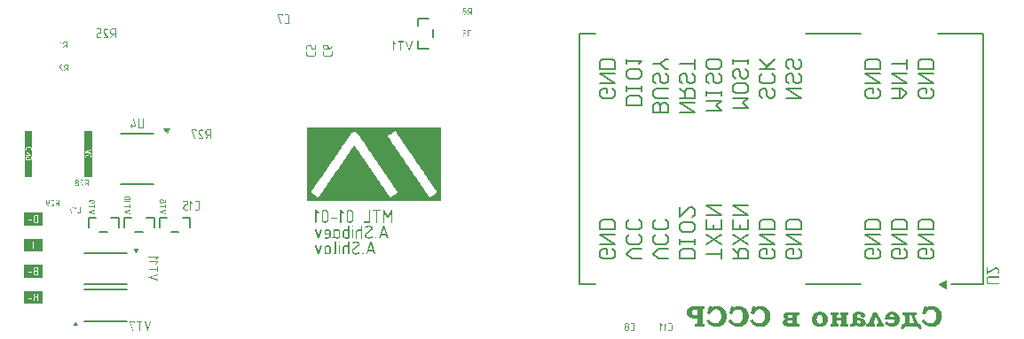
<source format=gbr>
G04*
G04 #@! TF.GenerationSoftware,Altium Limited,Altium Designer,25.8.1 (18)*
G04*
G04 Layer_Color=32896*
%FSLAX44Y44*%
%MOMM*%
G71*
G04*
G04 #@! TF.SameCoordinates,845D26C6-CDDF-46F2-9304-2575DF004011*
G04*
G04*
G04 #@! TF.FilePolarity,Positive*
G04*
G01*
G75*
%ADD10C,0.2000*%
%ADD11C,0.1000*%
%ADD13C,0.1500*%
G36*
X49650Y10969D02*
X51400Y14000D01*
X53150Y10969D01*
X49650D01*
D02*
G37*
G36*
X110350Y84031D02*
X108600Y81000D01*
X106850Y84031D01*
X110350D01*
D02*
G37*
G36*
X138000Y195070D02*
X141000Y199070D01*
X135000D01*
X138000Y195070D01*
D02*
G37*
G36*
X272304Y200000D02*
Y129911D01*
X350409D01*
X400000D01*
Y200000D01*
X272304D01*
D02*
G37*
G36*
X881928Y54000D02*
X875000Y50000D01*
X881928Y46000D01*
Y54000D01*
D02*
G37*
G36*
X304349Y121498D02*
X304442Y121479D01*
X304516Y121461D01*
X304534Y121442D01*
X304627Y121387D01*
X304720Y121313D01*
X304775Y121257D01*
X304794Y121238D01*
X307293Y118720D01*
X307405Y118572D01*
X307460Y118424D01*
X307479Y118331D01*
Y118313D01*
Y118294D01*
X307460Y118202D01*
X307442Y118128D01*
X307367Y117980D01*
X307312Y117887D01*
X307275Y117868D01*
Y117850D01*
X307127Y117739D01*
X306979Y117683D01*
X306886Y117665D01*
X306849D01*
X306682Y117702D01*
X306534Y117757D01*
X306442Y117813D01*
X306405Y117850D01*
X304960Y119294D01*
Y109536D01*
X304923Y109332D01*
X304868Y109184D01*
X304812Y109110D01*
X304775Y109073D01*
X304627Y108981D01*
X304498Y108944D01*
X304386Y108925D01*
X304349D01*
X304164Y108944D01*
X304016Y108999D01*
X303942Y109055D01*
X303905Y109073D01*
X303794Y109221D01*
X303738Y109369D01*
X303720Y109480D01*
Y109517D01*
Y109536D01*
Y120794D01*
X303738Y121016D01*
X303794Y121183D01*
X303868Y121294D01*
X303886Y121331D01*
X304035Y121442D01*
X304146Y121498D01*
X304220Y121516D01*
X304238D01*
X304349Y121498D01*
D02*
G37*
G36*
X280630D02*
X280722Y121479D01*
X280796Y121461D01*
X280815Y121442D01*
X280907Y121387D01*
X281000Y121313D01*
X281055Y121257D01*
X281074Y121238D01*
X283574Y118720D01*
X283685Y118572D01*
X283740Y118424D01*
X283759Y118331D01*
Y118313D01*
Y118294D01*
X283740Y118202D01*
X283722Y118128D01*
X283648Y117980D01*
X283592Y117887D01*
X283555Y117868D01*
Y117850D01*
X283407Y117739D01*
X283259Y117683D01*
X283166Y117665D01*
X283129D01*
X282963Y117702D01*
X282815Y117757D01*
X282722Y117813D01*
X282685Y117850D01*
X281241Y119294D01*
Y109536D01*
X281204Y109332D01*
X281148Y109184D01*
X281092Y109110D01*
X281055Y109073D01*
X280907Y108981D01*
X280778Y108944D01*
X280667Y108925D01*
X280630D01*
X280444Y108944D01*
X280296Y108999D01*
X280222Y109055D01*
X280185Y109073D01*
X280074Y109221D01*
X280019Y109369D01*
X280000Y109480D01*
Y109517D01*
Y109536D01*
Y120794D01*
X280019Y121016D01*
X280074Y121183D01*
X280148Y121294D01*
X280167Y121331D01*
X280315Y121442D01*
X280426Y121498D01*
X280500Y121516D01*
X280518D01*
X280630Y121498D01*
D02*
G37*
G36*
X353289Y121424D02*
X353418Y121368D01*
X353492Y121294D01*
X353529Y121276D01*
Y121257D01*
X353585Y121183D01*
X353622Y121109D01*
X353678Y120924D01*
Y120850D01*
X353696Y120776D01*
Y120739D01*
Y120720D01*
Y109536D01*
X353659Y109332D01*
X353604Y109184D01*
X353548Y109110D01*
X353511Y109073D01*
X353363Y108981D01*
X353233Y108944D01*
X353122Y108925D01*
X353085D01*
X352900Y108944D01*
X352752Y108999D01*
X352678Y109055D01*
X352641Y109073D01*
X352529Y109221D01*
X352474Y109369D01*
X352455Y109480D01*
Y109517D01*
Y109536D01*
Y118442D01*
X349863Y114128D01*
X349752Y113999D01*
X349659Y113906D01*
X349567Y113832D01*
X349493Y113795D01*
X349419Y113758D01*
X349363Y113739D01*
X349326D01*
X349215Y113758D01*
X349104Y113795D01*
X348937Y113943D01*
X348863Y113999D01*
X348808Y114073D01*
X348789Y114110D01*
X348771Y114128D01*
X346178Y118442D01*
Y109536D01*
X346160Y109425D01*
X346141Y109332D01*
X346067Y109184D01*
X346012Y109110D01*
X345975Y109073D01*
X345826Y108981D01*
X345697Y108944D01*
X345604Y108925D01*
X345567D01*
X345382Y108944D01*
X345234Y108999D01*
X345160Y109055D01*
X345123Y109073D01*
X345012Y109221D01*
X344956Y109369D01*
X344938Y109480D01*
Y109517D01*
Y109536D01*
Y120720D01*
X344956Y120942D01*
X345012Y121109D01*
X345086Y121220D01*
X345104Y121257D01*
X345178Y121331D01*
X345252Y121368D01*
X345382Y121442D01*
X345475Y121461D01*
X345512D01*
X345641Y121442D01*
X345771Y121405D01*
X345863Y121331D01*
X345956Y121257D01*
X346012Y121183D01*
X346067Y121109D01*
X346086Y121072D01*
X346104Y121053D01*
X349326Y115702D01*
X352548Y121053D01*
X352659Y121201D01*
X352733Y121294D01*
X352807Y121350D01*
X352826Y121368D01*
X352937Y121424D01*
X353030Y121442D01*
X353103Y121461D01*
X353215D01*
X353289Y121424D01*
D02*
G37*
G36*
X300813Y113888D02*
X300942Y113832D01*
X301035Y113758D01*
X301072Y113739D01*
Y113721D01*
X301164Y113573D01*
X301220Y113425D01*
X301238Y113332D01*
Y113313D01*
Y113295D01*
X301220Y113110D01*
X301146Y112980D01*
X301090Y112888D01*
X301072Y112851D01*
X300924Y112758D01*
X300776Y112702D01*
X300665Y112684D01*
X295609D01*
X295498Y112702D01*
X295406Y112721D01*
X295276Y112795D01*
X295184Y112851D01*
X295165Y112888D01*
X295072Y113036D01*
X295017Y113165D01*
X294998Y113258D01*
Y113295D01*
X295035Y113462D01*
X295091Y113591D01*
X295147Y113684D01*
X295184Y113721D01*
X295258Y113795D01*
X295313Y113832D01*
X295461Y113906D01*
X295572Y113925D01*
X300720D01*
X300813Y113888D01*
D02*
G37*
G36*
X342049Y121387D02*
X342197Y121313D01*
X342271Y121238D01*
X342308Y121220D01*
Y121201D01*
X342401Y121053D01*
X342438Y120924D01*
X342457Y120831D01*
Y120813D01*
Y120794D01*
X342438Y120627D01*
X342382Y120479D01*
X342327Y120387D01*
X342308Y120368D01*
Y120350D01*
X342160Y120257D01*
X342012Y120202D01*
X341883Y120183D01*
X339327D01*
Y109536D01*
X339290Y109332D01*
X339235Y109184D01*
X339179Y109110D01*
X339142Y109073D01*
X338994Y108981D01*
X338864Y108944D01*
X338753Y108925D01*
X338716D01*
X338531Y108944D01*
X338383Y108999D01*
X338309Y109055D01*
X338272Y109073D01*
X338161Y109221D01*
X338105Y109369D01*
X338087Y109480D01*
Y109517D01*
Y109536D01*
Y120183D01*
X335587D01*
X335476Y120202D01*
X335383Y120220D01*
X335235Y120294D01*
X335142Y120350D01*
X335124Y120387D01*
X335031Y120535D01*
X334976Y120665D01*
X334957Y120757D01*
Y120794D01*
X334994Y120961D01*
X335050Y121090D01*
X335105Y121183D01*
X335142Y121220D01*
X335216Y121294D01*
X335291Y121331D01*
X335439Y121405D01*
X335550Y121424D01*
X341956D01*
X342049Y121387D01*
D02*
G37*
G36*
X332013Y121405D02*
X332143Y121350D01*
X332235Y121276D01*
X332272Y121257D01*
X332383Y121090D01*
X332439Y120942D01*
X332458Y120831D01*
Y120813D01*
Y120794D01*
Y109536D01*
X332439Y109332D01*
X332365Y109184D01*
X332272Y109073D01*
X332143Y108999D01*
X332032Y108962D01*
X331939Y108944D01*
X331865Y108925D01*
X326828D01*
X326717Y108944D01*
X326625Y108962D01*
X326495Y109036D01*
X326403Y109092D01*
X326384Y109129D01*
X326292Y109277D01*
X326236Y109406D01*
X326217Y109499D01*
Y109536D01*
X326255Y109703D01*
X326310Y109832D01*
X326366Y109925D01*
X326403Y109962D01*
X326477Y110036D01*
X326551Y110073D01*
X326680Y110147D01*
X326791Y110166D01*
X331217D01*
Y120794D01*
Y120905D01*
X331254Y120998D01*
X331310Y121146D01*
X331384Y121238D01*
X331402Y121257D01*
X331421D01*
X331569Y121350D01*
X331698Y121405D01*
X331809Y121424D01*
X331847D01*
X332013Y121405D01*
D02*
G37*
G36*
X313885Y121387D02*
X314274Y121294D01*
X314589Y121165D01*
X314885Y121016D01*
X315107Y120850D01*
X315274Y120720D01*
X315385Y120627D01*
X315404Y120609D01*
X315422Y120590D01*
X315570Y120424D01*
X315681Y120276D01*
X315885Y119942D01*
X316015Y119609D01*
X316126Y119313D01*
X316181Y119054D01*
X316200Y118850D01*
X316218Y118776D01*
Y118720D01*
Y118683D01*
Y118665D01*
Y111665D01*
X316200Y111443D01*
X316181Y111240D01*
X316089Y110869D01*
X315959Y110536D01*
X315811Y110240D01*
X315663Y110017D01*
X315533Y109851D01*
X315441Y109740D01*
X315404Y109721D01*
Y109703D01*
X315089Y109444D01*
X314756Y109258D01*
X314441Y109110D01*
X314126Y109018D01*
X313867Y108962D01*
X313663Y108944D01*
X313589Y108925D01*
X312737D01*
X312534Y108944D01*
X312330Y108962D01*
X311941Y109055D01*
X311608Y109184D01*
X311330Y109332D01*
X311108Y109480D01*
X310941Y109610D01*
X310830Y109703D01*
X310793Y109740D01*
X310645Y109888D01*
X310515Y110055D01*
X310330Y110388D01*
X310182Y110703D01*
X310071Y111017D01*
X310015Y111277D01*
X309997Y111480D01*
X309978Y111554D01*
Y111610D01*
Y111647D01*
Y111665D01*
Y118665D01*
Y118868D01*
X310015Y119072D01*
X310108Y119461D01*
X310238Y119794D01*
X310386Y120072D01*
X310552Y120294D01*
X310682Y120461D01*
X310775Y120572D01*
X310793Y120609D01*
X310812D01*
X310960Y120757D01*
X311126Y120887D01*
X311460Y121072D01*
X311775Y121220D01*
X312071Y121331D01*
X312348Y121387D01*
X312552Y121405D01*
X312626Y121424D01*
X313682D01*
X313885Y121387D01*
D02*
G37*
G36*
X290166D02*
X290555Y121294D01*
X290869Y121165D01*
X291166Y121016D01*
X291388Y120850D01*
X291554Y120720D01*
X291665Y120627D01*
X291684Y120609D01*
X291702Y120590D01*
X291851Y120424D01*
X291962Y120276D01*
X292165Y119942D01*
X292295Y119609D01*
X292406Y119313D01*
X292462Y119054D01*
X292480Y118850D01*
X292499Y118776D01*
Y118720D01*
Y118683D01*
Y118665D01*
Y111665D01*
X292480Y111443D01*
X292462Y111240D01*
X292369Y110869D01*
X292239Y110536D01*
X292091Y110240D01*
X291943Y110017D01*
X291814Y109851D01*
X291721Y109740D01*
X291684Y109721D01*
Y109703D01*
X291369Y109444D01*
X291036Y109258D01*
X290721Y109110D01*
X290406Y109018D01*
X290147Y108962D01*
X289943Y108944D01*
X289869Y108925D01*
X289018D01*
X288814Y108944D01*
X288610Y108962D01*
X288221Y109055D01*
X287888Y109184D01*
X287610Y109332D01*
X287388Y109480D01*
X287222Y109610D01*
X287110Y109703D01*
X287073Y109740D01*
X286925Y109888D01*
X286796Y110055D01*
X286610Y110388D01*
X286462Y110703D01*
X286351Y111017D01*
X286296Y111277D01*
X286277Y111480D01*
X286259Y111554D01*
Y111610D01*
Y111647D01*
Y111665D01*
Y118665D01*
Y118868D01*
X286296Y119072D01*
X286388Y119461D01*
X286518Y119794D01*
X286666Y120072D01*
X286833Y120294D01*
X286962Y120461D01*
X287055Y120572D01*
X287073Y120609D01*
X287092D01*
X287240Y120757D01*
X287407Y120887D01*
X287740Y121072D01*
X288055Y121220D01*
X288351Y121331D01*
X288629Y121387D01*
X288832Y121405D01*
X288906Y121424D01*
X289962D01*
X290166Y121387D01*
D02*
G37*
G36*
X315774Y106277D02*
X315904Y106222D01*
X315996Y106166D01*
X316033Y106129D01*
X316126Y105981D01*
X316181Y105833D01*
X316200Y105722D01*
Y105703D01*
Y105685D01*
X316181Y105518D01*
X316107Y105388D01*
X316052Y105296D01*
X316033Y105259D01*
X315885Y105148D01*
X315737Y105092D01*
X315626Y105074D01*
X315589D01*
X315404Y105111D01*
X315274Y105166D01*
X315182Y105222D01*
X315145Y105259D01*
X315033Y105407D01*
X314978Y105536D01*
X314959Y105648D01*
Y105666D01*
Y105685D01*
Y105777D01*
X314996Y105870D01*
X315070Y105999D01*
X315145Y106092D01*
X315163Y106129D01*
X315182D01*
X315330Y106240D01*
X315459Y106296D01*
X315552Y106314D01*
X315589D01*
X315774Y106277D01*
D02*
G37*
G36*
X285796Y102518D02*
X285925Y102463D01*
X286018Y102389D01*
X286055Y102370D01*
Y102352D01*
X286166Y102204D01*
X286222Y102074D01*
X286240Y101981D01*
Y101963D01*
Y101944D01*
X286203Y101722D01*
X283703Y94241D01*
X283611Y94056D01*
X283518Y93927D01*
X283426Y93834D01*
X283333Y93778D01*
X283240Y93741D01*
X283166Y93704D01*
X283111D01*
X282963Y93760D01*
X282852Y93815D01*
X282778Y93834D01*
X282759Y93853D01*
X282666Y93982D01*
X282592Y94112D01*
X282555Y94204D01*
X282537Y94223D01*
Y94241D01*
X280037Y101722D01*
X280000Y101944D01*
X280037Y102129D01*
X280093Y102259D01*
X280148Y102352D01*
X280185Y102389D01*
X280352Y102481D01*
X280500Y102537D01*
X280592Y102555D01*
X280630D01*
X280759Y102537D01*
X280870Y102500D01*
X280944Y102444D01*
X280981Y102426D01*
X281074Y102333D01*
X281148Y102222D01*
X281185Y102148D01*
X281204Y102129D01*
Y102111D01*
X283111Y96408D01*
X285018Y102111D01*
X285074Y102222D01*
X285129Y102296D01*
X285166Y102370D01*
X285203Y102407D01*
X285259Y102463D01*
X285277Y102481D01*
X285388Y102518D01*
X285499Y102555D01*
X285703D01*
X285796Y102518D01*
D02*
G37*
G36*
X345604Y106407D02*
X345715Y106351D01*
X345826Y106259D01*
X345901Y106166D01*
X345975Y106055D01*
X346012Y105981D01*
X346030Y105907D01*
X346049Y105888D01*
X349808Y94630D01*
X349845Y94408D01*
X349826Y94315D01*
X349808Y94241D01*
X349734Y94093D01*
X349678Y94019D01*
X349641Y93982D01*
X349493Y93890D01*
X349345Y93834D01*
X349234Y93815D01*
X349197D01*
X349067Y93834D01*
X348956Y93871D01*
X348882Y93890D01*
X348863Y93908D01*
X348752Y94019D01*
X348697Y94130D01*
X348660Y94204D01*
X348641Y94241D01*
X347734Y96945D01*
X343197D01*
X342290Y94241D01*
X342234Y94130D01*
X342197Y94056D01*
X342142Y93982D01*
X342105Y93945D01*
X342031Y93890D01*
X342012Y93871D01*
X341901Y93834D01*
X341808Y93815D01*
X341734D01*
X341568Y93834D01*
X341420Y93908D01*
X341327Y93964D01*
X341290Y93982D01*
X341216Y94056D01*
X341179Y94130D01*
X341105Y94260D01*
X341086Y94371D01*
Y94389D01*
Y94408D01*
X341123Y94630D01*
X344864Y105888D01*
X344938Y106073D01*
X345030Y106203D01*
X345123Y106296D01*
X345234Y106351D01*
X345308Y106407D01*
X345382Y106425D01*
X345456D01*
X345604Y106407D01*
D02*
G37*
G36*
X338253Y95019D02*
X338383Y94964D01*
X338475Y94908D01*
X338512Y94871D01*
X338605Y94723D01*
X338661Y94575D01*
X338679Y94464D01*
Y94445D01*
Y94426D01*
X338661Y94260D01*
X338587Y94130D01*
X338531Y94038D01*
X338512Y94001D01*
X338364Y93890D01*
X338216Y93834D01*
X338105Y93815D01*
X338068D01*
X337883Y93853D01*
X337753Y93908D01*
X337661Y93964D01*
X337624Y94001D01*
X337513Y94149D01*
X337457Y94297D01*
X337439Y94389D01*
Y94408D01*
Y94426D01*
Y94519D01*
X337476Y94612D01*
X337550Y94741D01*
X337624Y94834D01*
X337642Y94871D01*
X337661D01*
X337809Y94982D01*
X337938Y95038D01*
X338031Y95056D01*
X338068D01*
X338253Y95019D01*
D02*
G37*
G36*
X324495Y106296D02*
X324625Y106240D01*
X324718Y106166D01*
X324755Y106147D01*
X324866Y105981D01*
X324921Y105833D01*
X324940Y105722D01*
Y105703D01*
Y105685D01*
Y94426D01*
X324903Y94223D01*
X324847Y94075D01*
X324792Y94001D01*
X324755Y93964D01*
X324607Y93871D01*
X324477Y93834D01*
X324366Y93815D01*
X324329D01*
X324144Y93834D01*
X323995Y93890D01*
X323921Y93945D01*
X323884Y93964D01*
X323773Y94112D01*
X323718Y94260D01*
X323699Y94371D01*
Y94408D01*
Y94426D01*
Y101315D01*
X321199D01*
X321014Y101296D01*
X320829Y101259D01*
X320681Y101204D01*
X320551Y101130D01*
X320459Y101055D01*
X320366Y101000D01*
X320329Y100963D01*
X320311Y100944D01*
X320181Y100796D01*
X320088Y100648D01*
X320033Y100500D01*
X319977Y100370D01*
X319959Y100241D01*
X319940Y100148D01*
Y100074D01*
Y100056D01*
Y94426D01*
X319903Y94223D01*
X319848Y94075D01*
X319792Y94001D01*
X319755Y93964D01*
X319607Y93871D01*
X319477Y93834D01*
X319366Y93815D01*
X319329D01*
X319144Y93834D01*
X318996Y93890D01*
X318922Y93945D01*
X318885Y93964D01*
X318774Y94112D01*
X318718Y94260D01*
X318700Y94371D01*
Y94408D01*
Y94426D01*
Y100056D01*
X318737Y100426D01*
X318811Y100778D01*
X318940Y101074D01*
X319070Y101333D01*
X319218Y101537D01*
X319348Y101685D01*
X319422Y101778D01*
X319459Y101815D01*
X319737Y102055D01*
X320051Y102240D01*
X320329Y102370D01*
X320607Y102463D01*
X320848Y102518D01*
X321033Y102537D01*
X321107Y102555D01*
X323699D01*
Y105685D01*
Y105796D01*
X323736Y105888D01*
X323792Y106036D01*
X323866Y106129D01*
X323884Y106147D01*
X323903D01*
X324051Y106240D01*
X324181Y106296D01*
X324292Y106314D01*
X324329D01*
X324495Y106296D01*
D02*
G37*
G36*
X315756Y102555D02*
X315885Y102500D01*
X315978Y102426D01*
X316015Y102407D01*
X316126Y102240D01*
X316181Y102092D01*
X316200Y101981D01*
Y101963D01*
Y101944D01*
Y94426D01*
X316163Y94223D01*
X316107Y94075D01*
X316052Y94001D01*
X316015Y93964D01*
X315867Y93871D01*
X315737Y93834D01*
X315626Y93815D01*
X315589D01*
X315404Y93834D01*
X315256Y93890D01*
X315182Y93945D01*
X315145Y93964D01*
X315033Y94112D01*
X314978Y94260D01*
X314959Y94371D01*
Y94408D01*
Y94426D01*
Y101944D01*
Y102055D01*
X314996Y102148D01*
X315052Y102296D01*
X315126Y102389D01*
X315145Y102407D01*
X315163D01*
X315311Y102500D01*
X315441Y102555D01*
X315552Y102574D01*
X315589D01*
X315756Y102555D01*
D02*
G37*
G36*
X312015Y106296D02*
X312145Y106240D01*
X312237Y106166D01*
X312274Y106147D01*
X312386Y105981D01*
X312441Y105833D01*
X312460Y105722D01*
Y105703D01*
Y105685D01*
Y94426D01*
X312441Y94223D01*
X312367Y94075D01*
X312274Y93964D01*
X312145Y93890D01*
X312034Y93853D01*
X311941Y93834D01*
X311867Y93815D01*
X308719D01*
X308349Y93853D01*
X307997Y93927D01*
X307701Y94038D01*
X307442Y94186D01*
X307238Y94315D01*
X307090Y94426D01*
X306997Y94501D01*
X306960Y94538D01*
X306719Y94834D01*
X306534Y95130D01*
X306405Y95426D01*
X306312Y95704D01*
X306257Y95945D01*
X306238Y96130D01*
X306220Y96204D01*
Y96260D01*
Y96278D01*
Y96297D01*
Y100056D01*
X306257Y100426D01*
X306331Y100778D01*
X306460Y101074D01*
X306590Y101333D01*
X306738Y101537D01*
X306868Y101685D01*
X306942Y101778D01*
X306979Y101815D01*
X307256Y102055D01*
X307571Y102240D01*
X307849Y102370D01*
X308127Y102463D01*
X308367Y102518D01*
X308553Y102537D01*
X308627Y102555D01*
X311219D01*
Y105685D01*
Y105796D01*
X311256Y105888D01*
X311312Y106036D01*
X311386Y106129D01*
X311404Y106147D01*
X311423D01*
X311571Y106240D01*
X311700Y106296D01*
X311812Y106314D01*
X311849D01*
X312015Y106296D01*
D02*
G37*
G36*
X301609Y102518D02*
X301942Y102444D01*
X302257Y102315D01*
X302498Y102185D01*
X302720Y102055D01*
X302868Y101926D01*
X302961Y101852D01*
X302998Y101815D01*
X303238Y101537D01*
X303424Y101241D01*
X303535Y100944D01*
X303627Y100667D01*
X303683Y100426D01*
X303701Y100222D01*
X303720Y100148D01*
Y100111D01*
Y100074D01*
Y100056D01*
Y96297D01*
X303683Y95926D01*
X303609Y95593D01*
X303479Y95278D01*
X303349Y95038D01*
X303220Y94815D01*
X303090Y94667D01*
X303016Y94575D01*
X302979Y94538D01*
X302683Y94297D01*
X302387Y94112D01*
X302109Y94001D01*
X301831Y93908D01*
X301590Y93853D01*
X301405Y93834D01*
X301331Y93815D01*
X299979D01*
X299794Y93834D01*
X299591Y93853D01*
X299424Y93890D01*
X299257Y93927D01*
X299128Y93964D01*
X299035Y94001D01*
X298961Y94038D01*
X298943D01*
X298757Y94130D01*
X298591Y94241D01*
X298442Y94334D01*
X298331Y94426D01*
X298239Y94501D01*
X298165Y94575D01*
X298128Y94612D01*
X298109Y94630D01*
X297961Y94445D01*
X297794Y94297D01*
X297628Y94167D01*
X297461Y94056D01*
X297332Y93982D01*
X297202Y93927D01*
X297128Y93890D01*
X297109Y93871D01*
X297017Y93834D01*
X296924Y93815D01*
X296850D01*
X296665Y93853D01*
X296517Y93908D01*
X296443Y93964D01*
X296406Y94001D01*
X296295Y94149D01*
X296239Y94278D01*
X296220Y94408D01*
Y94426D01*
Y94445D01*
X296239Y94593D01*
X296276Y94704D01*
X296350Y94797D01*
X296406Y94871D01*
X296480Y94927D01*
X296554Y94964D01*
X296591Y95000D01*
X296609D01*
X296758Y95075D01*
X296887Y95167D01*
X296998Y95260D01*
X297091Y95352D01*
X297146Y95426D01*
X297202Y95500D01*
X297220Y95538D01*
X297239Y95556D01*
X297313Y95704D01*
X297369Y95834D01*
X297443Y96074D01*
X297461Y96186D01*
X297480Y96260D01*
Y96297D01*
Y96315D01*
Y101926D01*
X297498Y102129D01*
X297572Y102296D01*
X297683Y102407D01*
X297794Y102481D01*
X297906Y102518D01*
X298017Y102555D01*
X301238D01*
X301609Y102518D01*
D02*
G37*
G36*
X292869D02*
X293221Y102444D01*
X293517Y102315D01*
X293776Y102185D01*
X293999Y102037D01*
X294147Y101907D01*
X294239Y101833D01*
X294276Y101796D01*
X294517Y101518D01*
X294684Y101204D01*
X294813Y100926D01*
X294887Y100648D01*
X294943Y100407D01*
X294961Y100222D01*
X294980Y100148D01*
Y100093D01*
Y100074D01*
Y100056D01*
Y96297D01*
X294943Y95926D01*
X294869Y95593D01*
X294758Y95278D01*
X294610Y95038D01*
X294480Y94815D01*
X294369Y94667D01*
X294295Y94575D01*
X294258Y94538D01*
X293962Y94297D01*
X293665Y94112D01*
X293369Y94001D01*
X293091Y93908D01*
X292850Y93853D01*
X292665Y93834D01*
X292591Y93815D01*
X289369D01*
X289258Y93834D01*
X289166Y93853D01*
X289018Y93927D01*
X288925Y93982D01*
X288906Y94019D01*
X288814Y94167D01*
X288758Y94297D01*
X288740Y94389D01*
Y94426D01*
X288777Y94593D01*
X288832Y94723D01*
X288888Y94815D01*
X288925Y94852D01*
X288999Y94927D01*
X289073Y94964D01*
X289221Y95038D01*
X289332Y95056D01*
X292499D01*
X292665Y95075D01*
X292832Y95093D01*
X292943Y95112D01*
X292980Y95130D01*
X292999D01*
X293147Y95223D01*
X293276Y95315D01*
X293351Y95389D01*
X293388Y95408D01*
X293499Y95556D01*
X293591Y95704D01*
X293647Y95852D01*
X293702Y96000D01*
X293721Y96111D01*
X293739Y96204D01*
Y96278D01*
Y96297D01*
Y97556D01*
X289369D01*
X289166Y97574D01*
X288999Y97648D01*
X288888Y97741D01*
X288814Y97871D01*
X288777Y97982D01*
X288740Y98074D01*
Y98148D01*
Y98167D01*
Y100056D01*
X288777Y100426D01*
X288851Y100778D01*
X288981Y101074D01*
X289110Y101333D01*
X289240Y101537D01*
X289369Y101685D01*
X289443Y101778D01*
X289480Y101815D01*
X289777Y102055D01*
X290073Y102240D01*
X290369Y102370D01*
X290629Y102463D01*
X290869Y102518D01*
X291073Y102537D01*
X291147Y102555D01*
X292499D01*
X292869Y102518D01*
D02*
G37*
G36*
X331643Y106296D02*
X332069Y106240D01*
X332458Y106147D01*
X332791Y106055D01*
X333069Y105962D01*
X333180Y105925D01*
X333272Y105870D01*
X333346Y105851D01*
X333402Y105814D01*
X333439Y105796D01*
X333457D01*
X333717Y105629D01*
X333939Y105462D01*
X334124Y105296D01*
X334272Y105148D01*
X334383Y105000D01*
X334476Y104888D01*
X334513Y104814D01*
X334531Y104796D01*
X334642Y104574D01*
X334717Y104351D01*
X334772Y104129D01*
X334809Y103944D01*
X334828Y103777D01*
X334846Y103648D01*
Y103574D01*
Y103537D01*
X334828Y103351D01*
X334809Y103166D01*
X334772Y103000D01*
X334735Y102852D01*
X334698Y102722D01*
X334661Y102629D01*
X334624Y102555D01*
Y102537D01*
X334531Y102370D01*
X334420Y102222D01*
X334309Y102092D01*
X334217Y102000D01*
X334124Y101907D01*
X334050Y101852D01*
X334013Y101815D01*
X333994Y101796D01*
X329365Y98371D01*
X329236Y98241D01*
X329106Y98130D01*
X329013Y98019D01*
X328939Y97908D01*
X328884Y97834D01*
X328847Y97760D01*
X328810Y97723D01*
Y97704D01*
X328736Y97537D01*
X328699Y97389D01*
X328662Y97241D01*
X328625Y97111D01*
Y97000D01*
X328606Y96908D01*
Y96852D01*
Y96834D01*
Y96685D01*
X328625Y96556D01*
X328643Y96463D01*
X328662Y96445D01*
Y96426D01*
X328699Y96297D01*
X328754Y96167D01*
X328791Y96074D01*
X328810Y96056D01*
Y96038D01*
X328976Y95815D01*
X329143Y95649D01*
X329199Y95593D01*
X329254Y95556D01*
X329291Y95519D01*
X329310D01*
X329680Y95352D01*
X330050Y95223D01*
X330384Y95130D01*
X330680Y95075D01*
X330921Y95038D01*
X331106Y95000D01*
X331273D01*
X331532Y95019D01*
X331772Y95038D01*
X331995Y95075D01*
X332198Y95130D01*
X332383Y95167D01*
X332513Y95204D01*
X332587Y95223D01*
X332624Y95241D01*
X332865Y95334D01*
X333106Y95445D01*
X333328Y95556D01*
X333531Y95667D01*
X333698Y95778D01*
X333828Y95852D01*
X333902Y95908D01*
X333939Y95926D01*
X334068Y96000D01*
X334180Y96019D01*
X334254Y96038D01*
X334383D01*
X334457Y96000D01*
X334605Y95945D01*
X334679Y95871D01*
X334717Y95852D01*
Y95834D01*
X334809Y95686D01*
X334865Y95538D01*
X334883Y95426D01*
Y95389D01*
Y95371D01*
X334865Y95260D01*
X334846Y95167D01*
X334735Y95000D01*
X334642Y94908D01*
X334624Y94871D01*
X334605D01*
X334420Y94760D01*
X334254Y94649D01*
X334105Y94556D01*
X333976Y94482D01*
X333883Y94426D01*
X333809Y94389D01*
X333772Y94352D01*
X333754D01*
X333494Y94223D01*
X333235Y94112D01*
X333124Y94075D01*
X333032Y94038D01*
X332976Y94019D01*
X332957D01*
X332661Y93927D01*
X332365Y93871D01*
X332087Y93815D01*
X331828Y93797D01*
X331606Y93778D01*
X331439Y93760D01*
X331291D01*
X330847Y93778D01*
X330624Y93815D01*
X330439Y93834D01*
X330273Y93871D01*
X330143Y93890D01*
X330069Y93908D01*
X330032D01*
X329773Y94001D01*
X329532Y94093D01*
X329310Y94186D01*
X329106Y94260D01*
X328958Y94334D01*
X328828Y94371D01*
X328754Y94408D01*
X328736Y94426D01*
X328495Y94575D01*
X328291Y94741D01*
X328106Y94908D01*
X327976Y95075D01*
X327865Y95223D01*
X327773Y95334D01*
X327736Y95408D01*
X327717Y95445D01*
X327606Y95686D01*
X327532Y95945D01*
X327458Y96186D01*
X327421Y96408D01*
X327402Y96593D01*
X327384Y96741D01*
Y96834D01*
Y96871D01*
X327402Y97148D01*
X327439Y97408D01*
X327495Y97648D01*
X327569Y97852D01*
X327643Y98037D01*
X327699Y98167D01*
X327736Y98259D01*
X327754Y98296D01*
X327902Y98556D01*
X328051Y98778D01*
X328199Y98963D01*
X328347Y99130D01*
X328458Y99241D01*
X328569Y99333D01*
X328643Y99389D01*
X328662Y99408D01*
X333291Y102815D01*
X333402Y102926D01*
X333494Y103037D01*
X333550Y103148D01*
X333606Y103259D01*
X333624Y103370D01*
X333643Y103444D01*
Y103500D01*
Y103518D01*
Y103666D01*
X333624Y103777D01*
X333606Y103851D01*
Y103870D01*
X333439Y104166D01*
X333254Y104370D01*
X333069Y104537D01*
X332994Y104592D01*
X332939Y104629D01*
X332902Y104666D01*
X332883D01*
X332587Y104796D01*
X332291Y104907D01*
X332013Y104981D01*
X331754Y105018D01*
X331532Y105055D01*
X331347Y105074D01*
X330939D01*
X330680Y105036D01*
X330180Y104944D01*
X329736Y104796D01*
X329347Y104648D01*
X329180Y104555D01*
X329032Y104481D01*
X328884Y104407D01*
X328773Y104333D01*
X328680Y104277D01*
X328625Y104240D01*
X328588Y104222D01*
X328569Y104203D01*
X328439Y104129D01*
X328310Y104092D01*
X328236Y104074D01*
X328199D01*
X328106Y104092D01*
X328032Y104111D01*
X327902Y104185D01*
X327810Y104259D01*
X327773Y104296D01*
X327699Y104388D01*
X327662Y104462D01*
X327588Y104611D01*
X327569Y104703D01*
Y104722D01*
Y104740D01*
X327588Y104851D01*
X327606Y104925D01*
X327625Y104981D01*
X327643Y105000D01*
X327699Y105092D01*
X327754Y105185D01*
X327810Y105222D01*
X327828Y105240D01*
X328125Y105425D01*
X328402Y105592D01*
X328680Y105722D01*
X328921Y105833D01*
X329143Y105925D01*
X329310Y105981D01*
X329421Y106018D01*
X329439Y106036D01*
X329458D01*
X329773Y106129D01*
X330087Y106203D01*
X330384Y106240D01*
X330643Y106277D01*
X330865Y106296D01*
X331050Y106314D01*
X331198D01*
X331643Y106296D01*
D02*
G37*
G36*
X303294Y91056D02*
X303424Y91001D01*
X303516Y90945D01*
X303553Y90908D01*
X303646Y90760D01*
X303701Y90612D01*
X303720Y90501D01*
Y90483D01*
Y90464D01*
X303701Y90297D01*
X303627Y90168D01*
X303572Y90075D01*
X303553Y90038D01*
X303405Y89927D01*
X303257Y89871D01*
X303146Y89853D01*
X303109D01*
X302924Y89890D01*
X302794Y89945D01*
X302701Y90001D01*
X302664Y90038D01*
X302553Y90186D01*
X302498Y90316D01*
X302479Y90427D01*
Y90445D01*
Y90464D01*
Y90556D01*
X302516Y90649D01*
X302590Y90779D01*
X302664Y90871D01*
X302683Y90908D01*
X302701D01*
X302850Y91019D01*
X302979Y91075D01*
X303072Y91094D01*
X303109D01*
X303294Y91056D01*
D02*
G37*
G36*
X285796Y87298D02*
X285925Y87242D01*
X286018Y87168D01*
X286055Y87149D01*
Y87131D01*
X286166Y86983D01*
X286222Y86853D01*
X286240Y86761D01*
Y86742D01*
Y86724D01*
X286203Y86501D01*
X283703Y79021D01*
X283611Y78836D01*
X283518Y78706D01*
X283426Y78613D01*
X283333Y78558D01*
X283240Y78521D01*
X283166Y78484D01*
X283111D01*
X282963Y78539D01*
X282852Y78595D01*
X282778Y78613D01*
X282759Y78632D01*
X282666Y78762D01*
X282592Y78891D01*
X282555Y78984D01*
X282537Y79002D01*
Y79021D01*
X280037Y86501D01*
X280000Y86724D01*
X280037Y86909D01*
X280093Y87038D01*
X280148Y87131D01*
X280185Y87168D01*
X280352Y87261D01*
X280500Y87316D01*
X280592Y87335D01*
X280630D01*
X280759Y87316D01*
X280870Y87279D01*
X280944Y87224D01*
X280981Y87205D01*
X281074Y87112D01*
X281148Y87001D01*
X281185Y86927D01*
X281204Y86909D01*
Y86890D01*
X283111Y81187D01*
X285018Y86890D01*
X285074Y87001D01*
X285129Y87075D01*
X285166Y87149D01*
X285203Y87186D01*
X285259Y87242D01*
X285277Y87261D01*
X285388Y87298D01*
X285499Y87335D01*
X285703D01*
X285796Y87298D01*
D02*
G37*
G36*
X333124Y91186D02*
X333235Y91131D01*
X333346Y91038D01*
X333420Y90945D01*
X333494Y90834D01*
X333531Y90760D01*
X333550Y90686D01*
X333568Y90668D01*
X337327Y79409D01*
X337364Y79187D01*
X337346Y79095D01*
X337327Y79021D01*
X337253Y78873D01*
X337198Y78798D01*
X337161Y78762D01*
X337013Y78669D01*
X336865Y78613D01*
X336753Y78595D01*
X336716D01*
X336587Y78613D01*
X336476Y78650D01*
X336402Y78669D01*
X336383Y78687D01*
X336272Y78798D01*
X336216Y78910D01*
X336179Y78984D01*
X336161Y79021D01*
X335253Y81724D01*
X330717D01*
X329810Y79021D01*
X329754Y78910D01*
X329717Y78836D01*
X329661Y78762D01*
X329624Y78724D01*
X329550Y78669D01*
X329532Y78650D01*
X329421Y78613D01*
X329328Y78595D01*
X329254D01*
X329087Y78613D01*
X328939Y78687D01*
X328847Y78743D01*
X328810Y78762D01*
X328736Y78836D01*
X328699Y78910D01*
X328625Y79039D01*
X328606Y79150D01*
Y79169D01*
Y79187D01*
X328643Y79409D01*
X332383Y90668D01*
X332458Y90853D01*
X332550Y90982D01*
X332643Y91075D01*
X332754Y91131D01*
X332828Y91186D01*
X332902Y91205D01*
X332976D01*
X333124Y91186D01*
D02*
G37*
G36*
X325773Y79798D02*
X325903Y79743D01*
X325995Y79687D01*
X326032Y79650D01*
X326125Y79502D01*
X326180Y79354D01*
X326199Y79243D01*
Y79224D01*
Y79206D01*
X326180Y79039D01*
X326106Y78910D01*
X326051Y78817D01*
X326032Y78780D01*
X325884Y78669D01*
X325736Y78613D01*
X325625Y78595D01*
X325588D01*
X325403Y78632D01*
X325273Y78687D01*
X325181Y78743D01*
X325144Y78780D01*
X325032Y78928D01*
X324977Y79076D01*
X324958Y79169D01*
Y79187D01*
Y79206D01*
Y79298D01*
X324995Y79391D01*
X325069Y79521D01*
X325144Y79613D01*
X325162Y79650D01*
X325181D01*
X325329Y79761D01*
X325458Y79817D01*
X325551Y79835D01*
X325588D01*
X325773Y79798D01*
D02*
G37*
G36*
X312015Y91075D02*
X312145Y91019D01*
X312237Y90945D01*
X312274Y90927D01*
X312386Y90760D01*
X312441Y90612D01*
X312460Y90501D01*
Y90483D01*
Y90464D01*
Y79206D01*
X312423Y79002D01*
X312367Y78854D01*
X312311Y78780D01*
X312274Y78743D01*
X312126Y78650D01*
X311997Y78613D01*
X311886Y78595D01*
X311849D01*
X311663Y78613D01*
X311515Y78669D01*
X311441Y78724D01*
X311404Y78743D01*
X311293Y78891D01*
X311238Y79039D01*
X311219Y79150D01*
Y79187D01*
Y79206D01*
Y86094D01*
X308719D01*
X308534Y86075D01*
X308349Y86039D01*
X308201Y85983D01*
X308071Y85909D01*
X307979Y85835D01*
X307886Y85779D01*
X307849Y85742D01*
X307830Y85724D01*
X307701Y85576D01*
X307608Y85427D01*
X307553Y85279D01*
X307497Y85150D01*
X307479Y85020D01*
X307460Y84928D01*
Y84853D01*
Y84835D01*
Y79206D01*
X307423Y79002D01*
X307367Y78854D01*
X307312Y78780D01*
X307275Y78743D01*
X307127Y78650D01*
X306997Y78613D01*
X306886Y78595D01*
X306849D01*
X306664Y78613D01*
X306516Y78669D01*
X306442Y78724D01*
X306405Y78743D01*
X306294Y78891D01*
X306238Y79039D01*
X306220Y79150D01*
Y79187D01*
Y79206D01*
Y84835D01*
X306257Y85205D01*
X306331Y85557D01*
X306460Y85853D01*
X306590Y86113D01*
X306738Y86316D01*
X306868Y86464D01*
X306942Y86557D01*
X306979Y86594D01*
X307256Y86835D01*
X307571Y87020D01*
X307849Y87149D01*
X308127Y87242D01*
X308367Y87298D01*
X308553Y87316D01*
X308627Y87335D01*
X311219D01*
Y90464D01*
Y90575D01*
X311256Y90668D01*
X311312Y90816D01*
X311386Y90908D01*
X311404Y90927D01*
X311423D01*
X311571Y91019D01*
X311700Y91075D01*
X311812Y91094D01*
X311849D01*
X312015Y91075D01*
D02*
G37*
G36*
X303275Y87335D02*
X303405Y87279D01*
X303498Y87205D01*
X303535Y87186D01*
X303646Y87020D01*
X303701Y86872D01*
X303720Y86761D01*
Y86742D01*
Y86724D01*
Y79206D01*
X303683Y79002D01*
X303627Y78854D01*
X303572Y78780D01*
X303535Y78743D01*
X303386Y78650D01*
X303257Y78613D01*
X303146Y78595D01*
X303109D01*
X302924Y78613D01*
X302775Y78669D01*
X302701Y78724D01*
X302664Y78743D01*
X302553Y78891D01*
X302498Y79039D01*
X302479Y79150D01*
Y79187D01*
Y79206D01*
Y86724D01*
Y86835D01*
X302516Y86927D01*
X302572Y87075D01*
X302646Y87168D01*
X302664Y87186D01*
X302683D01*
X302831Y87279D01*
X302961Y87335D01*
X303072Y87353D01*
X303109D01*
X303275Y87335D01*
D02*
G37*
G36*
X299535Y91075D02*
X299665Y91019D01*
X299757Y90945D01*
X299794Y90927D01*
X299905Y90760D01*
X299961Y90612D01*
X299979Y90501D01*
Y90483D01*
Y90464D01*
Y80465D01*
X299961Y80187D01*
X299887Y79946D01*
X299813Y79724D01*
X299702Y79521D01*
X299609Y79373D01*
X299517Y79243D01*
X299461Y79169D01*
X299442Y79150D01*
X299220Y78965D01*
X298998Y78836D01*
X298776Y78724D01*
X298572Y78669D01*
X298387Y78632D01*
X298239Y78613D01*
X298146Y78595D01*
X298109D01*
X297998Y78613D01*
X297906Y78632D01*
X297757Y78706D01*
X297665Y78762D01*
X297646Y78798D01*
X297554Y78947D01*
X297498Y79076D01*
X297480Y79169D01*
Y79206D01*
X297517Y79373D01*
X297572Y79502D01*
X297628Y79595D01*
X297665Y79632D01*
X297739Y79706D01*
X297813Y79743D01*
X297961Y79817D01*
X298072Y79835D01*
X298109D01*
X298276Y79872D01*
X298424Y79928D01*
X298517Y79984D01*
X298535Y80021D01*
X298554D01*
X298665Y80187D01*
X298720Y80317D01*
X298739Y80409D01*
Y80447D01*
Y90464D01*
Y90575D01*
X298776Y90668D01*
X298831Y90816D01*
X298905Y90908D01*
X298924Y90927D01*
X298943D01*
X299091Y91019D01*
X299220Y91075D01*
X299331Y91094D01*
X299368D01*
X299535Y91075D01*
D02*
G37*
G36*
X292647Y87298D02*
X293036Y87205D01*
X293351Y87075D01*
X293647Y86927D01*
X293869Y86761D01*
X294036Y86631D01*
X294147Y86538D01*
X294165Y86520D01*
X294184Y86501D01*
X294332Y86335D01*
X294443Y86187D01*
X294647Y85853D01*
X294776Y85520D01*
X294887Y85224D01*
X294943Y84965D01*
X294961Y84761D01*
X294980Y84687D01*
Y84631D01*
Y84594D01*
Y84576D01*
Y81335D01*
X294961Y81113D01*
X294943Y80909D01*
X294850Y80539D01*
X294721Y80206D01*
X294573Y79910D01*
X294424Y79687D01*
X294295Y79521D01*
X294202Y79409D01*
X294165Y79391D01*
Y79373D01*
X293850Y79113D01*
X293517Y78928D01*
X293202Y78780D01*
X292888Y78687D01*
X292628Y78632D01*
X292425Y78613D01*
X292351Y78595D01*
X291499D01*
X291295Y78613D01*
X291091Y78632D01*
X290703Y78724D01*
X290369Y78854D01*
X290091Y79002D01*
X289869Y79150D01*
X289703Y79280D01*
X289592Y79373D01*
X289555Y79409D01*
X289406Y79558D01*
X289277Y79724D01*
X289092Y80058D01*
X288944Y80372D01*
X288832Y80687D01*
X288777Y80946D01*
X288758Y81150D01*
X288740Y81224D01*
Y81280D01*
Y81317D01*
Y81335D01*
Y84576D01*
Y84779D01*
X288777Y84983D01*
X288869Y85372D01*
X288999Y85705D01*
X289147Y85983D01*
X289314Y86205D01*
X289443Y86372D01*
X289536Y86483D01*
X289555Y86520D01*
X289573D01*
X289721Y86668D01*
X289888Y86798D01*
X290221Y86983D01*
X290536Y87131D01*
X290832Y87242D01*
X291110Y87298D01*
X291314Y87316D01*
X291388Y87335D01*
X292443D01*
X292647Y87298D01*
D02*
G37*
G36*
X319163Y91075D02*
X319589Y91019D01*
X319977Y90927D01*
X320311Y90834D01*
X320588Y90742D01*
X320700Y90705D01*
X320792Y90649D01*
X320866Y90631D01*
X320922Y90594D01*
X320959Y90575D01*
X320977D01*
X321236Y90408D01*
X321459Y90242D01*
X321644Y90075D01*
X321792Y89927D01*
X321903Y89779D01*
X321996Y89668D01*
X322033Y89594D01*
X322051Y89575D01*
X322162Y89353D01*
X322236Y89131D01*
X322292Y88909D01*
X322329Y88723D01*
X322347Y88557D01*
X322366Y88427D01*
Y88353D01*
Y88316D01*
X322347Y88131D01*
X322329Y87946D01*
X322292Y87779D01*
X322255Y87631D01*
X322218Y87501D01*
X322181Y87409D01*
X322144Y87335D01*
Y87316D01*
X322051Y87149D01*
X321940Y87001D01*
X321829Y86872D01*
X321736Y86779D01*
X321644Y86687D01*
X321570Y86631D01*
X321533Y86594D01*
X321514Y86575D01*
X316885Y83150D01*
X316755Y83020D01*
X316626Y82909D01*
X316533Y82798D01*
X316459Y82687D01*
X316404Y82613D01*
X316367Y82539D01*
X316330Y82502D01*
Y82483D01*
X316255Y82317D01*
X316218Y82169D01*
X316181Y82020D01*
X316144Y81891D01*
Y81780D01*
X316126Y81687D01*
Y81631D01*
Y81613D01*
Y81465D01*
X316144Y81335D01*
X316163Y81243D01*
X316181Y81224D01*
Y81206D01*
X316218Y81076D01*
X316274Y80946D01*
X316311Y80854D01*
X316330Y80835D01*
Y80817D01*
X316496Y80595D01*
X316663Y80428D01*
X316718Y80372D01*
X316774Y80335D01*
X316811Y80298D01*
X316829D01*
X317200Y80132D01*
X317570Y80002D01*
X317903Y79910D01*
X318200Y79854D01*
X318440Y79817D01*
X318626Y79780D01*
X318792D01*
X319051Y79798D01*
X319292Y79817D01*
X319514Y79854D01*
X319718Y79910D01*
X319903Y79946D01*
X320033Y79984D01*
X320107Y80002D01*
X320144Y80021D01*
X320385Y80113D01*
X320625Y80224D01*
X320848Y80335D01*
X321051Y80447D01*
X321218Y80558D01*
X321348Y80632D01*
X321422Y80687D01*
X321459Y80706D01*
X321588Y80780D01*
X321699Y80798D01*
X321773Y80817D01*
X321903D01*
X321977Y80780D01*
X322125Y80724D01*
X322199Y80650D01*
X322236Y80632D01*
Y80613D01*
X322329Y80465D01*
X322384Y80317D01*
X322403Y80206D01*
Y80169D01*
Y80150D01*
X322384Y80039D01*
X322366Y79946D01*
X322255Y79780D01*
X322162Y79687D01*
X322144Y79650D01*
X322125D01*
X321940Y79539D01*
X321773Y79428D01*
X321625Y79335D01*
X321496Y79261D01*
X321403Y79206D01*
X321329Y79169D01*
X321292Y79132D01*
X321273D01*
X321014Y79002D01*
X320755Y78891D01*
X320644Y78854D01*
X320551Y78817D01*
X320496Y78798D01*
X320477D01*
X320181Y78706D01*
X319885Y78650D01*
X319607Y78595D01*
X319348Y78576D01*
X319126Y78558D01*
X318959Y78539D01*
X318811D01*
X318366Y78558D01*
X318144Y78595D01*
X317959Y78613D01*
X317792Y78650D01*
X317663Y78669D01*
X317589Y78687D01*
X317552D01*
X317292Y78780D01*
X317052Y78873D01*
X316829Y78965D01*
X316626Y79039D01*
X316478Y79113D01*
X316348Y79150D01*
X316274Y79187D01*
X316255Y79206D01*
X316015Y79354D01*
X315811Y79521D01*
X315626Y79687D01*
X315496Y79854D01*
X315385Y80002D01*
X315293Y80113D01*
X315256Y80187D01*
X315237Y80224D01*
X315126Y80465D01*
X315052Y80724D01*
X314978Y80965D01*
X314941Y81187D01*
X314922Y81372D01*
X314904Y81520D01*
Y81613D01*
Y81650D01*
X314922Y81928D01*
X314959Y82187D01*
X315015Y82428D01*
X315089Y82631D01*
X315163Y82817D01*
X315219Y82946D01*
X315256Y83039D01*
X315274Y83076D01*
X315422Y83335D01*
X315570Y83557D01*
X315718Y83742D01*
X315867Y83909D01*
X315978Y84020D01*
X316089Y84113D01*
X316163Y84168D01*
X316181Y84187D01*
X320811Y87594D01*
X320922Y87705D01*
X321014Y87816D01*
X321070Y87927D01*
X321125Y88038D01*
X321144Y88149D01*
X321162Y88223D01*
Y88279D01*
Y88298D01*
Y88446D01*
X321144Y88557D01*
X321125Y88631D01*
Y88649D01*
X320959Y88946D01*
X320774Y89149D01*
X320588Y89316D01*
X320514Y89372D01*
X320459Y89409D01*
X320422Y89445D01*
X320403D01*
X320107Y89575D01*
X319811Y89686D01*
X319533Y89760D01*
X319274Y89797D01*
X319051Y89834D01*
X318866Y89853D01*
X318459D01*
X318200Y89816D01*
X317700Y89723D01*
X317255Y89575D01*
X316866Y89427D01*
X316700Y89334D01*
X316552Y89260D01*
X316404Y89186D01*
X316292Y89112D01*
X316200Y89057D01*
X316144Y89020D01*
X316107Y89001D01*
X316089Y88983D01*
X315959Y88909D01*
X315830Y88871D01*
X315756Y88853D01*
X315718D01*
X315626Y88871D01*
X315552Y88890D01*
X315422Y88964D01*
X315330Y89038D01*
X315293Y89075D01*
X315219Y89168D01*
X315182Y89242D01*
X315107Y89390D01*
X315089Y89483D01*
Y89501D01*
Y89520D01*
X315107Y89631D01*
X315126Y89705D01*
X315145Y89760D01*
X315163Y89779D01*
X315219Y89871D01*
X315274Y89964D01*
X315330Y90001D01*
X315348Y90020D01*
X315644Y90205D01*
X315922Y90371D01*
X316200Y90501D01*
X316441Y90612D01*
X316663Y90705D01*
X316829Y90760D01*
X316941Y90797D01*
X316959Y90816D01*
X316978D01*
X317292Y90908D01*
X317607Y90982D01*
X317903Y91019D01*
X318163Y91056D01*
X318385Y91075D01*
X318570Y91094D01*
X318718D01*
X319163Y91075D01*
D02*
G37*
G36*
X19500Y31500D02*
X2500D01*
Y43500D01*
X19500D01*
Y31500D01*
D02*
G37*
G36*
Y56500D02*
X2500D01*
Y68500D01*
X19500D01*
Y56500D01*
D02*
G37*
G36*
Y106500D02*
X2500D01*
Y118500D01*
X19500D01*
Y106500D01*
D02*
G37*
G36*
X67000Y153000D02*
X60000D01*
Y197000D01*
X67000D01*
Y153000D01*
D02*
G37*
G36*
X10000Y197000D02*
Y153000D01*
X3000D01*
Y197000D01*
X10000D01*
D02*
G37*
G36*
X19500Y81500D02*
X2500D01*
Y93500D01*
X19500D01*
Y81500D01*
D02*
G37*
G36*
X869390Y29226D02*
X870306Y29074D01*
X871131Y28891D01*
X871527Y28768D01*
X871863Y28646D01*
X872169Y28524D01*
X872474Y28402D01*
X872718Y28310D01*
X872901Y28219D01*
X873084Y28127D01*
X873207Y28066D01*
X873268Y28036D01*
X873298Y28005D01*
X874062Y27486D01*
X874764Y26937D01*
X875344Y26326D01*
X875832Y25777D01*
X876229Y25257D01*
X876382Y25044D01*
X876504Y24830D01*
X876626Y24677D01*
X876687Y24555D01*
X876718Y24494D01*
X876748Y24464D01*
X877176Y23609D01*
X877481Y22723D01*
X877695Y21899D01*
X877847Y21105D01*
X877908Y20769D01*
X877939Y20434D01*
X877970Y20159D01*
Y19914D01*
X878000Y19731D01*
Y19579D01*
Y19487D01*
Y19457D01*
X877939Y18449D01*
X877786Y17503D01*
X877603Y16648D01*
X877481Y16251D01*
X877359Y15884D01*
X877237Y15549D01*
X877115Y15243D01*
X877023Y14999D01*
X876931Y14755D01*
X876840Y14602D01*
X876779Y14480D01*
X876718Y14389D01*
Y14358D01*
X876199Y13534D01*
X875619Y12801D01*
X875039Y12190D01*
X874489Y11671D01*
X874000Y11274D01*
X873787Y11091D01*
X873604Y10969D01*
X873451Y10877D01*
X873329Y10786D01*
X873268Y10755D01*
X873237Y10725D01*
X872382Y10297D01*
X871527Y9992D01*
X870703Y9748D01*
X869940Y9595D01*
X869604Y9565D01*
X869299Y9503D01*
X869024Y9473D01*
X868780D01*
X868596Y9442D01*
X868322D01*
X867711Y9473D01*
X867131Y9503D01*
X866032Y9717D01*
X865513Y9839D01*
X865024Y9992D01*
X864566Y10145D01*
X864139Y10297D01*
X863773Y10450D01*
X863437Y10603D01*
X863131Y10755D01*
X862887Y10877D01*
X862704Y10999D01*
X862551Y11091D01*
X862460Y11122D01*
X862429Y11152D01*
X862093Y11366D01*
X861758Y11641D01*
X861086Y12221D01*
X860445Y12893D01*
X859865Y13534D01*
X859346Y14144D01*
X859132Y14389D01*
X858949Y14633D01*
X858827Y14816D01*
X858705Y14969D01*
X858643Y15060D01*
X858613Y15091D01*
X860750Y16678D01*
X861269Y16007D01*
X861819Y15396D01*
X862368Y14877D01*
X862857Y14419D01*
X863284Y14083D01*
X863651Y13839D01*
X863773Y13747D01*
X863864Y13686D01*
X863925Y13625D01*
X863956D01*
X864505Y13320D01*
X865055Y13106D01*
X865574Y12923D01*
X866062Y12831D01*
X866459Y12770D01*
X866765Y12740D01*
X866887Y12709D01*
X867039D01*
X867497Y12740D01*
X867955Y12801D01*
X868352Y12893D01*
X868749Y13045D01*
X869451Y13381D01*
X870032Y13778D01*
X870276Y13961D01*
X870489Y14144D01*
X870703Y14327D01*
X870856Y14480D01*
X870978Y14633D01*
X871069Y14724D01*
X871100Y14785D01*
X871131Y14816D01*
X871405Y15213D01*
X871650Y15640D01*
X871863Y16068D01*
X872016Y16526D01*
X872321Y17380D01*
X872505Y18174D01*
X872566Y18541D01*
X872596Y18877D01*
X872627Y19151D01*
X872657Y19426D01*
X872688Y19640D01*
Y19792D01*
Y19884D01*
Y19914D01*
X872657Y20617D01*
X872596Y21258D01*
X872474Y21838D01*
X872352Y22327D01*
X872230Y22723D01*
X872108Y23029D01*
X872077Y23120D01*
X872047Y23212D01*
X872016Y23242D01*
Y23273D01*
X871741Y23792D01*
X871436Y24250D01*
X871131Y24616D01*
X870856Y24922D01*
X870581Y25166D01*
X870367Y25349D01*
X870245Y25441D01*
X870184Y25471D01*
X869757Y25715D01*
X869299Y25899D01*
X868871Y26051D01*
X868505Y26143D01*
X868169Y26204D01*
X867894Y26234D01*
X867345D01*
X867009Y26173D01*
X866368Y26021D01*
X865788Y25777D01*
X865299Y25532D01*
X864872Y25257D01*
X864566Y25013D01*
X864444Y24922D01*
X864353Y24860D01*
X864322Y24830D01*
X864292Y24799D01*
X864078Y24586D01*
X863864Y24341D01*
X863437Y23823D01*
X863040Y23242D01*
X862673Y22662D01*
X862338Y22143D01*
X862216Y21930D01*
X862093Y21716D01*
X862002Y21563D01*
X861941Y21441D01*
X861880Y21349D01*
Y21319D01*
X859315Y22052D01*
X861208Y28952D01*
X863162D01*
X863620Y28127D01*
X864414Y28524D01*
X865238Y28799D01*
X866032Y29013D01*
X866795Y29135D01*
X867131Y29196D01*
X867436Y29226D01*
X867711Y29257D01*
X867955D01*
X868139Y29288D01*
X868413D01*
X869390Y29226D01*
D02*
G37*
G36*
X705776D02*
X706692Y29074D01*
X707516Y28891D01*
X707913Y28768D01*
X708249Y28646D01*
X708554Y28524D01*
X708859Y28402D01*
X709104Y28310D01*
X709287Y28219D01*
X709470Y28127D01*
X709592Y28066D01*
X709653Y28036D01*
X709684Y28005D01*
X710447Y27486D01*
X711149Y26937D01*
X711729Y26326D01*
X712218Y25777D01*
X712615Y25257D01*
X712767Y25044D01*
X712889Y24830D01*
X713012Y24677D01*
X713073Y24555D01*
X713103Y24494D01*
X713134Y24464D01*
X713561Y23609D01*
X713866Y22723D01*
X714080Y21899D01*
X714233Y21105D01*
X714294Y20769D01*
X714324Y20434D01*
X714355Y20159D01*
Y19914D01*
X714385Y19731D01*
Y19579D01*
Y19487D01*
Y19457D01*
X714324Y18449D01*
X714172Y17503D01*
X713988Y16648D01*
X713866Y16251D01*
X713744Y15884D01*
X713622Y15549D01*
X713500Y15243D01*
X713409Y14999D01*
X713317Y14755D01*
X713225Y14602D01*
X713164Y14480D01*
X713103Y14389D01*
Y14358D01*
X712584Y13534D01*
X712004Y12801D01*
X711424Y12190D01*
X710874Y11671D01*
X710386Y11274D01*
X710172Y11091D01*
X709989Y10969D01*
X709836Y10877D01*
X709714Y10786D01*
X709653Y10755D01*
X709623Y10725D01*
X708768Y10297D01*
X707913Y9992D01*
X707089Y9748D01*
X706325Y9595D01*
X705990Y9565D01*
X705684Y9503D01*
X705409Y9473D01*
X705165D01*
X704982Y9442D01*
X704707D01*
X704097Y9473D01*
X703516Y9503D01*
X702417Y9717D01*
X701898Y9839D01*
X701410Y9992D01*
X700952Y10145D01*
X700525Y10297D01*
X700158Y10450D01*
X699822Y10603D01*
X699517Y10755D01*
X699273Y10877D01*
X699090Y10999D01*
X698937Y11091D01*
X698845Y11122D01*
X698815Y11152D01*
X698479Y11366D01*
X698143Y11641D01*
X697471Y12221D01*
X696830Y12893D01*
X696250Y13534D01*
X695731Y14144D01*
X695517Y14389D01*
X695334Y14633D01*
X695212Y14816D01*
X695090Y14969D01*
X695029Y15060D01*
X694998Y15091D01*
X697135Y16678D01*
X697655Y16007D01*
X698204Y15396D01*
X698754Y14877D01*
X699242Y14419D01*
X699670Y14083D01*
X700036Y13839D01*
X700158Y13747D01*
X700250Y13686D01*
X700311Y13625D01*
X700341D01*
X700891Y13320D01*
X701440Y13106D01*
X701959Y12923D01*
X702448Y12831D01*
X702845Y12770D01*
X703150Y12740D01*
X703272Y12709D01*
X703425D01*
X703883Y12740D01*
X704341Y12801D01*
X704738Y12893D01*
X705135Y13045D01*
X705837Y13381D01*
X706417Y13778D01*
X706661Y13961D01*
X706875Y14144D01*
X707089Y14327D01*
X707241Y14480D01*
X707363Y14633D01*
X707455Y14724D01*
X707486Y14785D01*
X707516Y14816D01*
X707791Y15213D01*
X708035Y15640D01*
X708249Y16068D01*
X708401Y16526D01*
X708707Y17380D01*
X708890Y18174D01*
X708951Y18541D01*
X708981Y18877D01*
X709012Y19151D01*
X709043Y19426D01*
X709073Y19640D01*
Y19792D01*
Y19884D01*
Y19914D01*
X709043Y20617D01*
X708981Y21258D01*
X708859Y21838D01*
X708737Y22327D01*
X708615Y22723D01*
X708493Y23029D01*
X708463Y23120D01*
X708432Y23212D01*
X708401Y23242D01*
Y23273D01*
X708127Y23792D01*
X707821Y24250D01*
X707516Y24616D01*
X707241Y24922D01*
X706966Y25166D01*
X706753Y25349D01*
X706631Y25441D01*
X706570Y25471D01*
X706142Y25715D01*
X705684Y25899D01*
X705257Y26051D01*
X704890Y26143D01*
X704555Y26204D01*
X704280Y26234D01*
X703730D01*
X703394Y26173D01*
X702753Y26021D01*
X702173Y25777D01*
X701685Y25532D01*
X701257Y25257D01*
X700952Y25013D01*
X700830Y24922D01*
X700738Y24860D01*
X700708Y24830D01*
X700677Y24799D01*
X700463Y24586D01*
X700250Y24341D01*
X699822Y23823D01*
X699425Y23242D01*
X699059Y22662D01*
X698723Y22143D01*
X698601Y21930D01*
X698479Y21716D01*
X698387Y21563D01*
X698326Y21441D01*
X698265Y21349D01*
Y21319D01*
X695701Y22052D01*
X697594Y28952D01*
X699548D01*
X700005Y28127D01*
X700799Y28524D01*
X701624Y28799D01*
X702417Y29013D01*
X703181Y29135D01*
X703516Y29196D01*
X703822Y29226D01*
X704097Y29257D01*
X704341D01*
X704524Y29288D01*
X704799D01*
X705776Y29226D01*
D02*
G37*
G36*
X684954D02*
X685870Y29074D01*
X686694Y28891D01*
X687091Y28768D01*
X687427Y28646D01*
X687732Y28524D01*
X688037Y28402D01*
X688282Y28310D01*
X688465Y28219D01*
X688648Y28127D01*
X688770Y28066D01*
X688831Y28036D01*
X688862Y28005D01*
X689625Y27486D01*
X690327Y26937D01*
X690907Y26326D01*
X691396Y25777D01*
X691793Y25257D01*
X691945Y25044D01*
X692067Y24830D01*
X692189Y24677D01*
X692251Y24555D01*
X692281Y24494D01*
X692312Y24464D01*
X692739Y23609D01*
X693044Y22723D01*
X693258Y21899D01*
X693411Y21105D01*
X693472Y20769D01*
X693502Y20434D01*
X693533Y20159D01*
Y19914D01*
X693563Y19731D01*
Y19579D01*
Y19487D01*
Y19457D01*
X693502Y18449D01*
X693350Y17503D01*
X693167Y16648D01*
X693044Y16251D01*
X692922Y15884D01*
X692800Y15549D01*
X692678Y15243D01*
X692586Y14999D01*
X692495Y14755D01*
X692403Y14602D01*
X692342Y14480D01*
X692281Y14389D01*
Y14358D01*
X691762Y13534D01*
X691182Y12801D01*
X690602Y12190D01*
X690052Y11671D01*
X689564Y11274D01*
X689350Y11091D01*
X689167Y10969D01*
X689014Y10877D01*
X688892Y10786D01*
X688831Y10755D01*
X688801Y10725D01*
X687946Y10297D01*
X687091Y9992D01*
X686267Y9748D01*
X685503Y9595D01*
X685167Y9565D01*
X684862Y9503D01*
X684587Y9473D01*
X684343D01*
X684160Y9442D01*
X683885D01*
X683275Y9473D01*
X682694Y9503D01*
X681595Y9717D01*
X681076Y9839D01*
X680588Y9992D01*
X680130Y10145D01*
X679703Y10297D01*
X679336Y10450D01*
X679000Y10603D01*
X678695Y10755D01*
X678451Y10877D01*
X678268Y10999D01*
X678115Y11091D01*
X678023Y11122D01*
X677993Y11152D01*
X677657Y11366D01*
X677321Y11641D01*
X676649Y12221D01*
X676008Y12893D01*
X675428Y13534D01*
X674909Y14144D01*
X674695Y14389D01*
X674512Y14633D01*
X674390Y14816D01*
X674268Y14969D01*
X674207Y15060D01*
X674176Y15091D01*
X676313Y16678D01*
X676833Y16007D01*
X677382Y15396D01*
X677932Y14877D01*
X678420Y14419D01*
X678848Y14083D01*
X679214Y13839D01*
X679336Y13747D01*
X679428Y13686D01*
X679489Y13625D01*
X679519D01*
X680069Y13320D01*
X680618Y13106D01*
X681137Y12923D01*
X681626Y12831D01*
X682023Y12770D01*
X682328Y12740D01*
X682450Y12709D01*
X682603D01*
X683061Y12740D01*
X683519Y12801D01*
X683916Y12893D01*
X684313Y13045D01*
X685015Y13381D01*
X685595Y13778D01*
X685839Y13961D01*
X686053Y14144D01*
X686267Y14327D01*
X686419Y14480D01*
X686541Y14633D01*
X686633Y14724D01*
X686664Y14785D01*
X686694Y14816D01*
X686969Y15213D01*
X687213Y15640D01*
X687427Y16068D01*
X687579Y16526D01*
X687885Y17380D01*
X688068Y18174D01*
X688129Y18541D01*
X688159Y18877D01*
X688190Y19151D01*
X688221Y19426D01*
X688251Y19640D01*
Y19792D01*
Y19884D01*
Y19914D01*
X688221Y20617D01*
X688159Y21258D01*
X688037Y21838D01*
X687915Y22327D01*
X687793Y22723D01*
X687671Y23029D01*
X687641Y23120D01*
X687610Y23212D01*
X687579Y23242D01*
Y23273D01*
X687305Y23792D01*
X686999Y24250D01*
X686694Y24616D01*
X686419Y24922D01*
X686144Y25166D01*
X685931Y25349D01*
X685809Y25441D01*
X685748Y25471D01*
X685320Y25715D01*
X684862Y25899D01*
X684435Y26051D01*
X684068Y26143D01*
X683733Y26204D01*
X683458Y26234D01*
X682908D01*
X682572Y26173D01*
X681931Y26021D01*
X681351Y25777D01*
X680863Y25532D01*
X680435Y25257D01*
X680130Y25013D01*
X680008Y24922D01*
X679916Y24860D01*
X679886Y24830D01*
X679855Y24799D01*
X679641Y24586D01*
X679428Y24341D01*
X679000Y23823D01*
X678603Y23242D01*
X678237Y22662D01*
X677901Y22143D01*
X677779Y21930D01*
X677657Y21716D01*
X677565Y21563D01*
X677504Y21441D01*
X677443Y21349D01*
Y21319D01*
X674879Y22052D01*
X676771Y28952D01*
X678726D01*
X679183Y28127D01*
X679977Y28524D01*
X680802Y28799D01*
X681595Y29013D01*
X682359Y29135D01*
X682694Y29196D01*
X683000Y29226D01*
X683275Y29257D01*
X683519D01*
X683702Y29288D01*
X683977D01*
X684954Y29226D01*
D02*
G37*
G36*
X664132D02*
X665048Y29074D01*
X665872Y28891D01*
X666269Y28768D01*
X666605Y28646D01*
X666910Y28524D01*
X667215Y28402D01*
X667460Y28310D01*
X667643Y28219D01*
X667826Y28127D01*
X667948Y28066D01*
X668009Y28036D01*
X668040Y28005D01*
X668803Y27486D01*
X669505Y26937D01*
X670085Y26326D01*
X670574Y25777D01*
X670971Y25257D01*
X671123Y25044D01*
X671245Y24830D01*
X671367Y24677D01*
X671429Y24555D01*
X671459Y24494D01*
X671490Y24464D01*
X671917Y23609D01*
X672222Y22723D01*
X672436Y21899D01*
X672589Y21105D01*
X672650Y20769D01*
X672680Y20434D01*
X672711Y20159D01*
Y19914D01*
X672741Y19731D01*
Y19579D01*
Y19487D01*
Y19457D01*
X672680Y18449D01*
X672528Y17503D01*
X672345Y16648D01*
X672222Y16251D01*
X672100Y15884D01*
X671978Y15549D01*
X671856Y15243D01*
X671764Y14999D01*
X671673Y14755D01*
X671581Y14602D01*
X671520Y14480D01*
X671459Y14389D01*
Y14358D01*
X670940Y13534D01*
X670360Y12801D01*
X669780Y12190D01*
X669230Y11671D01*
X668742Y11274D01*
X668528Y11091D01*
X668345Y10969D01*
X668192Y10877D01*
X668070Y10786D01*
X668009Y10755D01*
X667979Y10725D01*
X667124Y10297D01*
X666269Y9992D01*
X665445Y9748D01*
X664681Y9595D01*
X664345Y9565D01*
X664040Y9503D01*
X663765Y9473D01*
X663521D01*
X663338Y9442D01*
X663063D01*
X662452Y9473D01*
X661872Y9503D01*
X660773Y9717D01*
X660254Y9839D01*
X659766Y9992D01*
X659308Y10145D01*
X658880Y10297D01*
X658514Y10450D01*
X658178Y10603D01*
X657873Y10755D01*
X657629Y10877D01*
X657446Y10999D01*
X657293Y11091D01*
X657201Y11122D01*
X657171Y11152D01*
X656835Y11366D01*
X656499Y11641D01*
X655827Y12221D01*
X655186Y12893D01*
X654606Y13534D01*
X654087Y14144D01*
X653873Y14389D01*
X653690Y14633D01*
X653568Y14816D01*
X653446Y14969D01*
X653385Y15060D01*
X653354Y15091D01*
X655491Y16678D01*
X656011Y16007D01*
X656560Y15396D01*
X657110Y14877D01*
X657598Y14419D01*
X658026Y14083D01*
X658392Y13839D01*
X658514Y13747D01*
X658606Y13686D01*
X658667Y13625D01*
X658697D01*
X659247Y13320D01*
X659796Y13106D01*
X660315Y12923D01*
X660804Y12831D01*
X661201Y12770D01*
X661506Y12740D01*
X661628Y12709D01*
X661781D01*
X662239Y12740D01*
X662697Y12801D01*
X663094Y12893D01*
X663491Y13045D01*
X664193Y13381D01*
X664773Y13778D01*
X665017Y13961D01*
X665231Y14144D01*
X665445Y14327D01*
X665597Y14480D01*
X665719Y14633D01*
X665811Y14724D01*
X665842Y14785D01*
X665872Y14816D01*
X666147Y15213D01*
X666391Y15640D01*
X666605Y16068D01*
X666757Y16526D01*
X667063Y17380D01*
X667246Y18174D01*
X667307Y18541D01*
X667337Y18877D01*
X667368Y19151D01*
X667399Y19426D01*
X667429Y19640D01*
Y19792D01*
Y19884D01*
Y19914D01*
X667399Y20617D01*
X667337Y21258D01*
X667215Y21838D01*
X667093Y22327D01*
X666971Y22723D01*
X666849Y23029D01*
X666818Y23120D01*
X666788Y23212D01*
X666757Y23242D01*
Y23273D01*
X666483Y23792D01*
X666177Y24250D01*
X665872Y24616D01*
X665597Y24922D01*
X665322Y25166D01*
X665109Y25349D01*
X664987Y25441D01*
X664926Y25471D01*
X664498Y25715D01*
X664040Y25899D01*
X663613Y26051D01*
X663246Y26143D01*
X662911Y26204D01*
X662636Y26234D01*
X662086D01*
X661750Y26173D01*
X661109Y26021D01*
X660529Y25777D01*
X660041Y25532D01*
X659613Y25257D01*
X659308Y25013D01*
X659186Y24922D01*
X659094Y24860D01*
X659064Y24830D01*
X659033Y24799D01*
X658819Y24586D01*
X658606Y24341D01*
X658178Y23823D01*
X657781Y23242D01*
X657415Y22662D01*
X657079Y22143D01*
X656957Y21930D01*
X656835Y21716D01*
X656743Y21563D01*
X656682Y21441D01*
X656621Y21349D01*
Y21319D01*
X654057Y22052D01*
X655949Y28952D01*
X657904D01*
X658361Y28127D01*
X659155Y28524D01*
X659980Y28799D01*
X660773Y29013D01*
X661537Y29135D01*
X661872Y29196D01*
X662178Y29226D01*
X662452Y29257D01*
X662697D01*
X662880Y29288D01*
X663155D01*
X664132Y29226D01*
D02*
G37*
G36*
X799017Y23792D02*
X799658Y23731D01*
X800238Y23639D01*
X800726Y23517D01*
X801154Y23395D01*
X801459Y23303D01*
X801581Y23273D01*
X801673Y23242D01*
X801703Y23212D01*
X801734D01*
X802284Y22968D01*
X802742Y22723D01*
X803139Y22449D01*
X803474Y22204D01*
X803719Y21991D01*
X803902Y21807D01*
X804024Y21685D01*
X804054Y21655D01*
X804238Y21380D01*
X804360Y21105D01*
X804482Y20831D01*
X804543Y20586D01*
X804573Y20373D01*
X804604Y20189D01*
Y20067D01*
Y20037D01*
X804573Y19731D01*
X804512Y19487D01*
X804421Y19243D01*
X804329Y19029D01*
X804238Y18877D01*
X804146Y18754D01*
X804085Y18693D01*
X804054Y18663D01*
X803810Y18480D01*
X803596Y18357D01*
X803352Y18266D01*
X803108Y18205D01*
X802925Y18174D01*
X802772Y18144D01*
X802619D01*
X802375Y18174D01*
X802131Y18205D01*
X801917Y18266D01*
X801734Y18327D01*
X801612Y18388D01*
X801490Y18449D01*
X801429Y18510D01*
X801398D01*
X801215Y18663D01*
X801032Y18846D01*
X800757Y19243D01*
X800635Y19426D01*
X800543Y19579D01*
X800513Y19670D01*
X800482Y19701D01*
X800391Y19945D01*
X800299Y20128D01*
X800208Y20281D01*
X800146Y20403D01*
X800085Y20495D01*
X800024Y20556D01*
X799994Y20617D01*
X799811Y20769D01*
X799627Y20922D01*
X799475Y20983D01*
X799414Y21014D01*
X799108Y21105D01*
X798864Y21136D01*
X798650Y21166D01*
X798589D01*
X798162Y21136D01*
X797857Y21044D01*
X797735Y21014D01*
X797643Y20953D01*
X797612Y20922D01*
X797582D01*
X797338Y20739D01*
X797154Y20556D01*
X797063Y20403D01*
X797032Y20373D01*
Y20342D01*
X796971Y20189D01*
X796941Y20006D01*
X796910Y19609D01*
X796880Y19426D01*
Y19273D01*
Y19151D01*
Y19121D01*
Y18113D01*
X797765Y18022D01*
X798589Y17930D01*
X799322Y17808D01*
X799933Y17686D01*
X800208Y17655D01*
X800452Y17594D01*
X800635Y17564D01*
X800818Y17503D01*
X800940Y17472D01*
X801032D01*
X801093Y17442D01*
X801123D01*
X801734Y17289D01*
X802253Y17106D01*
X802711Y16923D01*
X803047Y16770D01*
X803322Y16648D01*
X803535Y16526D01*
X803658Y16465D01*
X803688Y16434D01*
X803963Y16220D01*
X804238Y15976D01*
X804451Y15762D01*
X804634Y15549D01*
X804757Y15366D01*
X804848Y15213D01*
X804909Y15121D01*
X804940Y15091D01*
X805062Y14785D01*
X805154Y14511D01*
X805245Y14205D01*
X805276Y13961D01*
X805306Y13717D01*
X805337Y13534D01*
Y13412D01*
Y13381D01*
X805276Y12801D01*
X805154Y12282D01*
X804970Y11824D01*
X804726Y11427D01*
X804512Y11091D01*
X804329Y10847D01*
X804207Y10725D01*
X804146Y10664D01*
X803658Y10297D01*
X803139Y10023D01*
X802589Y9839D01*
X802100Y9717D01*
X801643Y9626D01*
X801307Y9595D01*
X801154Y9565D01*
X800971D01*
X800574Y9595D01*
X800208Y9626D01*
X799841Y9687D01*
X799505Y9748D01*
X799200Y9809D01*
X798986Y9870D01*
X798864Y9931D01*
X798803D01*
X798376Y10084D01*
X797948Y10297D01*
X797521Y10511D01*
X797124Y10725D01*
X796788Y10908D01*
X796544Y11061D01*
X796361Y11183D01*
X796300Y11213D01*
X796055Y10939D01*
X795811Y10664D01*
X795567Y10450D01*
X795353Y10267D01*
X795139Y10145D01*
X794987Y10053D01*
X794865Y9992D01*
X794834Y9962D01*
X794468Y9839D01*
X794101Y9748D01*
X793735Y9656D01*
X793399Y9626D01*
X793124Y9595D01*
X792880Y9565D01*
X792666D01*
X792270Y9595D01*
X791873Y9626D01*
X791476Y9687D01*
X791140Y9748D01*
X790835Y9809D01*
X790621Y9870D01*
X790468Y9931D01*
X790407D01*
Y12618D01*
X790865Y12496D01*
X791018Y12465D01*
X791170Y12435D01*
X791292Y12404D01*
X791445D01*
X791720Y12435D01*
X791934Y12496D01*
X792086Y12557D01*
X792147Y12587D01*
X792331Y12740D01*
X792453Y12862D01*
X792514Y12984D01*
X792544Y13015D01*
X792575Y13137D01*
X792605Y13320D01*
X792636Y13686D01*
Y13869D01*
Y14022D01*
Y14144D01*
Y14175D01*
Y19090D01*
X792666Y19701D01*
X792728Y20250D01*
X792819Y20708D01*
X792911Y21075D01*
X793002Y21349D01*
X793094Y21563D01*
X793155Y21685D01*
X793185Y21716D01*
X793399Y22021D01*
X793705Y22296D01*
X794010Y22571D01*
X794315Y22784D01*
X794590Y22937D01*
X794834Y23059D01*
X794987Y23151D01*
X795017Y23181D01*
X795048D01*
X795567Y23395D01*
X796116Y23548D01*
X796666Y23670D01*
X797185Y23731D01*
X797643Y23792D01*
X797979Y23823D01*
X798315D01*
X799017Y23792D01*
D02*
G37*
G36*
X788667Y20831D02*
X787904D01*
X787598Y20800D01*
X787354Y20769D01*
X787171Y20739D01*
X787049Y20678D01*
X786957Y20647D01*
X786896Y20617D01*
X786805Y20525D01*
X786743Y20373D01*
X786652Y20037D01*
X786621Y19884D01*
Y19731D01*
Y19640D01*
Y19609D01*
Y13595D01*
Y13320D01*
X786652Y13106D01*
X786713Y12923D01*
X786743Y12801D01*
X786805Y12709D01*
X786866Y12648D01*
X786896Y12618D01*
X787018Y12557D01*
X787232Y12526D01*
X787446Y12465D01*
X787690D01*
X787904Y12435D01*
X788667D01*
Y9778D01*
X780668D01*
Y12435D01*
X781339D01*
X781553Y12465D01*
X781736Y12496D01*
X781859Y12526D01*
X781950Y12557D01*
X782011Y12587D01*
X782042Y12618D01*
X782103Y12740D01*
X782133Y12893D01*
X782194Y13259D01*
X782225Y13412D01*
Y13564D01*
Y13686D01*
Y13717D01*
Y15488D01*
X777859D01*
Y13717D01*
Y13412D01*
X777889Y13167D01*
X777920Y12984D01*
X777951Y12831D01*
X778012Y12740D01*
X778042Y12679D01*
X778073Y12618D01*
X778164Y12557D01*
X778286Y12526D01*
X778622Y12465D01*
X778775Y12435D01*
X779416D01*
Y9778D01*
X771417D01*
Y12435D01*
X772211D01*
X772516Y12465D01*
X772760Y12496D01*
X772943Y12526D01*
X773066Y12557D01*
X773157Y12587D01*
X773218Y12618D01*
X773310Y12709D01*
X773371Y12862D01*
X773432Y13167D01*
X773463Y13320D01*
Y13472D01*
Y13564D01*
Y13595D01*
Y19609D01*
Y19884D01*
X773432Y20128D01*
X773371Y20281D01*
X773340Y20434D01*
X773279Y20525D01*
X773249Y20586D01*
X773218Y20617D01*
X773066Y20678D01*
X772883Y20739D01*
X772669Y20769D01*
X772424Y20800D01*
X772211Y20831D01*
X771417D01*
Y23487D01*
X779416D01*
Y20831D01*
X778744D01*
X778561Y20800D01*
X778378Y20769D01*
X778256Y20739D01*
X778164Y20678D01*
X778103Y20647D01*
X778073Y20617D01*
X778012Y20495D01*
X777951Y20342D01*
X777889Y19976D01*
X777859Y19823D01*
Y19670D01*
Y19548D01*
Y19518D01*
Y18113D01*
X782225D01*
Y19518D01*
Y19823D01*
X782194Y20067D01*
X782164Y20250D01*
X782133Y20403D01*
X782103Y20495D01*
X782072Y20556D01*
X782042Y20617D01*
X781950Y20678D01*
X781828Y20739D01*
X781492Y20800D01*
X781339Y20831D01*
X780668D01*
Y23487D01*
X788667D01*
Y20831D01*
D02*
G37*
G36*
X831135Y23792D02*
X831868Y23670D01*
X832509Y23517D01*
X833089Y23365D01*
X833578Y23181D01*
X833761Y23090D01*
X833913Y23029D01*
X834036Y22968D01*
X834127Y22907D01*
X834188Y22876D01*
X834219D01*
X834799Y22510D01*
X835349Y22082D01*
X835806Y21655D01*
X836173Y21258D01*
X836478Y20891D01*
X836692Y20586D01*
X836783Y20464D01*
X836814Y20373D01*
X836875Y20342D01*
Y20311D01*
X837180Y19670D01*
X837425Y19060D01*
X837577Y18449D01*
X837699Y17869D01*
X837760Y17380D01*
X837791Y17197D01*
Y17014D01*
X837822Y16861D01*
Y16770D01*
Y16709D01*
Y16678D01*
X837791Y16129D01*
X837730Y15610D01*
X837638Y15091D01*
X837486Y14602D01*
X837333Y14175D01*
X837150Y13747D01*
X836936Y13350D01*
X836753Y12984D01*
X836539Y12679D01*
X836356Y12373D01*
X836173Y12129D01*
X836020Y11946D01*
X835867Y11763D01*
X835776Y11641D01*
X835715Y11580D01*
X835684Y11549D01*
X835287Y11183D01*
X834829Y10847D01*
X834402Y10572D01*
X833975Y10328D01*
X833517Y10114D01*
X833089Y9962D01*
X832662Y9809D01*
X832265Y9717D01*
X831868Y9626D01*
X831532Y9565D01*
X831227Y9503D01*
X830952Y9473D01*
X830738Y9442D01*
X830433D01*
X829700Y9473D01*
X829029Y9565D01*
X828418Y9717D01*
X827868Y9870D01*
X827441Y9992D01*
X827258Y10084D01*
X827105Y10145D01*
X826953Y10206D01*
X826861Y10236D01*
X826830Y10267D01*
X826800D01*
X826159Y10633D01*
X825579Y11030D01*
X824998Y11488D01*
X824510Y11916D01*
X824083Y12312D01*
X823747Y12648D01*
X823625Y12770D01*
X823533Y12862D01*
X823503Y12923D01*
X823472Y12953D01*
X825365Y14846D01*
X825762Y14449D01*
X826159Y14114D01*
X826525Y13808D01*
X826861Y13595D01*
X827136Y13412D01*
X827349Y13259D01*
X827471Y13198D01*
X827533Y13167D01*
X827930Y12984D01*
X828296Y12862D01*
X828632Y12740D01*
X828937Y12679D01*
X829181Y12648D01*
X829364Y12618D01*
X829517D01*
X830036Y12679D01*
X830494Y12801D01*
X830921Y12953D01*
X831288Y13167D01*
X831563Y13350D01*
X831776Y13534D01*
X831898Y13656D01*
X831960Y13686D01*
X832295Y14114D01*
X832540Y14572D01*
X832723Y15060D01*
X832845Y15518D01*
X832906Y15915D01*
X832936Y16220D01*
X832967Y16342D01*
Y16434D01*
Y16495D01*
Y16526D01*
X823686D01*
Y16953D01*
Y17319D01*
X823716Y17625D01*
Y17869D01*
X823747Y18052D01*
Y18205D01*
X823777Y18266D01*
Y18296D01*
X823869Y18724D01*
X823991Y19121D01*
X824113Y19487D01*
X824235Y19792D01*
X824327Y20067D01*
X824418Y20281D01*
X824480Y20403D01*
X824510Y20464D01*
X824693Y20861D01*
X824938Y21197D01*
X825151Y21502D01*
X825365Y21777D01*
X825548Y21991D01*
X825701Y22143D01*
X825823Y22235D01*
X825853Y22265D01*
X826189Y22540D01*
X826525Y22754D01*
X826861Y22937D01*
X827166Y23120D01*
X827441Y23242D01*
X827655Y23334D01*
X827777Y23365D01*
X827838Y23395D01*
X828265Y23548D01*
X828693Y23639D01*
X829120Y23731D01*
X829517Y23761D01*
X829853Y23792D01*
X830097Y23823D01*
X830341D01*
X831135Y23792D01*
D02*
G37*
G36*
X820633Y13625D02*
X820755Y13350D01*
X820907Y13106D01*
X821030Y12923D01*
X821121Y12801D01*
X821213Y12679D01*
X821274Y12618D01*
X821304Y12587D01*
X821335D01*
X821488Y12526D01*
X821671Y12496D01*
X822129Y12465D01*
X822342Y12435D01*
X822678D01*
Y9778D01*
X815381D01*
Y12435D01*
X816053D01*
X816480Y12465D01*
X816786Y12526D01*
X817000Y12587D01*
X817152Y12709D01*
X817244Y12801D01*
X817274Y12862D01*
X817305Y12923D01*
Y12953D01*
X817274Y13137D01*
X817213Y13350D01*
X817152Y13534D01*
X817122Y13595D01*
Y13625D01*
X814923Y18938D01*
X812786Y13625D01*
X812664Y13320D01*
X812634Y13106D01*
X812603Y12984D01*
Y12953D01*
X812634Y12801D01*
X812725Y12679D01*
X812817Y12587D01*
X812847Y12557D01*
X812939Y12526D01*
X813092Y12496D01*
X813458Y12465D01*
X813611Y12435D01*
X814282D01*
Y9778D01*
X805856D01*
Y12435D01*
X806283D01*
X806649Y12465D01*
X806955Y12587D01*
X807230Y12709D01*
X807413Y12893D01*
X807565Y13045D01*
X807657Y13198D01*
X807718Y13289D01*
X807749Y13320D01*
X812450Y23487D01*
X816145D01*
X820633Y13625D01*
D02*
G37*
G36*
X741924Y20831D02*
X741161D01*
X740856Y20800D01*
X740611Y20769D01*
X740428Y20739D01*
X740306Y20678D01*
X740214Y20647D01*
X740153Y20617D01*
X740062Y20525D01*
X740001Y20403D01*
X739909Y20067D01*
X739879Y19914D01*
Y19762D01*
Y19670D01*
Y19640D01*
Y13595D01*
Y13320D01*
X739909Y13106D01*
X739970Y12923D01*
X740001Y12801D01*
X740062Y12709D01*
X740123Y12648D01*
X740153Y12618D01*
X740276Y12557D01*
X740489Y12526D01*
X740703Y12465D01*
X740947D01*
X741161Y12435D01*
X741924D01*
Y9778D01*
X730994D01*
X730506Y9839D01*
X730078Y9870D01*
X729681Y9962D01*
X729285Y10023D01*
X728949Y10114D01*
X728643Y10206D01*
X728399Y10328D01*
X728155Y10419D01*
X727941Y10511D01*
X727788Y10603D01*
X727636Y10694D01*
X727514Y10755D01*
X727453Y10816D01*
X727392Y10847D01*
X727147Y11061D01*
X726964Y11274D01*
X726628Y11732D01*
X726384Y12221D01*
X726231Y12648D01*
X726140Y13045D01*
X726109Y13381D01*
X726079Y13503D01*
Y13595D01*
Y13625D01*
Y13656D01*
X726109Y14022D01*
X726170Y14358D01*
X726262Y14663D01*
X726354Y14938D01*
X726445Y15152D01*
X726537Y15304D01*
X726598Y15396D01*
X726628Y15426D01*
X726872Y15701D01*
X727239Y15946D01*
X727605Y16159D01*
X728002Y16342D01*
X728369Y16495D01*
X728674Y16617D01*
X728796Y16648D01*
X728888Y16678D01*
X728949Y16709D01*
X728979D01*
X728552Y16892D01*
X728185Y17136D01*
X727850Y17350D01*
X727575Y17625D01*
X727361Y17869D01*
X727147Y18144D01*
X726995Y18388D01*
X726872Y18663D01*
X726689Y19121D01*
X726628Y19334D01*
X726598Y19487D01*
X726567Y19640D01*
Y19762D01*
Y19823D01*
Y19854D01*
X726628Y20403D01*
X726750Y20891D01*
X726934Y21319D01*
X727147Y21685D01*
X727392Y21991D01*
X727575Y22235D01*
X727697Y22357D01*
X727758Y22418D01*
X728002Y22601D01*
X728277Y22784D01*
X728888Y23029D01*
X729559Y23212D01*
X730200Y23365D01*
X730811Y23426D01*
X731055Y23456D01*
X731300D01*
X731483Y23487D01*
X741924D01*
Y20831D01*
D02*
G37*
G36*
X651797Y26295D02*
X650637D01*
X650454Y26265D01*
X650301Y26234D01*
X650179D01*
X650088Y26204D01*
X650026Y26173D01*
X649966Y26143D01*
X649813Y26021D01*
X649691Y25899D01*
X649630Y25807D01*
X649599Y25746D01*
X649569Y25624D01*
X649538Y25441D01*
X649477Y25074D01*
Y24891D01*
Y24738D01*
Y24616D01*
Y24586D01*
Y14053D01*
Y13747D01*
X649508Y13503D01*
X649538Y13320D01*
Y13167D01*
X649569Y13045D01*
X649599Y12984D01*
X649630Y12923D01*
X649752Y12770D01*
X649874Y12648D01*
X649966Y12587D01*
X650026Y12557D01*
X650149Y12526D01*
X650332Y12496D01*
X650698Y12465D01*
X650881Y12435D01*
X651797D01*
Y9778D01*
X642424D01*
Y12435D01*
X643646D01*
X643829Y12465D01*
X643981D01*
X644073Y12496D01*
X644226Y12526D01*
X644287Y12557D01*
X644439Y12679D01*
X644561Y12801D01*
X644623Y12893D01*
X644653Y12923D01*
X644684Y13015D01*
X644714Y13137D01*
X644745Y13412D01*
Y13564D01*
Y13686D01*
Y13747D01*
Y13778D01*
Y17380D01*
X641478D01*
X640867Y17411D01*
X640287Y17442D01*
X639768Y17533D01*
X639249Y17625D01*
X638791Y17777D01*
X638364Y17900D01*
X637967Y18052D01*
X637631Y18205D01*
X637295Y18357D01*
X637020Y18510D01*
X636807Y18663D01*
X636593Y18785D01*
X636440Y18877D01*
X636349Y18968D01*
X636288Y18999D01*
X636257Y19029D01*
X635921Y19334D01*
X635647Y19670D01*
X635372Y20037D01*
X635158Y20373D01*
X634975Y20708D01*
X634822Y21044D01*
X634608Y21716D01*
X634456Y22296D01*
X634425Y22540D01*
X634395Y22754D01*
X634364Y22907D01*
Y23029D01*
Y23120D01*
Y23151D01*
X634395Y23609D01*
X634456Y24036D01*
X634517Y24433D01*
X634608Y24769D01*
X634731Y25074D01*
X634792Y25288D01*
X634853Y25410D01*
X634883Y25471D01*
X635097Y25868D01*
X635311Y26234D01*
X635555Y26540D01*
X635769Y26845D01*
X635982Y27059D01*
X636135Y27211D01*
X636257Y27334D01*
X636288Y27364D01*
X636654Y27639D01*
X637020Y27883D01*
X637387Y28097D01*
X637723Y28249D01*
X638028Y28402D01*
X638272Y28494D01*
X638425Y28524D01*
X638486Y28555D01*
X638974Y28677D01*
X639524Y28799D01*
X640043Y28860D01*
X640531Y28891D01*
X640989Y28921D01*
X641325Y28952D01*
X651797D01*
Y26295D01*
D02*
G37*
G36*
X762319Y23792D02*
X763082Y23670D01*
X763754Y23517D01*
X764364Y23365D01*
X764853Y23181D01*
X765036Y23090D01*
X765219Y23029D01*
X765341Y22968D01*
X765433Y22907D01*
X765494Y22876D01*
X765525D01*
X766135Y22510D01*
X766685Y22082D01*
X767143Y21655D01*
X767540Y21258D01*
X767814Y20922D01*
X768028Y20617D01*
X768181Y20434D01*
X768211Y20403D01*
Y20373D01*
X768516Y19762D01*
X768730Y19121D01*
X768913Y18510D01*
X769005Y17930D01*
X769066Y17411D01*
X769097Y17197D01*
Y17014D01*
X769127Y16861D01*
Y16739D01*
Y16678D01*
Y16648D01*
X769097Y16037D01*
X769036Y15488D01*
X768944Y14969D01*
X768822Y14449D01*
X768669Y13992D01*
X768486Y13564D01*
X768303Y13167D01*
X768120Y12831D01*
X767936Y12526D01*
X767753Y12251D01*
X767570Y12007D01*
X767417Y11824D01*
X767295Y11671D01*
X767204Y11549D01*
X767143Y11488D01*
X767112Y11458D01*
X766715Y11091D01*
X766257Y10786D01*
X765799Y10511D01*
X765341Y10297D01*
X764853Y10084D01*
X764395Y9931D01*
X763479Y9687D01*
X763052Y9626D01*
X762685Y9565D01*
X762319Y9503D01*
X762013Y9473D01*
X761769Y9442D01*
X761433D01*
X760792Y9473D01*
X760182Y9534D01*
X759632Y9626D01*
X759082Y9748D01*
X758594Y9900D01*
X758136Y10084D01*
X757709Y10236D01*
X757342Y10450D01*
X757006Y10633D01*
X756701Y10786D01*
X756426Y10969D01*
X756243Y11122D01*
X756060Y11244D01*
X755938Y11335D01*
X755877Y11396D01*
X755846Y11427D01*
X755480Y11824D01*
X755144Y12221D01*
X754869Y12648D01*
X754625Y13106D01*
X754411Y13534D01*
X754259Y13961D01*
X754106Y14389D01*
X754014Y14785D01*
X753923Y15182D01*
X753862Y15518D01*
X753801Y15854D01*
X753770Y16129D01*
X753740Y16342D01*
Y16495D01*
Y16617D01*
Y16648D01*
X753770Y17411D01*
X753892Y18144D01*
X754045Y18754D01*
X754198Y19304D01*
X754381Y19762D01*
X754472Y19945D01*
X754533Y20098D01*
X754594Y20220D01*
X754656Y20311D01*
X754686Y20342D01*
Y20373D01*
X755083Y20922D01*
X755510Y21441D01*
X755968Y21869D01*
X756396Y22235D01*
X756793Y22510D01*
X757098Y22723D01*
X757220Y22784D01*
X757312Y22845D01*
X757373Y22876D01*
X757403D01*
X758075Y23181D01*
X758777Y23426D01*
X759449Y23578D01*
X760090Y23700D01*
X760670Y23761D01*
X760884Y23792D01*
X761098Y23823D01*
X761495D01*
X762319Y23792D01*
D02*
G37*
G36*
X854186Y20831D02*
X853484D01*
X853178Y20800D01*
X852965Y20769D01*
X852782Y20739D01*
X852629Y20708D01*
X852537Y20678D01*
X852507Y20647D01*
X852476D01*
X852354Y20556D01*
X852262Y20464D01*
X852140Y20250D01*
X852110Y20067D01*
Y20006D01*
Y19976D01*
X852140Y19762D01*
X852202Y19548D01*
X852293Y19365D01*
X852324Y19304D01*
Y19273D01*
X854644Y14053D01*
X854797Y13747D01*
X854919Y13472D01*
X855041Y13289D01*
X855132Y13106D01*
X855224Y12984D01*
X855255Y12923D01*
X855316Y12862D01*
X855499Y12679D01*
X855651Y12587D01*
X855774Y12526D01*
X855804Y12496D01*
X855926Y12465D01*
X856079D01*
X856476Y12435D01*
X857483D01*
X858979Y8130D01*
X856567Y7000D01*
X856262Y7550D01*
X855957Y8008D01*
X855682Y8404D01*
X855438Y8710D01*
X855224Y8924D01*
X855071Y9076D01*
X854980Y9168D01*
X854949Y9198D01*
X854613Y9381D01*
X854217Y9534D01*
X853789Y9626D01*
X853392Y9717D01*
X852995Y9748D01*
X852690Y9778D01*
X845118D01*
X844477Y9748D01*
X843958Y9687D01*
X843500Y9595D01*
X843164Y9503D01*
X842890Y9381D01*
X842706Y9290D01*
X842584Y9229D01*
X842554Y9198D01*
X842248Y8924D01*
X841974Y8588D01*
X841699Y8221D01*
X841455Y7885D01*
X841210Y7550D01*
X841058Y7244D01*
X840936Y7061D01*
X840905Y7031D01*
Y7000D01*
X838493Y8130D01*
X840050Y12435D01*
X841119D01*
X841455Y12465D01*
X841699Y12496D01*
X841913Y12526D01*
X842035Y12557D01*
X842126Y12587D01*
X842187Y12618D01*
X842279Y12709D01*
X842340Y12862D01*
X842401Y13167D01*
X842432Y13320D01*
Y13472D01*
Y13564D01*
Y13595D01*
Y19609D01*
Y19884D01*
X842401Y20128D01*
X842340Y20281D01*
X842309Y20434D01*
X842248Y20525D01*
X842218Y20586D01*
X842187Y20617D01*
X842035Y20678D01*
X841852Y20739D01*
X841638Y20769D01*
X841394Y20800D01*
X841180Y20831D01*
X840386D01*
Y23487D01*
X854186D01*
Y20831D01*
D02*
G37*
G36*
X29796Y130991D02*
X29916Y130972D01*
X29963Y130954D01*
X30000Y130944D01*
X30018Y130935D01*
X30027D01*
X30157Y130889D01*
X30277Y130834D01*
X30323Y130815D01*
X30360Y130797D01*
X30379Y130787D01*
X30388Y130778D01*
X30517Y130695D01*
X30638Y130602D01*
X30730Y130510D01*
X30813Y130427D01*
X30887Y130353D01*
X30933Y130288D01*
X30961Y130251D01*
X30970Y130233D01*
X30998Y130159D01*
X31017Y130103D01*
X31026Y130066D01*
Y130057D01*
X31017Y130011D01*
X31007Y129965D01*
X30970Y129900D01*
X30943Y129853D01*
X30924Y129835D01*
X30850Y129789D01*
X30776Y129761D01*
X30721Y129752D01*
X30702D01*
X30564Y129780D01*
X30508Y129817D01*
X30471Y129853D01*
X30453Y129881D01*
X30443Y129890D01*
X30333Y130038D01*
X30268Y130103D01*
X30212Y130159D01*
X30157Y130196D01*
X30120Y130223D01*
X30092Y130242D01*
X30083Y130251D01*
X30000Y130297D01*
X29916Y130325D01*
X29842Y130353D01*
X29769Y130362D01*
X29713Y130371D01*
X29667Y130380D01*
X29630D01*
X29463Y130371D01*
X29389Y130353D01*
X29334Y130344D01*
X29279Y130325D01*
X29241Y130307D01*
X29214Y130297D01*
X29204D01*
X29066Y130223D01*
X28964Y130159D01*
X28918Y130122D01*
X28890Y130103D01*
X28872Y130085D01*
X28862Y130075D01*
X28761Y129965D01*
X28677Y129844D01*
X28622Y129724D01*
X28585Y129622D01*
X28567Y129521D01*
X28548Y129447D01*
Y129401D01*
Y129391D01*
Y129382D01*
X28557Y129299D01*
X28567Y129216D01*
X28585Y129132D01*
X28603Y129068D01*
X28631Y129003D01*
X28650Y128957D01*
X28659Y128920D01*
X28668Y128911D01*
X30970Y125240D01*
X31017Y125147D01*
X31035Y125074D01*
X31044Y125027D01*
Y125009D01*
X31026Y124926D01*
X30989Y124861D01*
X30933Y124824D01*
X30869Y124787D01*
X30813Y124768D01*
X30758Y124759D01*
X28206D01*
X28150Y124768D01*
X28104Y124778D01*
X28040Y124815D01*
X27993Y124842D01*
X27984Y124861D01*
X27938Y124935D01*
X27910Y125000D01*
X27901Y125046D01*
Y125064D01*
X27919Y125147D01*
X27947Y125212D01*
X27975Y125259D01*
X27993Y125277D01*
X28030Y125314D01*
X28058Y125332D01*
X28132Y125369D01*
X28187Y125379D01*
X30148D01*
X28132Y128587D01*
X28067Y128735D01*
X28012Y128874D01*
X27975Y129003D01*
X27956Y129114D01*
X27938Y129216D01*
X27929Y129290D01*
Y129336D01*
Y129354D01*
X27938Y129474D01*
X27947Y129595D01*
X28012Y129817D01*
X28086Y130020D01*
X28178Y130186D01*
X28280Y130325D01*
X28317Y130380D01*
X28354Y130427D01*
X28391Y130464D01*
X28419Y130492D01*
X28428Y130501D01*
X28437Y130510D01*
X28539Y130593D01*
X28640Y130676D01*
X28742Y130741D01*
X28844Y130797D01*
X29057Y130880D01*
X29251Y130935D01*
X29417Y130972D01*
X29491Y130982D01*
X29556Y130991D01*
X29602Y131000D01*
X29676D01*
X29796Y130991D01*
D02*
G37*
G36*
X35797D02*
X35871Y130954D01*
X35926Y130898D01*
X35963Y130843D01*
X35982Y130787D01*
X35991Y130732D01*
X36000Y130695D01*
Y130686D01*
Y125064D01*
X35982Y124963D01*
X35954Y124889D01*
X35926Y124852D01*
X35907Y124833D01*
X35834Y124787D01*
X35769Y124768D01*
X35713Y124759D01*
X35695D01*
X35602Y124768D01*
X35529Y124796D01*
X35491Y124824D01*
X35473Y124833D01*
X35417Y124907D01*
X35390Y124981D01*
X35380Y125037D01*
Y125055D01*
Y125064D01*
Y127255D01*
X34308D01*
X32838Y124898D01*
X32792Y124842D01*
X32755Y124805D01*
X32727Y124787D01*
X32718Y124778D01*
X32672Y124768D01*
X32625Y124759D01*
X32588D01*
X32496Y124768D01*
X32422Y124805D01*
X32376Y124833D01*
X32357Y124842D01*
X32320Y124879D01*
X32302Y124916D01*
X32265Y124990D01*
X32255Y125046D01*
Y125055D01*
Y125064D01*
X32283Y125166D01*
X32311Y125240D01*
X33568Y127255D01*
X33513D01*
X33328Y127274D01*
X33152Y127311D01*
X33004Y127367D01*
X32875Y127440D01*
X32773Y127505D01*
X32690Y127561D01*
X32644Y127598D01*
X32625Y127616D01*
X32505Y127764D01*
X32413Y127912D01*
X32348Y128060D01*
X32302Y128199D01*
X32274Y128319D01*
X32265Y128420D01*
X32255Y128457D01*
Y128485D01*
Y128494D01*
Y128504D01*
Y129752D01*
X32274Y129937D01*
X32311Y130103D01*
X32376Y130251D01*
X32440Y130380D01*
X32505Y130482D01*
X32570Y130565D01*
X32607Y130612D01*
X32625Y130630D01*
X32764Y130750D01*
X32912Y130843D01*
X33060Y130907D01*
X33199Y130954D01*
X33319Y130982D01*
X33421Y130991D01*
X33458Y131000D01*
X35695D01*
X35797Y130991D01*
D02*
G37*
G36*
X25589Y130982D02*
X25756Y130944D01*
X25913Y130880D01*
X26033Y130815D01*
X26144Y130750D01*
X26218Y130686D01*
X26264Y130649D01*
X26283Y130630D01*
X26403Y130482D01*
X26495Y130334D01*
X26551Y130186D01*
X26597Y130057D01*
X26625Y129937D01*
X26634Y129835D01*
X26644Y129798D01*
Y129770D01*
Y129761D01*
Y129752D01*
Y128504D01*
X26625Y128319D01*
X26588Y128143D01*
X26523Y127995D01*
X26458Y127866D01*
X26394Y127755D01*
X26329Y127681D01*
X26292Y127635D01*
X26274Y127616D01*
X26126Y127496D01*
X25978Y127403D01*
X25839Y127348D01*
X25700Y127302D01*
X25580Y127274D01*
X25488Y127265D01*
X25451Y127255D01*
X24277D01*
X24351Y126987D01*
X24434Y126756D01*
X24517Y126581D01*
X24619Y126414D01*
X24711Y126276D01*
X24794Y126146D01*
X24878Y126044D01*
X24942Y125970D01*
X24979Y125924D01*
X24998Y125906D01*
X25136Y125776D01*
X25266Y125665D01*
X25321Y125628D01*
X25358Y125601D01*
X25386Y125582D01*
X25395Y125573D01*
X25552Y125480D01*
X25626Y125443D01*
X25691Y125416D01*
X25747Y125388D01*
X25793Y125369D01*
X25821Y125351D01*
X25830D01*
X25904Y125305D01*
X25950Y125268D01*
X25978Y125231D01*
X25987Y125222D01*
X26005Y125175D01*
X26015Y125129D01*
X26024Y125092D01*
Y125083D01*
X26005Y124990D01*
X25978Y124916D01*
X25950Y124870D01*
X25931Y124861D01*
Y124852D01*
X25858Y124796D01*
X25793Y124768D01*
X25747Y124759D01*
X25728D01*
X25589Y124778D01*
X25377Y124879D01*
X25183Y124990D01*
X25007Y125101D01*
X24850Y125212D01*
X24730Y125314D01*
X24637Y125397D01*
X24609Y125425D01*
X24582Y125453D01*
X24572Y125462D01*
X24563Y125471D01*
X24406Y125647D01*
X24267Y125822D01*
X24147Y125998D01*
X24045Y126155D01*
X23972Y126303D01*
X23944Y126359D01*
X23916Y126405D01*
X23898Y126451D01*
X23879Y126479D01*
X23870Y126497D01*
Y126507D01*
X23759Y126803D01*
X23676Y127098D01*
X23611Y127385D01*
X23574Y127644D01*
X23555Y127755D01*
X23546Y127866D01*
X23537Y127958D01*
Y128041D01*
X23528Y128106D01*
Y128152D01*
Y128180D01*
Y128189D01*
Y129752D01*
X23546Y129937D01*
X23583Y130103D01*
X23648Y130251D01*
X23713Y130380D01*
X23777Y130482D01*
X23842Y130565D01*
X23879Y130612D01*
X23898Y130630D01*
X24036Y130750D01*
X24184Y130843D01*
X24332Y130907D01*
X24471Y130954D01*
X24591Y130982D01*
X24693Y130991D01*
X24730Y131000D01*
X25405D01*
X25589Y130982D01*
D02*
G37*
G36*
X57796Y150232D02*
X57916Y150213D01*
X57963Y150195D01*
X58000Y150185D01*
X58018Y150176D01*
X58027D01*
X58157Y150130D01*
X58277Y150074D01*
X58323Y150056D01*
X58360Y150037D01*
X58379Y150028D01*
X58388Y150019D01*
X58517Y149936D01*
X58638Y149843D01*
X58730Y149751D01*
X58813Y149668D01*
X58887Y149594D01*
X58933Y149529D01*
X58961Y149492D01*
X58970Y149473D01*
X58998Y149399D01*
X59017Y149344D01*
X59026Y149307D01*
Y149298D01*
X59017Y149251D01*
X59007Y149205D01*
X58970Y149141D01*
X58943Y149094D01*
X58924Y149076D01*
X58850Y149030D01*
X58776Y149002D01*
X58721Y148993D01*
X58702D01*
X58564Y149020D01*
X58508Y149057D01*
X58471Y149094D01*
X58453Y149122D01*
X58443Y149131D01*
X58332Y149279D01*
X58268Y149344D01*
X58212Y149399D01*
X58157Y149436D01*
X58120Y149464D01*
X58092Y149483D01*
X58083Y149492D01*
X58000Y149538D01*
X57916Y149566D01*
X57842Y149594D01*
X57769Y149603D01*
X57713Y149612D01*
X57667Y149621D01*
X57630D01*
X57463Y149612D01*
X57389Y149594D01*
X57334Y149584D01*
X57278Y149566D01*
X57242Y149547D01*
X57214Y149538D01*
X57204D01*
X57066Y149464D01*
X56964Y149399D01*
X56918Y149362D01*
X56890Y149344D01*
X56872Y149326D01*
X56862Y149316D01*
X56761Y149205D01*
X56677Y149085D01*
X56622Y148965D01*
X56585Y148863D01*
X56567Y148762D01*
X56548Y148687D01*
Y148641D01*
Y148632D01*
Y148623D01*
X56557Y148540D01*
X56567Y148456D01*
X56585Y148373D01*
X56603Y148308D01*
X56631Y148244D01*
X56650Y148197D01*
X56659Y148160D01*
X56668Y148151D01*
X58970Y144481D01*
X59017Y144388D01*
X59035Y144314D01*
X59044Y144268D01*
Y144250D01*
X59026Y144166D01*
X58989Y144102D01*
X58933Y144065D01*
X58869Y144028D01*
X58813Y144009D01*
X58758Y144000D01*
X56206D01*
X56150Y144009D01*
X56104Y144018D01*
X56040Y144056D01*
X55993Y144083D01*
X55984Y144102D01*
X55938Y144176D01*
X55910Y144240D01*
X55901Y144287D01*
Y144305D01*
X55919Y144388D01*
X55947Y144453D01*
X55975Y144499D01*
X55993Y144518D01*
X56030Y144555D01*
X56058Y144573D01*
X56132Y144610D01*
X56188Y144619D01*
X58148D01*
X56132Y147828D01*
X56067Y147976D01*
X56012Y148114D01*
X55975Y148244D01*
X55956Y148355D01*
X55938Y148456D01*
X55929Y148530D01*
Y148577D01*
Y148595D01*
X55938Y148715D01*
X55947Y148835D01*
X56012Y149057D01*
X56086Y149261D01*
X56178Y149427D01*
X56280Y149566D01*
X56317Y149621D01*
X56354Y149668D01*
X56391Y149705D01*
X56419Y149732D01*
X56428Y149741D01*
X56437Y149751D01*
X56539Y149834D01*
X56641Y149917D01*
X56742Y149982D01*
X56844Y150037D01*
X57057Y150121D01*
X57251Y150176D01*
X57417Y150213D01*
X57491Y150222D01*
X57556Y150232D01*
X57602Y150241D01*
X57676D01*
X57796Y150232D01*
D02*
G37*
G36*
X63797D02*
X63871Y150195D01*
X63926Y150139D01*
X63963Y150084D01*
X63981Y150028D01*
X63991Y149973D01*
X64000Y149936D01*
Y149926D01*
Y144305D01*
X63981Y144203D01*
X63954Y144129D01*
X63926Y144092D01*
X63907Y144074D01*
X63834Y144028D01*
X63769Y144009D01*
X63713Y144000D01*
X63695D01*
X63602Y144009D01*
X63528Y144037D01*
X63492Y144065D01*
X63473Y144074D01*
X63418Y144148D01*
X63390Y144222D01*
X63380Y144277D01*
Y144296D01*
Y144305D01*
Y146496D01*
X62308D01*
X60838Y144139D01*
X60792Y144083D01*
X60755Y144046D01*
X60727Y144028D01*
X60718Y144018D01*
X60672Y144009D01*
X60625Y144000D01*
X60588D01*
X60496Y144009D01*
X60422Y144046D01*
X60376Y144074D01*
X60357Y144083D01*
X60320Y144120D01*
X60302Y144157D01*
X60265Y144231D01*
X60255Y144287D01*
Y144296D01*
Y144305D01*
X60283Y144407D01*
X60311Y144481D01*
X61568Y146496D01*
X61513D01*
X61328Y146515D01*
X61152Y146552D01*
X61004Y146607D01*
X60875Y146681D01*
X60773Y146746D01*
X60690Y146801D01*
X60644Y146838D01*
X60625Y146857D01*
X60505Y147005D01*
X60413Y147153D01*
X60348Y147301D01*
X60302Y147439D01*
X60274Y147559D01*
X60265Y147661D01*
X60255Y147698D01*
Y147726D01*
Y147735D01*
Y147745D01*
Y148993D01*
X60274Y149178D01*
X60311Y149344D01*
X60376Y149492D01*
X60440Y149621D01*
X60505Y149723D01*
X60570Y149806D01*
X60607Y149853D01*
X60625Y149871D01*
X60764Y149991D01*
X60912Y150084D01*
X61060Y150148D01*
X61199Y150195D01*
X61319Y150222D01*
X61420Y150232D01*
X61458Y150241D01*
X63695D01*
X63797Y150232D01*
D02*
G37*
G36*
X52915D02*
X53035Y150222D01*
X53275Y150167D01*
X53469Y150084D01*
X53636Y150000D01*
X53774Y149908D01*
X53830Y149862D01*
X53867Y149825D01*
X53904Y149797D01*
X53931Y149769D01*
X53941Y149760D01*
X53950Y149751D01*
X54079Y149575D01*
X54172Y149390D01*
X54237Y149205D01*
X54283Y149039D01*
X54311Y148891D01*
X54320Y148826D01*
Y148771D01*
X54329Y148734D01*
Y148697D01*
Y148678D01*
Y148669D01*
X54320Y148540D01*
X54311Y148419D01*
X54292Y148308D01*
X54264Y148207D01*
X54237Y148124D01*
X54218Y148059D01*
X54209Y148022D01*
X54200Y148003D01*
X54144Y147883D01*
X54079Y147781D01*
X54015Y147689D01*
X53950Y147615D01*
X53895Y147550D01*
X53848Y147504D01*
X53821Y147476D01*
X53811Y147467D01*
X53959Y147365D01*
X54089Y147254D01*
X54200Y147134D01*
X54283Y147032D01*
X54357Y146931D01*
X54403Y146857D01*
X54431Y146801D01*
X54440Y146792D01*
Y146783D01*
X54505Y146626D01*
X54560Y146459D01*
X54597Y146302D01*
X54616Y146164D01*
X54634Y146043D01*
X54644Y145951D01*
Y145914D01*
Y145886D01*
Y145877D01*
Y145868D01*
X54634Y145729D01*
X54625Y145590D01*
X54570Y145341D01*
X54496Y145119D01*
X54412Y144934D01*
X54366Y144851D01*
X54329Y144777D01*
X54292Y144721D01*
X54255Y144666D01*
X54227Y144629D01*
X54200Y144601D01*
X54190Y144583D01*
X54181Y144573D01*
X54079Y144472D01*
X53969Y144388D01*
X53858Y144305D01*
X53737Y144240D01*
X53617Y144185D01*
X53506Y144139D01*
X53284Y144074D01*
X53173Y144046D01*
X53081Y144028D01*
X52998Y144018D01*
X52924Y144009D01*
X52859Y144000D01*
X52776D01*
X52609Y144009D01*
X52462Y144028D01*
X52314Y144056D01*
X52184Y144092D01*
X52055Y144139D01*
X51944Y144185D01*
X51833Y144240D01*
X51740Y144296D01*
X51657Y144342D01*
X51583Y144398D01*
X51518Y144444D01*
X51463Y144490D01*
X51426Y144527D01*
X51398Y144555D01*
X51380Y144573D01*
X51371Y144583D01*
X51287Y144684D01*
X51213Y144795D01*
X51149Y144906D01*
X51093Y145017D01*
X51010Y145230D01*
X50954Y145433D01*
X50927Y145609D01*
X50918Y145683D01*
X50908Y145747D01*
X50899Y145794D01*
Y145831D01*
Y145858D01*
Y145868D01*
X50908Y146053D01*
X50936Y146219D01*
X50973Y146376D01*
X51010Y146505D01*
X51047Y146626D01*
X51084Y146709D01*
X51112Y146764D01*
X51121Y146783D01*
X51204Y146940D01*
X51306Y147070D01*
X51407Y147190D01*
X51509Y147282D01*
X51602Y147356D01*
X51676Y147412D01*
X51722Y147449D01*
X51731Y147458D01*
X51740D01*
X51648Y147541D01*
X51574Y147633D01*
X51500Y147726D01*
X51445Y147818D01*
X51407Y147892D01*
X51380Y147948D01*
X51361Y147985D01*
X51352Y148003D01*
X51306Y148124D01*
X51269Y148244D01*
X51250Y148355D01*
X51232Y148456D01*
X51223Y148540D01*
X51213Y148614D01*
Y148651D01*
Y148669D01*
Y148789D01*
X51232Y148900D01*
X51278Y149104D01*
X51343Y149289D01*
X51407Y149446D01*
X51481Y149575D01*
X51546Y149668D01*
X51574Y149705D01*
X51592Y149732D01*
X51602Y149741D01*
X51611Y149751D01*
X51694Y149834D01*
X51787Y149917D01*
X51879Y149982D01*
X51981Y150037D01*
X52175Y150121D01*
X52360Y150176D01*
X52526Y150213D01*
X52591Y150222D01*
X52656Y150232D01*
X52702Y150241D01*
X52776D01*
X52915Y150232D01*
D02*
G37*
G36*
X130056Y76684D02*
X130181Y76642D01*
X130264Y76587D01*
X130292Y76573D01*
X130375Y76462D01*
X130417Y76379D01*
X130430Y76323D01*
Y76310D01*
X130417Y76227D01*
X130403Y76157D01*
X130389Y76102D01*
X130375Y76088D01*
X130333Y76018D01*
X130278Y75949D01*
X130236Y75908D01*
X130223Y75894D01*
X128336Y74021D01*
X128225Y73938D01*
X128115Y73897D01*
X128045Y73883D01*
X128031D01*
X128017D01*
X127948Y73897D01*
X127893Y73910D01*
X127782Y73966D01*
X127712Y74008D01*
X127698Y74035D01*
X127685D01*
X127601Y74146D01*
X127560Y74257D01*
X127546Y74327D01*
Y74354D01*
X127574Y74479D01*
X127615Y74590D01*
X127657Y74659D01*
X127685Y74687D01*
X128766Y75769D01*
X121458D01*
X121305Y75796D01*
X121194Y75838D01*
X121139Y75880D01*
X121111Y75908D01*
X121042Y76018D01*
X121014Y76115D01*
X121000Y76199D01*
Y76227D01*
X121014Y76365D01*
X121055Y76476D01*
X121097Y76532D01*
X121111Y76559D01*
X121222Y76642D01*
X121333Y76684D01*
X121416Y76698D01*
X121444D01*
X121458D01*
X129890D01*
X130056Y76684D01*
D02*
G37*
G36*
Y72010D02*
X130181Y71969D01*
X130264Y71913D01*
X130292Y71899D01*
X130375Y71789D01*
X130417Y71705D01*
X130430Y71650D01*
Y71636D01*
X130417Y71553D01*
X130403Y71483D01*
X130389Y71428D01*
X130375Y71414D01*
X130333Y71345D01*
X130278Y71275D01*
X130236Y71234D01*
X130223Y71220D01*
X128336Y69348D01*
X128225Y69264D01*
X128115Y69223D01*
X128045Y69209D01*
X128031D01*
X128017D01*
X127948Y69223D01*
X127893Y69237D01*
X127782Y69292D01*
X127712Y69334D01*
X127698Y69362D01*
X127685D01*
X127601Y69473D01*
X127560Y69584D01*
X127546Y69653D01*
Y69681D01*
X127574Y69805D01*
X127615Y69916D01*
X127657Y69986D01*
X127685Y70013D01*
X128766Y71095D01*
X121458D01*
X121305Y71123D01*
X121194Y71164D01*
X121139Y71206D01*
X121111Y71234D01*
X121042Y71345D01*
X121014Y71442D01*
X121000Y71525D01*
Y71553D01*
X121014Y71691D01*
X121055Y71802D01*
X121097Y71858D01*
X121111Y71886D01*
X121222Y71969D01*
X121333Y72010D01*
X121416Y72024D01*
X121444D01*
X121458D01*
X129890D01*
X130056Y72010D01*
D02*
G37*
G36*
X130014Y67309D02*
X130112Y67267D01*
X130181Y67226D01*
X130209Y67198D01*
X130264Y67143D01*
X130292Y67087D01*
X130347Y66976D01*
X130361Y66893D01*
Y62095D01*
X130333Y62025D01*
X130278Y61914D01*
X130223Y61859D01*
X130209Y61831D01*
X130195D01*
X130084Y61762D01*
X129987Y61734D01*
X129917Y61720D01*
X129903D01*
X129890D01*
X129765Y61734D01*
X129654Y61776D01*
X129585Y61817D01*
X129571Y61831D01*
X129557D01*
X129487Y61942D01*
X129446Y62053D01*
X129432Y62150D01*
Y64064D01*
X121458D01*
X121305Y64092D01*
X121194Y64133D01*
X121139Y64175D01*
X121111Y64203D01*
X121042Y64314D01*
X121014Y64411D01*
X121000Y64494D01*
Y64521D01*
X121014Y64660D01*
X121055Y64771D01*
X121097Y64827D01*
X121111Y64854D01*
X121222Y64938D01*
X121333Y64979D01*
X121416Y64993D01*
X121444D01*
X121458D01*
X129432D01*
Y66865D01*
X129446Y66948D01*
X129460Y67018D01*
X129515Y67129D01*
X129557Y67198D01*
X129585Y67212D01*
X129696Y67281D01*
X129793Y67323D01*
X129862Y67337D01*
X129890D01*
X130014Y67309D01*
D02*
G37*
G36*
X130042Y59820D02*
X130139Y59778D01*
X130209Y59737D01*
X130236Y59709D01*
X130306Y59598D01*
X130347Y59487D01*
X130361Y59404D01*
Y59376D01*
X130347Y59279D01*
X130320Y59196D01*
X130278Y59141D01*
X130264Y59113D01*
X130181Y59043D01*
X130112Y58988D01*
X130056Y58960D01*
X130028Y58946D01*
X123025Y56575D01*
X130042Y54217D01*
X130167Y54148D01*
X130264Y54079D01*
X130306Y54037D01*
X130320Y54023D01*
X130361Y53898D01*
Y53704D01*
X130333Y53635D01*
X130292Y53538D01*
X130236Y53468D01*
X130223Y53441D01*
X130209D01*
X130098Y53358D01*
X130001Y53316D01*
X129931Y53302D01*
X129917D01*
X129903D01*
X129737Y53330D01*
X121402Y56131D01*
X121264Y56200D01*
X121166Y56270D01*
X121097Y56339D01*
X121055Y56422D01*
X121028Y56478D01*
X121000Y56533D01*
Y56575D01*
X121042Y56700D01*
X121069Y56783D01*
X121097Y56838D01*
X121111Y56852D01*
X121208Y56922D01*
X121305Y56977D01*
X121375Y57005D01*
X121388Y57019D01*
X121402D01*
X129737Y59820D01*
X129903Y59848D01*
X130042Y59820D01*
D02*
G37*
G36*
X102567Y133818D02*
X102761Y133771D01*
X102927Y133707D01*
X103066Y133633D01*
X103177Y133550D01*
X103260Y133485D01*
X103315Y133439D01*
X103334Y133429D01*
Y133420D01*
X103408Y133346D01*
X103473Y133263D01*
X103565Y133097D01*
X103639Y132939D01*
X103695Y132791D01*
X103722Y132653D01*
X103731Y132551D01*
X103741Y132514D01*
Y131987D01*
X103722Y131885D01*
X103676Y131691D01*
X103611Y131534D01*
X103537Y131386D01*
X103454Y131275D01*
X103390Y131192D01*
X103343Y131137D01*
X103334Y131127D01*
X103325Y131118D01*
X103242Y131044D01*
X103168Y130989D01*
X103001Y130887D01*
X102835Y130822D01*
X102687Y130767D01*
X102557Y130739D01*
X102456Y130730D01*
X102419Y130720D01*
X102391D01*
X102372D01*
X102363D01*
X98868D01*
X98757Y130730D01*
X98656Y130739D01*
X98471Y130785D01*
X98304Y130850D01*
X98156Y130924D01*
X98046Y130998D01*
X97962Y131062D01*
X97907Y131109D01*
X97898Y131127D01*
X97888D01*
X97759Y131284D01*
X97666Y131451D01*
X97592Y131608D01*
X97546Y131765D01*
X97519Y131895D01*
X97509Y131996D01*
X97500Y132033D01*
Y132459D01*
X97509Y132560D01*
X97519Y132662D01*
X97565Y132856D01*
X97629Y133023D01*
X97703Y133161D01*
X97777Y133272D01*
X97842Y133355D01*
X97888Y133411D01*
X97907Y133429D01*
X97981Y133503D01*
X98064Y133568D01*
X98230Y133660D01*
X98388Y133735D01*
X98545Y133790D01*
X98674Y133818D01*
X98776Y133827D01*
X98813Y133836D01*
X98841D01*
X98859D01*
X98868D01*
X102363D01*
X102465D01*
X102567Y133818D01*
D02*
G37*
G36*
X103537Y129472D02*
X103621Y129445D01*
X103676Y129408D01*
X103695Y129398D01*
X103750Y129324D01*
X103778Y129269D01*
X103787Y129232D01*
Y129223D01*
X103778Y129167D01*
X103769Y129121D01*
X103759Y129084D01*
X103750Y129075D01*
X103722Y129029D01*
X103685Y128982D01*
X103658Y128954D01*
X103648Y128945D01*
X102391Y127697D01*
X102317Y127642D01*
X102243Y127614D01*
X102197Y127605D01*
X102188D01*
X102178D01*
X102132Y127614D01*
X102095Y127623D01*
X102021Y127660D01*
X101975Y127688D01*
X101966Y127706D01*
X101956D01*
X101901Y127780D01*
X101873Y127854D01*
X101864Y127900D01*
Y127919D01*
X101882Y128002D01*
X101910Y128076D01*
X101938Y128122D01*
X101956Y128141D01*
X102677Y128862D01*
X97805D01*
X97703Y128881D01*
X97629Y128908D01*
X97592Y128936D01*
X97574Y128954D01*
X97528Y129029D01*
X97509Y129093D01*
X97500Y129149D01*
Y129167D01*
X97509Y129260D01*
X97537Y129334D01*
X97565Y129371D01*
X97574Y129389D01*
X97648Y129445D01*
X97722Y129472D01*
X97777Y129481D01*
X97796D01*
X97805D01*
X103426D01*
X103537Y129472D01*
D02*
G37*
G36*
X103510Y126338D02*
X103574Y126310D01*
X103621Y126283D01*
X103639Y126264D01*
X103676Y126227D01*
X103695Y126190D01*
X103731Y126116D01*
X103741Y126061D01*
Y122862D01*
X103722Y122815D01*
X103685Y122741D01*
X103648Y122704D01*
X103639Y122686D01*
X103630D01*
X103556Y122640D01*
X103491Y122621D01*
X103445Y122612D01*
X103436D01*
X103426D01*
X103343Y122621D01*
X103269Y122649D01*
X103223Y122677D01*
X103214Y122686D01*
X103204D01*
X103158Y122760D01*
X103131Y122834D01*
X103121Y122899D01*
Y124174D01*
X97805D01*
X97703Y124193D01*
X97629Y124221D01*
X97592Y124249D01*
X97574Y124267D01*
X97528Y124341D01*
X97509Y124406D01*
X97500Y124461D01*
Y124480D01*
X97509Y124572D01*
X97537Y124646D01*
X97565Y124683D01*
X97574Y124701D01*
X97648Y124757D01*
X97722Y124785D01*
X97777Y124794D01*
X97796D01*
X97805D01*
X103121D01*
Y126042D01*
X103131Y126098D01*
X103140Y126144D01*
X103177Y126218D01*
X103204Y126264D01*
X103223Y126273D01*
X103297Y126320D01*
X103362Y126347D01*
X103408Y126356D01*
X103426D01*
X103510Y126338D01*
D02*
G37*
G36*
X103528Y121345D02*
X103593Y121318D01*
X103639Y121290D01*
X103658Y121271D01*
X103704Y121197D01*
X103731Y121124D01*
X103741Y121068D01*
Y121049D01*
X103731Y120985D01*
X103713Y120929D01*
X103685Y120892D01*
X103676Y120874D01*
X103621Y120828D01*
X103574Y120791D01*
X103537Y120772D01*
X103519Y120763D01*
X98850Y119182D01*
X103528Y117610D01*
X103611Y117564D01*
X103676Y117518D01*
X103704Y117490D01*
X103713Y117481D01*
X103741Y117397D01*
Y117268D01*
X103722Y117222D01*
X103695Y117157D01*
X103658Y117111D01*
X103648Y117092D01*
X103639D01*
X103565Y117037D01*
X103500Y117009D01*
X103454Y117000D01*
X103445D01*
X103436D01*
X103325Y117018D01*
X97768Y118886D01*
X97676Y118932D01*
X97611Y118979D01*
X97565Y119025D01*
X97537Y119080D01*
X97519Y119117D01*
X97500Y119154D01*
Y119182D01*
X97528Y119265D01*
X97546Y119321D01*
X97565Y119358D01*
X97574Y119367D01*
X97639Y119413D01*
X97703Y119450D01*
X97750Y119468D01*
X97759Y119478D01*
X97768D01*
X103325Y121345D01*
X103436Y121364D01*
X103528Y121345D01*
D02*
G37*
G36*
X68678Y130702D02*
X68844Y130665D01*
X68992Y130600D01*
X69121Y130535D01*
X69223Y130471D01*
X69306Y130406D01*
X69352Y130369D01*
X69371Y130351D01*
X69491Y130212D01*
X69584Y130064D01*
X69648Y129916D01*
X69694Y129777D01*
X69722Y129657D01*
X69731Y129556D01*
X69741Y129518D01*
Y128844D01*
X69722Y128659D01*
X69685Y128492D01*
X69621Y128335D01*
X69556Y128215D01*
X69491Y128104D01*
X69426Y128030D01*
X69389Y127984D01*
X69371Y127965D01*
X69223Y127845D01*
X69075Y127753D01*
X68927Y127697D01*
X68798Y127651D01*
X68678Y127623D01*
X68576Y127614D01*
X68539Y127605D01*
X68511D01*
X68502D01*
X68493D01*
X67244D01*
X67059Y127623D01*
X66884Y127660D01*
X66736Y127725D01*
X66606Y127790D01*
X66495Y127854D01*
X66422Y127919D01*
X66375Y127956D01*
X66357Y127975D01*
X66237Y128122D01*
X66144Y128270D01*
X66089Y128409D01*
X66042Y128548D01*
X66015Y128668D01*
X66006Y128760D01*
X65996Y128797D01*
Y129972D01*
X65728Y129898D01*
X65497Y129814D01*
X65321Y129731D01*
X65155Y129629D01*
X65016Y129537D01*
X64887Y129454D01*
X64785Y129371D01*
X64711Y129306D01*
X64665Y129269D01*
X64646Y129250D01*
X64517Y129112D01*
X64406Y128982D01*
X64369Y128927D01*
X64341Y128890D01*
X64323Y128862D01*
X64314Y128853D01*
X64221Y128696D01*
X64184Y128622D01*
X64156Y128557D01*
X64129Y128502D01*
X64110Y128455D01*
X64092Y128427D01*
Y128418D01*
X64046Y128344D01*
X64008Y128298D01*
X63972Y128270D01*
X63962Y128261D01*
X63916Y128243D01*
X63870Y128233D01*
X63833Y128224D01*
X63824D01*
X63731Y128243D01*
X63657Y128270D01*
X63611Y128298D01*
X63602Y128317D01*
X63592D01*
X63537Y128391D01*
X63509Y128455D01*
X63500Y128502D01*
Y128520D01*
X63519Y128659D01*
X63620Y128871D01*
X63731Y129066D01*
X63842Y129241D01*
X63953Y129398D01*
X64055Y129518D01*
X64138Y129611D01*
X64166Y129639D01*
X64193Y129666D01*
X64203Y129676D01*
X64212Y129685D01*
X64388Y129842D01*
X64563Y129981D01*
X64739Y130101D01*
X64896Y130203D01*
X65044Y130277D01*
X65100Y130304D01*
X65146Y130332D01*
X65192Y130351D01*
X65220Y130369D01*
X65238Y130378D01*
X65247D01*
X65543Y130489D01*
X65839Y130573D01*
X66126Y130637D01*
X66385Y130674D01*
X66495Y130693D01*
X66606Y130702D01*
X66699Y130711D01*
X66782D01*
X66847Y130720D01*
X66893D01*
X66921D01*
X66930D01*
X68493D01*
X68678Y130702D01*
D02*
G37*
G36*
X69510Y126338D02*
X69574Y126310D01*
X69621Y126283D01*
X69639Y126264D01*
X69676Y126227D01*
X69694Y126190D01*
X69731Y126116D01*
X69741Y126061D01*
Y122862D01*
X69722Y122816D01*
X69685Y122741D01*
X69648Y122704D01*
X69639Y122686D01*
X69630D01*
X69556Y122640D01*
X69491Y122621D01*
X69445Y122612D01*
X69436D01*
X69426D01*
X69343Y122621D01*
X69269Y122649D01*
X69223Y122677D01*
X69214Y122686D01*
X69205D01*
X69158Y122760D01*
X69131Y122834D01*
X69121Y122899D01*
Y124175D01*
X63805D01*
X63703Y124193D01*
X63629Y124221D01*
X63592Y124249D01*
X63574Y124267D01*
X63528Y124341D01*
X63509Y124406D01*
X63500Y124461D01*
Y124480D01*
X63509Y124572D01*
X63537Y124646D01*
X63565Y124683D01*
X63574Y124702D01*
X63648Y124757D01*
X63722Y124785D01*
X63777Y124794D01*
X63796D01*
X63805D01*
X69121D01*
Y126042D01*
X69131Y126098D01*
X69140Y126144D01*
X69177Y126218D01*
X69205Y126264D01*
X69223Y126273D01*
X69297Y126320D01*
X69362Y126347D01*
X69408Y126356D01*
X69426D01*
X69510Y126338D01*
D02*
G37*
G36*
X69528Y121345D02*
X69593Y121318D01*
X69639Y121290D01*
X69658Y121271D01*
X69704Y121198D01*
X69731Y121124D01*
X69741Y121068D01*
Y121049D01*
X69731Y120985D01*
X69713Y120929D01*
X69685Y120892D01*
X69676Y120874D01*
X69621Y120828D01*
X69574Y120791D01*
X69537Y120772D01*
X69519Y120763D01*
X64850Y119182D01*
X69528Y117610D01*
X69611Y117564D01*
X69676Y117518D01*
X69704Y117490D01*
X69713Y117481D01*
X69741Y117397D01*
Y117268D01*
X69722Y117222D01*
X69694Y117157D01*
X69658Y117111D01*
X69648Y117092D01*
X69639D01*
X69565Y117037D01*
X69500Y117009D01*
X69454Y117000D01*
X69445D01*
X69436D01*
X69325Y117018D01*
X63768Y118886D01*
X63676Y118932D01*
X63611Y118979D01*
X63565Y119025D01*
X63537Y119080D01*
X63519Y119117D01*
X63500Y119154D01*
Y119182D01*
X63528Y119265D01*
X63546Y119321D01*
X63565Y119358D01*
X63574Y119367D01*
X63639Y119413D01*
X63703Y119450D01*
X63750Y119468D01*
X63759Y119478D01*
X63768D01*
X69325Y121345D01*
X69436Y121364D01*
X69528Y121345D01*
D02*
G37*
G36*
X133553Y131340D02*
X133719Y131312D01*
X133876Y131275D01*
X134005Y131238D01*
X134126Y131201D01*
X134209Y131164D01*
X134264Y131137D01*
X134283Y131127D01*
X134440Y131044D01*
X134570Y130942D01*
X134690Y130841D01*
X134782Y130739D01*
X134856Y130646D01*
X134912Y130573D01*
X134949Y130526D01*
X134958Y130517D01*
Y130508D01*
X135041Y130600D01*
X135133Y130674D01*
X135226Y130748D01*
X135318Y130804D01*
X135392Y130841D01*
X135448Y130868D01*
X135485Y130887D01*
X135503Y130896D01*
X135624Y130942D01*
X135744Y130979D01*
X135855Y130998D01*
X135956Y131016D01*
X136040Y131025D01*
X136114Y131035D01*
X136151D01*
X136169D01*
X136289D01*
X136400Y131016D01*
X136604Y130970D01*
X136789Y130905D01*
X136946Y130841D01*
X137075Y130767D01*
X137168Y130702D01*
X137205Y130674D01*
X137232Y130656D01*
X137241Y130646D01*
X137251Y130637D01*
X137334Y130554D01*
X137417Y130462D01*
X137482Y130369D01*
X137537Y130267D01*
X137621Y130073D01*
X137676Y129888D01*
X137713Y129722D01*
X137722Y129657D01*
X137732Y129593D01*
X137741Y129546D01*
Y129472D01*
X137732Y129334D01*
X137722Y129213D01*
X137667Y128973D01*
X137584Y128779D01*
X137500Y128612D01*
X137408Y128474D01*
X137362Y128418D01*
X137325Y128381D01*
X137297Y128344D01*
X137269Y128317D01*
X137260Y128307D01*
X137251Y128298D01*
X137075Y128169D01*
X136890Y128076D01*
X136705Y128012D01*
X136539Y127965D01*
X136391Y127937D01*
X136326Y127928D01*
X136271D01*
X136234Y127919D01*
X136197D01*
X136178D01*
X136169D01*
X136040Y127928D01*
X135919Y127937D01*
X135808Y127956D01*
X135707Y127984D01*
X135624Y128012D01*
X135559Y128030D01*
X135522Y128039D01*
X135503Y128048D01*
X135383Y128104D01*
X135281Y128169D01*
X135189Y128233D01*
X135115Y128298D01*
X135050Y128354D01*
X135004Y128400D01*
X134976Y128427D01*
X134967Y128437D01*
X134865Y128289D01*
X134754Y128159D01*
X134634Y128048D01*
X134532Y127965D01*
X134431Y127891D01*
X134357Y127845D01*
X134301Y127817D01*
X134292Y127808D01*
X134283D01*
X134126Y127743D01*
X133959Y127688D01*
X133802Y127651D01*
X133664Y127632D01*
X133543Y127614D01*
X133451Y127605D01*
X133414D01*
X133386D01*
X133377D01*
X133368D01*
X133229Y127614D01*
X133090Y127623D01*
X132841Y127679D01*
X132619Y127753D01*
X132434Y127836D01*
X132351Y127882D01*
X132277Y127919D01*
X132221Y127956D01*
X132166Y127993D01*
X132129Y128021D01*
X132101Y128048D01*
X132083Y128058D01*
X132073Y128067D01*
X131972Y128169D01*
X131888Y128280D01*
X131805Y128391D01*
X131740Y128511D01*
X131685Y128631D01*
X131639Y128742D01*
X131574Y128964D01*
X131546Y129075D01*
X131528Y129167D01*
X131518Y129250D01*
X131509Y129324D01*
X131500Y129389D01*
Y129472D01*
X131509Y129639D01*
X131528Y129787D01*
X131556Y129935D01*
X131592Y130064D01*
X131639Y130193D01*
X131685Y130304D01*
X131740Y130415D01*
X131796Y130508D01*
X131842Y130591D01*
X131898Y130665D01*
X131944Y130730D01*
X131990Y130785D01*
X132027Y130822D01*
X132055Y130850D01*
X132073Y130868D01*
X132083Y130878D01*
X132184Y130961D01*
X132295Y131035D01*
X132406Y131100D01*
X132517Y131155D01*
X132730Y131238D01*
X132933Y131294D01*
X133109Y131321D01*
X133183Y131331D01*
X133247Y131340D01*
X133294Y131349D01*
X133331D01*
X133358D01*
X133368D01*
X133553Y131340D01*
D02*
G37*
G36*
X137510Y126338D02*
X137574Y126310D01*
X137621Y126283D01*
X137639Y126264D01*
X137676Y126227D01*
X137695Y126190D01*
X137732Y126116D01*
X137741Y126061D01*
Y122862D01*
X137722Y122815D01*
X137685Y122741D01*
X137648Y122704D01*
X137639Y122686D01*
X137630D01*
X137556Y122640D01*
X137491Y122621D01*
X137445Y122612D01*
X137436D01*
X137426D01*
X137343Y122621D01*
X137269Y122649D01*
X137223Y122677D01*
X137214Y122686D01*
X137205D01*
X137158Y122760D01*
X137131Y122834D01*
X137121Y122899D01*
Y124174D01*
X131805D01*
X131703Y124193D01*
X131629Y124221D01*
X131592Y124249D01*
X131574Y124267D01*
X131528Y124341D01*
X131509Y124406D01*
X131500Y124461D01*
Y124480D01*
X131509Y124572D01*
X131537Y124646D01*
X131565Y124683D01*
X131574Y124701D01*
X131648Y124757D01*
X131722Y124785D01*
X131777Y124794D01*
X131796D01*
X131805D01*
X137121D01*
Y126042D01*
X137131Y126098D01*
X137140Y126144D01*
X137177Y126218D01*
X137205Y126264D01*
X137223Y126273D01*
X137297Y126320D01*
X137362Y126347D01*
X137408Y126356D01*
X137426D01*
X137510Y126338D01*
D02*
G37*
G36*
X137528Y121345D02*
X137593Y121318D01*
X137639Y121290D01*
X137658Y121271D01*
X137704Y121197D01*
X137732Y121124D01*
X137741Y121068D01*
Y121049D01*
X137732Y120985D01*
X137713Y120929D01*
X137685Y120892D01*
X137676Y120874D01*
X137621Y120828D01*
X137574Y120791D01*
X137537Y120772D01*
X137519Y120763D01*
X132850Y119182D01*
X137528Y117610D01*
X137611Y117564D01*
X137676Y117518D01*
X137704Y117490D01*
X137713Y117481D01*
X137741Y117397D01*
Y117268D01*
X137722Y117222D01*
X137695Y117157D01*
X137658Y117111D01*
X137648Y117092D01*
X137639D01*
X137565Y117037D01*
X137500Y117009D01*
X137454Y117000D01*
X137445D01*
X137436D01*
X137325Y117018D01*
X131768Y118886D01*
X131676Y118932D01*
X131611Y118979D01*
X131565Y119025D01*
X131537Y119080D01*
X131518Y119117D01*
X131500Y119154D01*
Y119182D01*
X131528Y119265D01*
X131546Y119321D01*
X131565Y119358D01*
X131574Y119367D01*
X131639Y119413D01*
X131703Y119450D01*
X131750Y119468D01*
X131759Y119478D01*
X131768D01*
X137325Y121345D01*
X137436Y121364D01*
X137528Y121345D01*
D02*
G37*
G36*
X107382Y14986D02*
X107493Y14931D01*
X107577Y14847D01*
X107632Y14764D01*
X107660Y14681D01*
X107674Y14598D01*
X107688Y14542D01*
Y14528D01*
Y13585D01*
X107660Y13433D01*
X107618Y13322D01*
X107577Y13266D01*
X107549Y13239D01*
X107438Y13169D01*
X107341Y13142D01*
X107258Y13128D01*
X107230D01*
X107091Y13142D01*
X106980Y13183D01*
X106925Y13225D01*
X106897Y13239D01*
X106814Y13350D01*
X106772Y13461D01*
X106758Y13516D01*
Y13558D01*
Y13585D01*
Y13599D01*
Y14071D01*
X104096D01*
X106259Y6221D01*
X106273Y6180D01*
X106287Y6138D01*
Y6097D01*
Y6083D01*
X106273Y5944D01*
X106217Y5833D01*
X106176Y5778D01*
X106162Y5750D01*
X106051Y5680D01*
X105940Y5653D01*
X105843Y5639D01*
X105815D01*
X105704Y5653D01*
X105607Y5694D01*
X105552Y5722D01*
X105524Y5736D01*
X105441Y5819D01*
X105399Y5902D01*
X105372Y5958D01*
Y5986D01*
X103028Y14404D01*
X103000Y14612D01*
X103014Y14736D01*
X103069Y14834D01*
X103153Y14903D01*
X103236Y14958D01*
X103319Y14986D01*
X103402Y15000D01*
X107230D01*
X107382Y14986D01*
D02*
G37*
G36*
X123262Y14972D02*
X123359Y14931D01*
X123428Y14875D01*
X123456Y14861D01*
Y14847D01*
X123539Y14736D01*
X123581Y14639D01*
X123595Y14570D01*
Y14556D01*
Y14542D01*
X123567Y14376D01*
X120765Y6041D01*
X120696Y5902D01*
X120627Y5805D01*
X120557Y5736D01*
X120474Y5694D01*
X120419Y5667D01*
X120363Y5639D01*
X120322D01*
X120197Y5680D01*
X120114Y5708D01*
X120058Y5736D01*
X120044Y5750D01*
X119975Y5847D01*
X119919Y5944D01*
X119892Y6013D01*
X119878Y6027D01*
Y6041D01*
X117076Y14376D01*
X117049Y14542D01*
X117076Y14681D01*
X117118Y14778D01*
X117160Y14847D01*
X117187Y14875D01*
X117298Y14944D01*
X117409Y14986D01*
X117493Y15000D01*
X117520D01*
X117617Y14986D01*
X117701Y14958D01*
X117756Y14917D01*
X117784Y14903D01*
X117853Y14820D01*
X117908Y14750D01*
X117936Y14695D01*
X117950Y14667D01*
X120322Y7664D01*
X122679Y14681D01*
X122749Y14806D01*
X122818Y14903D01*
X122859Y14944D01*
X122873Y14958D01*
X122998Y15000D01*
X123192D01*
X123262Y14972D01*
D02*
G37*
G36*
X114871D02*
X114982Y14917D01*
X115038Y14861D01*
X115065Y14847D01*
Y14834D01*
X115135Y14723D01*
X115163Y14626D01*
X115176Y14556D01*
Y14542D01*
Y14528D01*
X115163Y14404D01*
X115121Y14293D01*
X115079Y14223D01*
X115065Y14210D01*
Y14196D01*
X114955Y14126D01*
X114844Y14085D01*
X114747Y14071D01*
X112833D01*
Y6097D01*
X112805Y5944D01*
X112763Y5833D01*
X112722Y5778D01*
X112694Y5750D01*
X112583Y5680D01*
X112486Y5653D01*
X112403Y5639D01*
X112375D01*
X112236Y5653D01*
X112125Y5694D01*
X112070Y5736D01*
X112042Y5750D01*
X111959Y5861D01*
X111917Y5972D01*
X111903Y6055D01*
Y6083D01*
Y6097D01*
Y14071D01*
X110031D01*
X109948Y14085D01*
X109879Y14099D01*
X109768Y14154D01*
X109698Y14196D01*
X109685Y14223D01*
X109615Y14334D01*
X109574Y14431D01*
X109560Y14501D01*
Y14528D01*
X109587Y14653D01*
X109629Y14750D01*
X109671Y14820D01*
X109698Y14847D01*
X109754Y14903D01*
X109809Y14931D01*
X109920Y14986D01*
X110003Y15000D01*
X114802D01*
X114871Y14972D01*
D02*
G37*
G36*
X354749Y282736D02*
X354818Y282722D01*
X354874Y282708D01*
X354888Y282694D01*
X354957Y282653D01*
X355027Y282598D01*
X355068Y282556D01*
X355082Y282542D01*
X356954Y280656D01*
X357038Y280545D01*
X357079Y280434D01*
X357093Y280365D01*
Y280351D01*
Y280337D01*
X357079Y280268D01*
X357065Y280212D01*
X357010Y280101D01*
X356968Y280032D01*
X356940Y280018D01*
Y280004D01*
X356829Y279921D01*
X356718Y279879D01*
X356649Y279865D01*
X356621D01*
X356497Y279893D01*
X356386Y279935D01*
X356316Y279976D01*
X356289Y280004D01*
X355207Y281086D01*
Y273777D01*
X355179Y273625D01*
X355137Y273514D01*
X355096Y273458D01*
X355068Y273430D01*
X354957Y273361D01*
X354860Y273333D01*
X354777Y273319D01*
X354749D01*
X354610Y273333D01*
X354500Y273375D01*
X354444Y273417D01*
X354416Y273430D01*
X354333Y273541D01*
X354291Y273652D01*
X354278Y273736D01*
Y273763D01*
Y273777D01*
Y282209D01*
X354291Y282376D01*
X354333Y282500D01*
X354389Y282584D01*
X354403Y282611D01*
X354513Y282694D01*
X354597Y282736D01*
X354652Y282750D01*
X354666D01*
X354749Y282736D01*
D02*
G37*
G36*
X372667Y282653D02*
X372764Y282611D01*
X372834Y282556D01*
X372861Y282542D01*
Y282528D01*
X372944Y282417D01*
X372986Y282320D01*
X373000Y282251D01*
Y282237D01*
Y282223D01*
X372972Y282057D01*
X370171Y273722D01*
X370102Y273583D01*
X370032Y273486D01*
X369963Y273417D01*
X369880Y273375D01*
X369824Y273347D01*
X369769Y273319D01*
X369727D01*
X369602Y273361D01*
X369519Y273389D01*
X369464Y273417D01*
X369450Y273430D01*
X369380Y273528D01*
X369325Y273625D01*
X369297Y273694D01*
X369283Y273708D01*
Y273722D01*
X366482Y282057D01*
X366454Y282223D01*
X366482Y282362D01*
X366523Y282459D01*
X366565Y282528D01*
X366593Y282556D01*
X366704Y282625D01*
X366815Y282667D01*
X366898Y282681D01*
X366926D01*
X367023Y282667D01*
X367106Y282639D01*
X367161Y282598D01*
X367189Y282584D01*
X367258Y282500D01*
X367314Y282431D01*
X367342Y282376D01*
X367356Y282348D01*
X369727Y275344D01*
X372085Y282362D01*
X372154Y282486D01*
X372223Y282584D01*
X372265Y282625D01*
X372279Y282639D01*
X372404Y282681D01*
X372598D01*
X372667Y282653D01*
D02*
G37*
G36*
X364277D02*
X364388Y282598D01*
X364443Y282542D01*
X364471Y282528D01*
Y282514D01*
X364540Y282403D01*
X364568Y282306D01*
X364582Y282237D01*
Y282223D01*
Y282209D01*
X364568Y282084D01*
X364526Y281973D01*
X364485Y281904D01*
X364471Y281890D01*
Y281876D01*
X364360Y281807D01*
X364249Y281765D01*
X364152Y281751D01*
X362238D01*
Y273777D01*
X362210Y273625D01*
X362169Y273514D01*
X362127Y273458D01*
X362099Y273430D01*
X361988Y273361D01*
X361891Y273333D01*
X361808Y273319D01*
X361781D01*
X361642Y273333D01*
X361531Y273375D01*
X361475Y273417D01*
X361448Y273430D01*
X361364Y273541D01*
X361323Y273652D01*
X361309Y273736D01*
Y273763D01*
Y273777D01*
Y281751D01*
X359437D01*
X359353Y281765D01*
X359284Y281779D01*
X359173Y281835D01*
X359104Y281876D01*
X359090Y281904D01*
X359021Y282015D01*
X358979Y282112D01*
X358965Y282181D01*
Y282209D01*
X358993Y282334D01*
X359035Y282431D01*
X359076Y282500D01*
X359104Y282528D01*
X359159Y282584D01*
X359215Y282611D01*
X359326Y282667D01*
X359409Y282681D01*
X364207D01*
X364277Y282653D01*
D02*
G37*
G36*
X106873Y208417D02*
X106914Y208403D01*
X106928Y208390D01*
X107011Y208334D01*
X107095Y208251D01*
X107136Y208168D01*
X107164Y208112D01*
X107178Y208084D01*
X109050Y201525D01*
X109078Y201414D01*
Y201303D01*
X109050Y201178D01*
X108995Y201081D01*
X108925Y201025D01*
X108828Y200970D01*
X108745Y200942D01*
X108662Y200928D01*
X105777D01*
Y199528D01*
X105749Y199375D01*
X105708Y199264D01*
X105666Y199209D01*
X105638Y199181D01*
X105527Y199112D01*
X105430Y199084D01*
X105347Y199070D01*
X105319D01*
X105181Y199084D01*
X105070Y199125D01*
X105014Y199167D01*
X104987Y199181D01*
X104903Y199292D01*
X104862Y199403D01*
X104848Y199486D01*
Y199514D01*
Y199528D01*
Y200928D01*
X103919D01*
X103835Y200942D01*
X103766Y200956D01*
X103655Y201012D01*
X103586Y201053D01*
X103572Y201081D01*
X103503Y201192D01*
X103461Y201289D01*
X103447Y201358D01*
Y201386D01*
X103475Y201511D01*
X103517Y201608D01*
X103558Y201677D01*
X103586Y201705D01*
X103641Y201761D01*
X103697Y201788D01*
X103808Y201844D01*
X103891Y201857D01*
X104848D01*
Y203258D01*
Y203342D01*
X104876Y203411D01*
X104917Y203522D01*
X104973Y203591D01*
X104987Y203605D01*
X105000D01*
X105111Y203674D01*
X105209Y203716D01*
X105292Y203730D01*
X105319D01*
X105444Y203716D01*
X105541Y203674D01*
X105611Y203619D01*
X105638Y203605D01*
X105722Y203480D01*
X105763Y203369D01*
X105777Y203286D01*
Y203272D01*
Y203258D01*
Y201857D01*
X107982D01*
X106276Y207821D01*
X106263Y207960D01*
X106290Y208098D01*
X106332Y208209D01*
X106373Y208265D01*
X106401Y208293D01*
X106512Y208376D01*
X106623Y208417D01*
X106706Y208431D01*
X106817D01*
X106873Y208417D01*
D02*
G37*
G36*
X116220D02*
X116317Y208376D01*
X116386Y208320D01*
X116414Y208306D01*
X116497Y208181D01*
X116539Y208071D01*
X116553Y207987D01*
Y207973D01*
Y207960D01*
Y200942D01*
X116525Y200665D01*
X116470Y200401D01*
X116372Y200180D01*
X116276Y199985D01*
X116178Y199819D01*
X116081Y199708D01*
X116026Y199639D01*
X115998Y199611D01*
X115776Y199431D01*
X115554Y199292D01*
X115332Y199209D01*
X115124Y199139D01*
X114944Y199098D01*
X114805Y199084D01*
X114750Y199070D01*
X112808D01*
X112531Y199098D01*
X112281Y199153D01*
X112059Y199236D01*
X111865Y199347D01*
X111713Y199444D01*
X111588Y199528D01*
X111519Y199583D01*
X111491Y199611D01*
X111311Y199833D01*
X111172Y200055D01*
X111075Y200277D01*
X111005Y200485D01*
X110964Y200665D01*
X110950Y200817D01*
X110936Y200873D01*
Y200914D01*
Y200928D01*
Y200942D01*
Y207960D01*
Y208043D01*
X110964Y208112D01*
X111005Y208223D01*
X111061Y208293D01*
X111075Y208306D01*
X111089D01*
X111200Y208376D01*
X111297Y208417D01*
X111380Y208431D01*
X111408D01*
X111532Y208417D01*
X111629Y208376D01*
X111699Y208320D01*
X111727Y208306D01*
X111810Y208181D01*
X111851Y208071D01*
X111865Y207987D01*
Y207973D01*
Y207960D01*
Y200928D01*
X111879Y200776D01*
X111907Y200651D01*
X111948Y200526D01*
X112004Y200429D01*
X112059Y200360D01*
X112101Y200290D01*
X112129Y200263D01*
X112143Y200249D01*
X112254Y200166D01*
X112365Y200110D01*
X112476Y200055D01*
X112573Y200027D01*
X112670Y200013D01*
X112739Y199999D01*
X114694D01*
X114819Y200013D01*
X114930Y200027D01*
X115027Y200041D01*
X115041Y200055D01*
X115055D01*
X115166Y200124D01*
X115263Y200193D01*
X115332Y200249D01*
X115360Y200263D01*
X115443Y200374D01*
X115513Y200485D01*
X115554Y200595D01*
X115596Y200707D01*
X115610Y200790D01*
X115624Y200859D01*
Y200914D01*
Y200928D01*
Y207960D01*
Y208043D01*
X115651Y208112D01*
X115693Y208223D01*
X115749Y208293D01*
X115762Y208306D01*
X115776D01*
X115887Y208376D01*
X115984Y208417D01*
X116067Y208431D01*
X116095D01*
X116220Y208417D01*
D02*
G37*
G36*
X921278Y66184D02*
X921407Y66128D01*
X921500Y66072D01*
X921537Y66035D01*
X921611Y65961D01*
X921648Y65906D01*
X921722Y65758D01*
X921741Y65647D01*
Y61721D01*
X928166Y65758D01*
X928462Y65887D01*
X928740Y65998D01*
X928999Y66072D01*
X929221Y66109D01*
X929425Y66146D01*
X929573Y66165D01*
X929666D01*
X929703D01*
X929943Y66146D01*
X930184Y66128D01*
X930629Y65998D01*
X931036Y65850D01*
X931369Y65665D01*
X931647Y65461D01*
X931758Y65387D01*
X931851Y65313D01*
X931925Y65239D01*
X931980Y65184D01*
X931999Y65165D01*
X932017Y65147D01*
X932184Y64943D01*
X932351Y64739D01*
X932480Y64536D01*
X932591Y64332D01*
X932758Y63906D01*
X932869Y63517D01*
X932943Y63184D01*
X932962Y63036D01*
X932980Y62906D01*
X932999Y62814D01*
Y62665D01*
X932980Y62425D01*
X932943Y62184D01*
X932906Y62091D01*
X932888Y62017D01*
X932869Y61980D01*
Y61962D01*
X932776Y61702D01*
X932665Y61462D01*
X932628Y61369D01*
X932591Y61295D01*
X932573Y61258D01*
X932554Y61240D01*
X932388Y60980D01*
X932203Y60740D01*
X932017Y60554D01*
X931851Y60388D01*
X931702Y60240D01*
X931573Y60147D01*
X931499Y60092D01*
X931462Y60073D01*
X931314Y60017D01*
X931203Y59981D01*
X931128Y59962D01*
X931110D01*
X931017Y59981D01*
X930925Y59999D01*
X930795Y60073D01*
X930703Y60129D01*
X930666Y60166D01*
X930573Y60314D01*
X930518Y60462D01*
X930499Y60573D01*
Y60610D01*
X930555Y60888D01*
X930629Y60999D01*
X930703Y61073D01*
X930758Y61110D01*
X930777Y61129D01*
X931073Y61351D01*
X931203Y61480D01*
X931314Y61591D01*
X931388Y61702D01*
X931443Y61777D01*
X931480Y61832D01*
X931499Y61851D01*
X931591Y62017D01*
X931647Y62184D01*
X931702Y62332D01*
X931721Y62480D01*
X931740Y62591D01*
X931758Y62684D01*
Y62758D01*
X931740Y63091D01*
X931702Y63239D01*
X931684Y63351D01*
X931647Y63462D01*
X931610Y63536D01*
X931591Y63591D01*
Y63610D01*
X931443Y63888D01*
X931314Y64091D01*
X931240Y64184D01*
X931203Y64239D01*
X931165Y64276D01*
X931147Y64295D01*
X930925Y64499D01*
X930684Y64665D01*
X930443Y64776D01*
X930240Y64850D01*
X930036Y64887D01*
X929888Y64924D01*
X929795D01*
X929777D01*
X929758D01*
X929592Y64906D01*
X929425Y64887D01*
X929258Y64850D01*
X929129Y64813D01*
X928999Y64758D01*
X928906Y64721D01*
X928832Y64702D01*
X928814Y64684D01*
X921463Y60073D01*
X921278Y59981D01*
X921130Y59943D01*
X921037Y59925D01*
X921000D01*
X920833Y59962D01*
X920704Y60036D01*
X920630Y60147D01*
X920555Y60277D01*
X920518Y60388D01*
X920500Y60499D01*
Y65609D01*
X920518Y65721D01*
X920537Y65813D01*
X920611Y65943D01*
X920667Y66035D01*
X920704Y66054D01*
X920852Y66146D01*
X920981Y66202D01*
X921074Y66221D01*
X921111D01*
X921278Y66184D01*
D02*
G37*
G36*
X932573Y57462D02*
X932721Y57407D01*
X932813Y57333D01*
X932832Y57314D01*
Y57296D01*
X932925Y57147D01*
X932980Y57018D01*
X932999Y56907D01*
Y56870D01*
X932980Y56703D01*
X932925Y56573D01*
X932851Y56481D01*
X932832Y56444D01*
X932665Y56333D01*
X932517Y56277D01*
X932406Y56259D01*
X932388D01*
X932369D01*
X922981D01*
X922777Y56240D01*
X922611Y56203D01*
X922444Y56147D01*
X922315Y56073D01*
X922222Y55999D01*
X922129Y55944D01*
X922092Y55907D01*
X922074Y55888D01*
X921963Y55740D01*
X921889Y55592D01*
X921815Y55444D01*
X921778Y55314D01*
X921759Y55185D01*
X921741Y55092D01*
Y52481D01*
X921759Y52315D01*
X921778Y52167D01*
X921796Y52037D01*
X921815Y52018D01*
Y52000D01*
X921907Y51852D01*
X922000Y51722D01*
X922074Y51630D01*
X922092Y51592D01*
X922241Y51481D01*
X922389Y51389D01*
X922537Y51333D01*
X922685Y51278D01*
X922796Y51259D01*
X922889Y51241D01*
X922963D01*
X922981D01*
X932369D01*
X932480D01*
X932573Y51204D01*
X932721Y51148D01*
X932813Y51074D01*
X932832Y51055D01*
Y51037D01*
X932925Y50889D01*
X932980Y50759D01*
X932999Y50648D01*
Y50611D01*
X932980Y50444D01*
X932925Y50315D01*
X932851Y50222D01*
X932832Y50185D01*
X932665Y50074D01*
X932517Y50019D01*
X932406Y50000D01*
X932388D01*
X932369D01*
X923000D01*
X922629Y50037D01*
X922278Y50111D01*
X921981Y50241D01*
X921722Y50370D01*
X921500Y50500D01*
X921352Y50630D01*
X921259Y50704D01*
X921222Y50741D01*
X920981Y51037D01*
X920796Y51333D01*
X920685Y51630D01*
X920593Y51907D01*
X920537Y52148D01*
X920518Y52333D01*
X920500Y52407D01*
Y54999D01*
X920537Y55370D01*
X920611Y55703D01*
X920722Y55999D01*
X920870Y56259D01*
X921000Y56462D01*
X921111Y56629D01*
X921185Y56722D01*
X921222Y56759D01*
X921518Y56999D01*
X921815Y57185D01*
X922111Y57314D01*
X922389Y57407D01*
X922629Y57462D01*
X922833Y57481D01*
X922907Y57499D01*
X922963D01*
X922981D01*
X923000D01*
X932369D01*
X932480D01*
X932573Y57462D01*
D02*
G37*
G36*
X171537Y198158D02*
X171718Y198131D01*
X171787Y198103D01*
X171842Y198089D01*
X171870Y198075D01*
X171884D01*
X172078Y198006D01*
X172258Y197922D01*
X172328Y197895D01*
X172383Y197867D01*
X172411Y197853D01*
X172425Y197839D01*
X172619Y197715D01*
X172799Y197576D01*
X172938Y197437D01*
X173063Y197312D01*
X173174Y197201D01*
X173243Y197104D01*
X173285Y197049D01*
X173299Y197021D01*
X173340Y196910D01*
X173368Y196827D01*
X173382Y196772D01*
Y196758D01*
X173368Y196688D01*
X173354Y196619D01*
X173299Y196522D01*
X173257Y196453D01*
X173229Y196425D01*
X173118Y196355D01*
X173007Y196314D01*
X172924Y196300D01*
X172896D01*
X172688Y196341D01*
X172605Y196397D01*
X172550Y196453D01*
X172522Y196494D01*
X172508Y196508D01*
X172342Y196730D01*
X172245Y196827D01*
X172161Y196910D01*
X172078Y196966D01*
X172023Y197007D01*
X171981Y197035D01*
X171967Y197049D01*
X171842Y197118D01*
X171718Y197160D01*
X171607Y197201D01*
X171496Y197215D01*
X171413Y197229D01*
X171343Y197243D01*
X171288D01*
X171038Y197229D01*
X170927Y197201D01*
X170844Y197188D01*
X170761Y197160D01*
X170705Y197132D01*
X170664Y197118D01*
X170650D01*
X170442Y197007D01*
X170289Y196910D01*
X170220Y196855D01*
X170178Y196827D01*
X170151Y196799D01*
X170137Y196785D01*
X169984Y196619D01*
X169859Y196439D01*
X169776Y196258D01*
X169720Y196106D01*
X169693Y195953D01*
X169665Y195842D01*
Y195773D01*
Y195759D01*
Y195745D01*
X169679Y195620D01*
X169693Y195496D01*
X169720Y195371D01*
X169748Y195274D01*
X169790Y195177D01*
X169818Y195107D01*
X169832Y195052D01*
X169845Y195038D01*
X173299Y189532D01*
X173368Y189394D01*
X173396Y189282D01*
X173410Y189213D01*
Y189185D01*
X173382Y189061D01*
X173326Y188964D01*
X173243Y188908D01*
X173146Y188853D01*
X173063Y188825D01*
X172980Y188811D01*
X169152D01*
X169069Y188825D01*
X168999Y188839D01*
X168902Y188894D01*
X168833Y188936D01*
X168819Y188964D01*
X168750Y189074D01*
X168708Y189172D01*
X168694Y189241D01*
Y189269D01*
X168722Y189394D01*
X168764Y189491D01*
X168805Y189560D01*
X168833Y189588D01*
X168888Y189643D01*
X168930Y189671D01*
X169041Y189726D01*
X169124Y189740D01*
X172064D01*
X169041Y194552D01*
X168944Y194774D01*
X168861Y194982D01*
X168805Y195177D01*
X168778Y195343D01*
X168750Y195496D01*
X168736Y195606D01*
Y195676D01*
Y195704D01*
X168750Y195884D01*
X168764Y196064D01*
X168861Y196397D01*
X168972Y196702D01*
X169110Y196952D01*
X169263Y197160D01*
X169318Y197243D01*
X169374Y197312D01*
X169429Y197368D01*
X169471Y197409D01*
X169485Y197423D01*
X169499Y197437D01*
X169651Y197562D01*
X169804Y197687D01*
X169956Y197784D01*
X170109Y197867D01*
X170428Y197992D01*
X170719Y198075D01*
X170969Y198131D01*
X171080Y198144D01*
X171177Y198158D01*
X171246Y198172D01*
X171357D01*
X171537Y198158D01*
D02*
G37*
G36*
X166503D02*
X166614Y198103D01*
X166697Y198020D01*
X166753Y197936D01*
X166780Y197853D01*
X166794Y197770D01*
X166808Y197715D01*
Y197701D01*
Y196758D01*
X166780Y196605D01*
X166739Y196494D01*
X166697Y196439D01*
X166670Y196411D01*
X166558Y196341D01*
X166462Y196314D01*
X166378Y196300D01*
X166350D01*
X166212Y196314D01*
X166101Y196355D01*
X166045Y196397D01*
X166018Y196411D01*
X165935Y196522D01*
X165893Y196633D01*
X165879Y196688D01*
Y196730D01*
Y196758D01*
Y196772D01*
Y197243D01*
X163216D01*
X165380Y189394D01*
X165394Y189352D01*
X165408Y189310D01*
Y189269D01*
Y189255D01*
X165394Y189116D01*
X165338Y189005D01*
X165296Y188950D01*
X165283Y188922D01*
X165172Y188853D01*
X165061Y188825D01*
X164964Y188811D01*
X164936D01*
X164825Y188825D01*
X164728Y188867D01*
X164672Y188894D01*
X164645Y188908D01*
X164562Y188991D01*
X164520Y189074D01*
X164492Y189130D01*
Y189158D01*
X162148Y197576D01*
X162121Y197784D01*
X162134Y197909D01*
X162190Y198006D01*
X162273Y198075D01*
X162356Y198131D01*
X162440Y198158D01*
X162523Y198172D01*
X166350D01*
X166503Y198158D01*
D02*
G37*
G36*
X180538D02*
X180649Y198103D01*
X180732Y198020D01*
X180788Y197936D01*
X180815Y197853D01*
X180829Y197770D01*
X180843Y197715D01*
Y197701D01*
Y189269D01*
X180815Y189116D01*
X180774Y189005D01*
X180732Y188950D01*
X180704Y188922D01*
X180593Y188853D01*
X180496Y188825D01*
X180413Y188811D01*
X180385D01*
X180247Y188825D01*
X180136Y188867D01*
X180080Y188908D01*
X180053Y188922D01*
X179969Y189033D01*
X179928Y189144D01*
X179914Y189227D01*
Y189255D01*
Y189269D01*
Y192556D01*
X178305D01*
X176100Y189019D01*
X176031Y188936D01*
X175975Y188880D01*
X175934Y188853D01*
X175920Y188839D01*
X175850Y188825D01*
X175781Y188811D01*
X175726D01*
X175587Y188825D01*
X175476Y188880D01*
X175407Y188922D01*
X175379Y188936D01*
X175323Y188991D01*
X175296Y189047D01*
X175240Y189158D01*
X175226Y189241D01*
Y189255D01*
Y189269D01*
X175268Y189421D01*
X175310Y189532D01*
X177196Y192556D01*
X177112D01*
X176835Y192583D01*
X176572Y192639D01*
X176350Y192722D01*
X176155Y192833D01*
X176003Y192930D01*
X175878Y193013D01*
X175809Y193069D01*
X175781Y193096D01*
X175601Y193318D01*
X175462Y193540D01*
X175365Y193762D01*
X175296Y193970D01*
X175254Y194150D01*
X175240Y194303D01*
X175226Y194358D01*
Y194400D01*
Y194414D01*
Y194428D01*
Y196300D01*
X175254Y196577D01*
X175310Y196827D01*
X175407Y197049D01*
X175504Y197243D01*
X175601Y197395D01*
X175698Y197520D01*
X175753Y197590D01*
X175781Y197617D01*
X175989Y197798D01*
X176211Y197936D01*
X176433Y198034D01*
X176641Y198103D01*
X176821Y198144D01*
X176974Y198158D01*
X177029Y198172D01*
X180385D01*
X180538Y198158D01*
D02*
G37*
G36*
X80694Y294667D02*
X80875Y294639D01*
X80944Y294611D01*
X80999Y294597D01*
X81027Y294583D01*
X81041D01*
X81235Y294514D01*
X81416Y294431D01*
X81485Y294403D01*
X81540Y294375D01*
X81568Y294362D01*
X81582Y294348D01*
X81776Y294223D01*
X81956Y294084D01*
X82095Y293946D01*
X82220Y293821D01*
X82331Y293710D01*
X82400Y293613D01*
X82442Y293557D01*
X82456Y293529D01*
X82497Y293419D01*
X82525Y293335D01*
X82539Y293280D01*
Y293266D01*
X82525Y293197D01*
X82511Y293127D01*
X82456Y293030D01*
X82414Y292961D01*
X82386Y292933D01*
X82275Y292864D01*
X82164Y292822D01*
X82081Y292808D01*
X82053D01*
X81845Y292850D01*
X81762Y292905D01*
X81707Y292961D01*
X81679Y293002D01*
X81665Y293016D01*
X81499Y293238D01*
X81402Y293335D01*
X81318Y293419D01*
X81235Y293474D01*
X81180Y293516D01*
X81138Y293543D01*
X81124Y293557D01*
X80999Y293627D01*
X80875Y293668D01*
X80764Y293710D01*
X80653Y293724D01*
X80569Y293738D01*
X80500Y293751D01*
X80445D01*
X80195Y293738D01*
X80084Y293710D01*
X80001Y293696D01*
X79918Y293668D01*
X79862Y293640D01*
X79821Y293627D01*
X79807D01*
X79599Y293516D01*
X79446Y293419D01*
X79377Y293363D01*
X79335Y293335D01*
X79307Y293308D01*
X79294Y293294D01*
X79141Y293127D01*
X79016Y292947D01*
X78933Y292767D01*
X78878Y292614D01*
X78850Y292462D01*
X78822Y292351D01*
Y292281D01*
Y292267D01*
Y292254D01*
X78836Y292129D01*
X78850Y292004D01*
X78878Y291879D01*
X78905Y291782D01*
X78947Y291685D01*
X78975Y291616D01*
X78988Y291560D01*
X79002Y291546D01*
X82456Y286041D01*
X82525Y285902D01*
X82553Y285791D01*
X82566Y285722D01*
Y285694D01*
X82539Y285569D01*
X82483Y285472D01*
X82400Y285417D01*
X82303Y285361D01*
X82220Y285333D01*
X82137Y285319D01*
X78309D01*
X78226Y285333D01*
X78156Y285347D01*
X78059Y285403D01*
X77990Y285444D01*
X77976Y285472D01*
X77907Y285583D01*
X77865Y285680D01*
X77851Y285749D01*
Y285777D01*
X77879Y285902D01*
X77921Y285999D01*
X77962Y286068D01*
X77990Y286096D01*
X78045Y286152D01*
X78087Y286179D01*
X78198Y286235D01*
X78281Y286249D01*
X81221D01*
X78198Y291061D01*
X78101Y291283D01*
X78018Y291491D01*
X77962Y291685D01*
X77934Y291851D01*
X77907Y292004D01*
X77893Y292115D01*
Y292184D01*
Y292212D01*
X77907Y292392D01*
X77921Y292573D01*
X78018Y292905D01*
X78129Y293211D01*
X78267Y293460D01*
X78420Y293668D01*
X78475Y293751D01*
X78531Y293821D01*
X78586Y293876D01*
X78628Y293918D01*
X78642Y293932D01*
X78656Y293946D01*
X78808Y294070D01*
X78961Y294195D01*
X79113Y294292D01*
X79266Y294375D01*
X79585Y294500D01*
X79876Y294583D01*
X80126Y294639D01*
X80237Y294653D01*
X80334Y294667D01*
X80403Y294681D01*
X80514D01*
X80694Y294667D01*
D02*
G37*
G36*
X89695D02*
X89806Y294611D01*
X89889Y294528D01*
X89944Y294445D01*
X89972Y294362D01*
X89986Y294278D01*
X90000Y294223D01*
Y294209D01*
Y285777D01*
X89972Y285625D01*
X89931Y285514D01*
X89889Y285458D01*
X89861Y285430D01*
X89750Y285361D01*
X89653Y285333D01*
X89570Y285319D01*
X89542D01*
X89404Y285333D01*
X89293Y285375D01*
X89237Y285417D01*
X89209Y285430D01*
X89126Y285541D01*
X89085Y285652D01*
X89071Y285735D01*
Y285763D01*
Y285777D01*
Y289064D01*
X87462D01*
X85257Y285527D01*
X85188Y285444D01*
X85132Y285389D01*
X85091Y285361D01*
X85077Y285347D01*
X85007Y285333D01*
X84938Y285319D01*
X84883D01*
X84744Y285333D01*
X84633Y285389D01*
X84564Y285430D01*
X84536Y285444D01*
X84480Y285500D01*
X84453Y285555D01*
X84397Y285666D01*
X84383Y285749D01*
Y285763D01*
Y285777D01*
X84425Y285930D01*
X84466Y286041D01*
X86353Y289064D01*
X86269D01*
X85992Y289092D01*
X85729Y289147D01*
X85507Y289230D01*
X85312Y289341D01*
X85160Y289438D01*
X85035Y289522D01*
X84966Y289577D01*
X84938Y289605D01*
X84758Y289827D01*
X84619Y290049D01*
X84522Y290270D01*
X84453Y290478D01*
X84411Y290659D01*
X84397Y290811D01*
X84383Y290867D01*
Y290908D01*
Y290922D01*
Y290936D01*
Y292808D01*
X84411Y293086D01*
X84466Y293335D01*
X84564Y293557D01*
X84661Y293751D01*
X84758Y293904D01*
X84855Y294029D01*
X84910Y294098D01*
X84938Y294126D01*
X85146Y294306D01*
X85368Y294445D01*
X85590Y294542D01*
X85798Y294611D01*
X85978Y294653D01*
X86131Y294667D01*
X86186Y294681D01*
X89542D01*
X89695Y294667D01*
D02*
G37*
G36*
X75660D02*
X75771Y294611D01*
X75854Y294528D01*
X75910Y294445D01*
X75937Y294362D01*
X75951Y294278D01*
X75965Y294223D01*
Y294209D01*
Y290451D01*
X75951Y290298D01*
X75896Y290187D01*
X75827Y290104D01*
X75729Y290049D01*
X75646Y290021D01*
X75577Y290007D01*
X75521Y289993D01*
X73635D01*
X73427Y289979D01*
X73233Y289924D01*
X73053Y289868D01*
X72914Y289785D01*
X72789Y289716D01*
X72706Y289646D01*
X72651Y289591D01*
X72637Y289577D01*
X72498Y289411D01*
X72401Y289244D01*
X72318Y289078D01*
X72276Y288925D01*
X72248Y288787D01*
X72221Y288676D01*
Y288606D01*
Y288578D01*
Y287649D01*
X72235Y287427D01*
X72290Y287233D01*
X72345Y287067D01*
X72429Y286914D01*
X72498Y286803D01*
X72567Y286706D01*
X72623Y286651D01*
X72637Y286637D01*
X72803Y286512D01*
X72970Y286415D01*
X73136Y286346D01*
X73289Y286304D01*
X73427Y286276D01*
X73538Y286249D01*
X75591D01*
X75660Y286221D01*
X75757Y286179D01*
X75827Y286124D01*
X75854Y286110D01*
Y286096D01*
X75924Y285985D01*
X75951Y285874D01*
X75965Y285805D01*
Y285791D01*
Y285777D01*
X75951Y285638D01*
X75910Y285541D01*
X75868Y285472D01*
X75854Y285444D01*
X75743Y285375D01*
X75632Y285333D01*
X75535Y285319D01*
X73635D01*
X73455Y285333D01*
X73289Y285347D01*
X72970Y285430D01*
X72692Y285541D01*
X72456Y285666D01*
X72248Y285791D01*
X72110Y285888D01*
X72054Y285944D01*
X72013Y285971D01*
X71999Y285985D01*
X71985Y285999D01*
X71860Y286138D01*
X71749Y286276D01*
X71666Y286415D01*
X71583Y286554D01*
X71458Y286831D01*
X71375Y287081D01*
X71333Y287316D01*
X71305Y287414D01*
Y287483D01*
X71291Y287552D01*
Y287608D01*
Y287635D01*
Y287649D01*
Y288578D01*
X71305Y288759D01*
X71319Y288925D01*
X71403Y289244D01*
X71513Y289522D01*
X71638Y289771D01*
X71763Y289965D01*
X71874Y290104D01*
X71916Y290159D01*
X71957Y290201D01*
X71971Y290215D01*
X71985Y290229D01*
X72124Y290354D01*
X72248Y290465D01*
X72401Y290548D01*
X72540Y290631D01*
X72817Y290756D01*
X73067Y290839D01*
X73289Y290881D01*
X73386Y290908D01*
X73469D01*
X73538Y290922D01*
X75036D01*
Y293751D01*
X71763D01*
X71680Y293765D01*
X71610Y293779D01*
X71500Y293835D01*
X71430Y293876D01*
X71416Y293904D01*
X71347Y294015D01*
X71305Y294112D01*
X71291Y294181D01*
Y294209D01*
X71319Y294334D01*
X71361Y294431D01*
X71403Y294500D01*
X71430Y294528D01*
X71486Y294583D01*
X71541Y294611D01*
X71652Y294667D01*
X71735Y294681D01*
X75507D01*
X75660Y294667D01*
D02*
G37*
G36*
X429165Y314231D02*
X429239Y314195D01*
X429295Y314139D01*
X429332Y314084D01*
X429350Y314028D01*
X429359Y313973D01*
X429369Y313936D01*
Y313926D01*
Y308305D01*
X429350Y308203D01*
X429322Y308129D01*
X429295Y308092D01*
X429276Y308074D01*
X429202Y308028D01*
X429137Y308009D01*
X429082Y308000D01*
X429063D01*
X428971Y308009D01*
X428897Y308037D01*
X428860Y308065D01*
X428842Y308074D01*
X428786Y308148D01*
X428758Y308222D01*
X428749Y308277D01*
Y308296D01*
Y308305D01*
Y310496D01*
X427677D01*
X426207Y308139D01*
X426160Y308083D01*
X426123Y308046D01*
X426096Y308028D01*
X426086Y308018D01*
X426040Y308009D01*
X425994Y308000D01*
X425957D01*
X425864Y308009D01*
X425790Y308046D01*
X425744Y308074D01*
X425726Y308083D01*
X425689Y308120D01*
X425670Y308157D01*
X425633Y308231D01*
X425624Y308287D01*
Y308296D01*
Y308305D01*
X425652Y308407D01*
X425680Y308481D01*
X426937Y310496D01*
X426881D01*
X426697Y310515D01*
X426521Y310552D01*
X426373Y310607D01*
X426244Y310681D01*
X426142Y310746D01*
X426059Y310801D01*
X426012Y310838D01*
X425994Y310857D01*
X425874Y311005D01*
X425781Y311153D01*
X425717Y311301D01*
X425670Y311439D01*
X425643Y311560D01*
X425633Y311661D01*
X425624Y311698D01*
Y311726D01*
Y311735D01*
Y311744D01*
Y312993D01*
X425643Y313178D01*
X425680Y313344D01*
X425744Y313492D01*
X425809Y313621D01*
X425874Y313723D01*
X425938Y313806D01*
X425975Y313853D01*
X425994Y313871D01*
X426133Y313991D01*
X426281Y314084D01*
X426428Y314148D01*
X426567Y314195D01*
X426687Y314222D01*
X426789Y314231D01*
X426826Y314241D01*
X429063D01*
X429165Y314231D01*
D02*
G37*
G36*
X422647D02*
X422767Y314222D01*
X423008Y314167D01*
X423202Y314084D01*
X423368Y314000D01*
X423507Y313908D01*
X423562Y313862D01*
X423599Y313825D01*
X423636Y313797D01*
X423664Y313769D01*
X423673Y313760D01*
X423683Y313751D01*
X423812Y313575D01*
X423904Y313390D01*
X423969Y313205D01*
X424015Y313039D01*
X424043Y312891D01*
X424052Y312826D01*
Y312771D01*
X424062Y312734D01*
Y312697D01*
Y312678D01*
Y312669D01*
X424052Y312540D01*
X424043Y312419D01*
X424025Y312308D01*
X423997Y312207D01*
X423969Y312124D01*
X423951Y312059D01*
X423941Y312022D01*
X423932Y312003D01*
X423877Y311883D01*
X423812Y311781D01*
X423747Y311689D01*
X423683Y311615D01*
X423627Y311550D01*
X423581Y311504D01*
X423553Y311476D01*
X423544Y311467D01*
X423692Y311365D01*
X423821Y311254D01*
X423932Y311134D01*
X424015Y311033D01*
X424089Y310931D01*
X424136Y310857D01*
X424163Y310801D01*
X424173Y310792D01*
Y310783D01*
X424237Y310626D01*
X424293Y310459D01*
X424330Y310302D01*
X424348Y310163D01*
X424367Y310043D01*
X424376Y309951D01*
Y309914D01*
Y309886D01*
Y309877D01*
Y309868D01*
X424367Y309729D01*
X424357Y309590D01*
X424302Y309341D01*
X424228Y309119D01*
X424145Y308934D01*
X424099Y308851D01*
X424062Y308777D01*
X424025Y308721D01*
X423988Y308666D01*
X423960Y308629D01*
X423932Y308601D01*
X423923Y308582D01*
X423914Y308573D01*
X423812Y308472D01*
X423701Y308388D01*
X423590Y308305D01*
X423470Y308240D01*
X423350Y308185D01*
X423239Y308139D01*
X423017Y308074D01*
X422906Y308046D01*
X422813Y308028D01*
X422730Y308018D01*
X422656Y308009D01*
X422592Y308000D01*
X422508D01*
X422342Y308009D01*
X422194Y308028D01*
X422046Y308055D01*
X421917Y308092D01*
X421787Y308139D01*
X421676Y308185D01*
X421565Y308240D01*
X421473Y308296D01*
X421390Y308342D01*
X421316Y308398D01*
X421251Y308444D01*
X421195Y308490D01*
X421158Y308527D01*
X421131Y308555D01*
X421112Y308573D01*
X421103Y308582D01*
X421020Y308684D01*
X420946Y308795D01*
X420881Y308906D01*
X420826Y309017D01*
X420742Y309230D01*
X420687Y309433D01*
X420659Y309609D01*
X420650Y309683D01*
X420641Y309747D01*
X420631Y309794D01*
Y309831D01*
Y309858D01*
Y309868D01*
X420641Y310053D01*
X420668Y310219D01*
X420705Y310376D01*
X420742Y310506D01*
X420779Y310626D01*
X420816Y310709D01*
X420844Y310764D01*
X420853Y310783D01*
X420937Y310940D01*
X421038Y311070D01*
X421140Y311190D01*
X421242Y311282D01*
X421334Y311356D01*
X421408Y311412D01*
X421454Y311449D01*
X421464Y311458D01*
X421473D01*
X421380Y311541D01*
X421306Y311633D01*
X421232Y311726D01*
X421177Y311818D01*
X421140Y311892D01*
X421112Y311948D01*
X421094Y311985D01*
X421085Y312003D01*
X421038Y312124D01*
X421001Y312244D01*
X420983Y312355D01*
X420964Y312456D01*
X420955Y312540D01*
X420946Y312614D01*
Y312651D01*
Y312669D01*
Y312789D01*
X420964Y312900D01*
X421011Y313104D01*
X421075Y313288D01*
X421140Y313446D01*
X421214Y313575D01*
X421279Y313668D01*
X421306Y313704D01*
X421325Y313732D01*
X421334Y313741D01*
X421343Y313751D01*
X421427Y313834D01*
X421519Y313917D01*
X421612Y313982D01*
X421713Y314037D01*
X421907Y314121D01*
X422092Y314176D01*
X422259Y314213D01*
X422323Y314222D01*
X422388Y314231D01*
X422434Y314241D01*
X422508D01*
X422647Y314231D01*
D02*
G37*
G36*
X428851Y293232D02*
X428925Y293195D01*
X428980Y293139D01*
X429017Y293084D01*
X429036Y293028D01*
X429045Y292973D01*
X429054Y292936D01*
Y292926D01*
Y287305D01*
X429036Y287203D01*
X429008Y287129D01*
X428980Y287092D01*
X428962Y287074D01*
X428888Y287028D01*
X428823Y287009D01*
X428768Y287000D01*
X428749D01*
X428657Y287009D01*
X428583Y287037D01*
X428546Y287065D01*
X428527Y287074D01*
X428472Y287148D01*
X428444Y287222D01*
X428435Y287277D01*
Y287296D01*
Y287305D01*
Y289496D01*
X427362D01*
X425892Y287139D01*
X425846Y287083D01*
X425809Y287046D01*
X425781Y287028D01*
X425772Y287019D01*
X425726Y287009D01*
X425680Y287000D01*
X425643D01*
X425550Y287009D01*
X425476Y287046D01*
X425430Y287074D01*
X425411Y287083D01*
X425374Y287120D01*
X425356Y287157D01*
X425319Y287231D01*
X425310Y287287D01*
Y287296D01*
Y287305D01*
X425337Y287407D01*
X425365Y287481D01*
X426623Y289496D01*
X426567D01*
X426382Y289515D01*
X426207Y289552D01*
X426059Y289607D01*
X425929Y289681D01*
X425827Y289746D01*
X425744Y289801D01*
X425698Y289838D01*
X425680Y289857D01*
X425559Y290005D01*
X425467Y290153D01*
X425402Y290301D01*
X425356Y290439D01*
X425328Y290560D01*
X425319Y290661D01*
X425310Y290698D01*
Y290726D01*
Y290735D01*
Y290744D01*
Y291993D01*
X425328Y292178D01*
X425365Y292344D01*
X425430Y292492D01*
X425495Y292621D01*
X425559Y292723D01*
X425624Y292806D01*
X425661Y292852D01*
X425680Y292871D01*
X425818Y292991D01*
X425966Y293084D01*
X426114Y293148D01*
X426253Y293195D01*
X426373Y293222D01*
X426475Y293232D01*
X426512Y293241D01*
X428749D01*
X428851Y293232D01*
D02*
G37*
G36*
X423858D02*
X423932Y293195D01*
X423988Y293139D01*
X424025Y293084D01*
X424043Y293028D01*
X424052Y292973D01*
X424062Y292936D01*
Y292926D01*
Y290421D01*
X424052Y290319D01*
X424015Y290245D01*
X423969Y290190D01*
X423904Y290153D01*
X423849Y290134D01*
X423803Y290125D01*
X423766Y290116D01*
X422508D01*
X422370Y290107D01*
X422240Y290070D01*
X422120Y290033D01*
X422028Y289977D01*
X421944Y289931D01*
X421889Y289885D01*
X421852Y289848D01*
X421843Y289838D01*
X421750Y289727D01*
X421685Y289617D01*
X421630Y289506D01*
X421602Y289404D01*
X421584Y289311D01*
X421565Y289237D01*
Y289191D01*
Y289173D01*
Y288553D01*
X421575Y288405D01*
X421612Y288276D01*
X421648Y288165D01*
X421704Y288063D01*
X421750Y287989D01*
X421796Y287925D01*
X421833Y287888D01*
X421843Y287878D01*
X421954Y287795D01*
X422065Y287730D01*
X422175Y287684D01*
X422277Y287656D01*
X422370Y287638D01*
X422444Y287619D01*
X423812D01*
X423858Y287601D01*
X423923Y287573D01*
X423969Y287536D01*
X423988Y287527D01*
Y287518D01*
X424034Y287444D01*
X424052Y287370D01*
X424062Y287324D01*
Y287314D01*
Y287305D01*
X424052Y287213D01*
X424025Y287148D01*
X423997Y287102D01*
X423988Y287083D01*
X423914Y287037D01*
X423840Y287009D01*
X423775Y287000D01*
X422508D01*
X422388Y287009D01*
X422277Y287019D01*
X422065Y287074D01*
X421880Y287148D01*
X421722Y287231D01*
X421584Y287314D01*
X421491Y287379D01*
X421454Y287416D01*
X421427Y287435D01*
X421417Y287444D01*
X421408Y287453D01*
X421325Y287546D01*
X421251Y287638D01*
X421195Y287730D01*
X421140Y287823D01*
X421057Y288008D01*
X421001Y288174D01*
X420974Y288331D01*
X420955Y288396D01*
Y288442D01*
X420946Y288489D01*
Y288526D01*
Y288544D01*
Y288553D01*
Y289173D01*
X420955Y289293D01*
X420964Y289404D01*
X421020Y289617D01*
X421094Y289801D01*
X421177Y289968D01*
X421260Y290097D01*
X421334Y290190D01*
X421362Y290227D01*
X421390Y290254D01*
X421399Y290264D01*
X421408Y290273D01*
X421501Y290356D01*
X421584Y290430D01*
X421685Y290486D01*
X421778Y290541D01*
X421963Y290624D01*
X422129Y290680D01*
X422277Y290707D01*
X422342Y290726D01*
X422397D01*
X422444Y290735D01*
X423442D01*
Y292621D01*
X421260D01*
X421205Y292631D01*
X421158Y292640D01*
X421085Y292677D01*
X421038Y292705D01*
X421029Y292723D01*
X420983Y292797D01*
X420955Y292862D01*
X420946Y292908D01*
Y292926D01*
X420964Y293010D01*
X420992Y293074D01*
X421020Y293121D01*
X421038Y293139D01*
X421075Y293176D01*
X421112Y293195D01*
X421186Y293232D01*
X421242Y293241D01*
X423756D01*
X423858Y293232D01*
D02*
G37*
G36*
X37846Y260231D02*
X37966Y260213D01*
X38012Y260195D01*
X38049Y260185D01*
X38068Y260176D01*
X38077D01*
X38206Y260130D01*
X38326Y260074D01*
X38373Y260056D01*
X38410Y260037D01*
X38428Y260028D01*
X38438Y260019D01*
X38567Y259936D01*
X38687Y259843D01*
X38780Y259751D01*
X38863Y259668D01*
X38937Y259594D01*
X38983Y259529D01*
X39011Y259492D01*
X39020Y259473D01*
X39048Y259399D01*
X39066Y259344D01*
X39075Y259307D01*
Y259298D01*
X39066Y259251D01*
X39057Y259205D01*
X39020Y259141D01*
X38992Y259094D01*
X38974Y259076D01*
X38900Y259030D01*
X38826Y259002D01*
X38770Y258993D01*
X38752D01*
X38613Y259020D01*
X38558Y259057D01*
X38521Y259094D01*
X38502Y259122D01*
X38493Y259131D01*
X38382Y259279D01*
X38317Y259344D01*
X38262Y259399D01*
X38206Y259436D01*
X38169Y259464D01*
X38142Y259483D01*
X38132Y259492D01*
X38049Y259538D01*
X37966Y259566D01*
X37892Y259594D01*
X37818Y259603D01*
X37763Y259612D01*
X37716Y259621D01*
X37679D01*
X37513Y259612D01*
X37439Y259594D01*
X37383Y259584D01*
X37328Y259566D01*
X37291Y259547D01*
X37263Y259538D01*
X37254D01*
X37115Y259464D01*
X37014Y259399D01*
X36967Y259362D01*
X36940Y259344D01*
X36921Y259326D01*
X36912Y259316D01*
X36810Y259205D01*
X36727Y259085D01*
X36672Y258965D01*
X36635Y258863D01*
X36616Y258762D01*
X36598Y258687D01*
Y258641D01*
Y258632D01*
Y258623D01*
X36607Y258540D01*
X36616Y258456D01*
X36635Y258373D01*
X36653Y258308D01*
X36681Y258244D01*
X36699Y258197D01*
X36709Y258160D01*
X36718Y258151D01*
X39020Y254481D01*
X39066Y254388D01*
X39085Y254314D01*
X39094Y254268D01*
Y254250D01*
X39075Y254166D01*
X39039Y254102D01*
X38983Y254065D01*
X38918Y254028D01*
X38863Y254009D01*
X38807Y254000D01*
X36256D01*
X36200Y254009D01*
X36154Y254018D01*
X36089Y254056D01*
X36043Y254083D01*
X36034Y254102D01*
X35987Y254176D01*
X35960Y254240D01*
X35950Y254287D01*
Y254305D01*
X35969Y254388D01*
X35997Y254453D01*
X36024Y254499D01*
X36043Y254518D01*
X36080Y254555D01*
X36108Y254573D01*
X36182Y254610D01*
X36237Y254620D01*
X38197D01*
X36182Y257828D01*
X36117Y257976D01*
X36061Y258114D01*
X36024Y258244D01*
X36006Y258355D01*
X35987Y258456D01*
X35978Y258530D01*
Y258577D01*
Y258595D01*
X35987Y258715D01*
X35997Y258835D01*
X36061Y259057D01*
X36135Y259261D01*
X36228Y259427D01*
X36330Y259566D01*
X36367Y259621D01*
X36404Y259668D01*
X36440Y259704D01*
X36468Y259732D01*
X36477Y259741D01*
X36487Y259751D01*
X36588Y259834D01*
X36690Y259917D01*
X36792Y259982D01*
X36893Y260037D01*
X37106Y260121D01*
X37300Y260176D01*
X37467Y260213D01*
X37541Y260222D01*
X37605Y260231D01*
X37652Y260241D01*
X37726D01*
X37846Y260231D01*
D02*
G37*
G36*
X43846D02*
X43920Y260195D01*
X43976Y260139D01*
X44013Y260084D01*
X44031Y260028D01*
X44040Y259973D01*
X44050Y259936D01*
Y259926D01*
Y254305D01*
X44031Y254203D01*
X44003Y254129D01*
X43976Y254093D01*
X43957Y254074D01*
X43883Y254028D01*
X43818Y254009D01*
X43763Y254000D01*
X43745D01*
X43652Y254009D01*
X43578Y254037D01*
X43541Y254065D01*
X43523Y254074D01*
X43467Y254148D01*
X43439Y254222D01*
X43430Y254277D01*
Y254296D01*
Y254305D01*
Y256496D01*
X42358D01*
X40888Y254139D01*
X40841Y254083D01*
X40804Y254046D01*
X40777Y254028D01*
X40767Y254018D01*
X40721Y254009D01*
X40675Y254000D01*
X40638D01*
X40546Y254009D01*
X40472Y254046D01*
X40425Y254074D01*
X40407Y254083D01*
X40370Y254120D01*
X40351Y254157D01*
X40314Y254231D01*
X40305Y254287D01*
Y254296D01*
Y254305D01*
X40333Y254407D01*
X40361Y254481D01*
X41618Y256496D01*
X41562D01*
X41378Y256515D01*
X41202Y256552D01*
X41054Y256607D01*
X40925Y256681D01*
X40823Y256746D01*
X40740Y256801D01*
X40693Y256838D01*
X40675Y256857D01*
X40555Y257005D01*
X40462Y257153D01*
X40398Y257301D01*
X40351Y257439D01*
X40324Y257560D01*
X40314Y257661D01*
X40305Y257698D01*
Y257726D01*
Y257735D01*
Y257745D01*
Y258993D01*
X40324Y259177D01*
X40361Y259344D01*
X40425Y259492D01*
X40490Y259621D01*
X40555Y259723D01*
X40620Y259806D01*
X40656Y259853D01*
X40675Y259871D01*
X40814Y259991D01*
X40961Y260084D01*
X41109Y260148D01*
X41248Y260195D01*
X41368Y260222D01*
X41470Y260231D01*
X41507Y260241D01*
X43745D01*
X43846Y260231D01*
D02*
G37*
G36*
X36880Y282278D02*
X36926Y282269D01*
X36963Y282259D01*
X36972Y282250D01*
X37018Y282222D01*
X37064Y282185D01*
X37092Y282158D01*
X37102Y282148D01*
X38350Y280891D01*
X38405Y280817D01*
X38433Y280743D01*
X38442Y280697D01*
Y280688D01*
Y280678D01*
X38433Y280632D01*
X38424Y280595D01*
X38387Y280521D01*
X38359Y280475D01*
X38340Y280466D01*
Y280456D01*
X38266Y280401D01*
X38193Y280373D01*
X38146Y280364D01*
X38128D01*
X38045Y280382D01*
X37971Y280410D01*
X37924Y280438D01*
X37906Y280456D01*
X37185Y281178D01*
Y276305D01*
X37166Y276203D01*
X37139Y276129D01*
X37111Y276092D01*
X37092Y276074D01*
X37018Y276028D01*
X36954Y276009D01*
X36898Y276000D01*
X36880D01*
X36787Y276009D01*
X36713Y276037D01*
X36676Y276065D01*
X36658Y276074D01*
X36602Y276148D01*
X36574Y276222D01*
X36565Y276277D01*
Y276296D01*
Y276305D01*
Y281926D01*
X36574Y282037D01*
X36602Y282121D01*
X36639Y282176D01*
X36648Y282195D01*
X36722Y282250D01*
X36778Y282278D01*
X36815Y282287D01*
X36824D01*
X36880Y282278D01*
D02*
G37*
G36*
X43231Y282232D02*
X43305Y282195D01*
X43361Y282139D01*
X43398Y282084D01*
X43416Y282028D01*
X43425Y281973D01*
X43435Y281936D01*
Y281926D01*
Y276305D01*
X43416Y276203D01*
X43389Y276129D01*
X43361Y276092D01*
X43342Y276074D01*
X43268Y276028D01*
X43204Y276009D01*
X43148Y276000D01*
X43130D01*
X43037Y276009D01*
X42963Y276037D01*
X42926Y276065D01*
X42908Y276074D01*
X42852Y276148D01*
X42825Y276222D01*
X42815Y276277D01*
Y276296D01*
Y276305D01*
Y278496D01*
X41743D01*
X40273Y276139D01*
X40226Y276083D01*
X40189Y276046D01*
X40162Y276028D01*
X40153Y276019D01*
X40106Y276009D01*
X40060Y276000D01*
X40023D01*
X39931Y276009D01*
X39857Y276046D01*
X39811Y276074D01*
X39792Y276083D01*
X39755Y276120D01*
X39736Y276157D01*
X39699Y276231D01*
X39690Y276287D01*
Y276296D01*
Y276305D01*
X39718Y276407D01*
X39746Y276481D01*
X41003Y278496D01*
X40948D01*
X40763Y278515D01*
X40587Y278552D01*
X40439Y278607D01*
X40310Y278681D01*
X40208Y278746D01*
X40125Y278801D01*
X40079Y278838D01*
X40060Y278857D01*
X39940Y279005D01*
X39847Y279153D01*
X39783Y279301D01*
X39736Y279439D01*
X39709Y279560D01*
X39699Y279661D01*
X39690Y279698D01*
Y279726D01*
Y279735D01*
Y279744D01*
Y280993D01*
X39709Y281178D01*
X39746Y281344D01*
X39811Y281492D01*
X39875Y281621D01*
X39940Y281723D01*
X40005Y281806D01*
X40042Y281852D01*
X40060Y281871D01*
X40199Y281991D01*
X40347Y282084D01*
X40495Y282148D01*
X40633Y282195D01*
X40753Y282222D01*
X40855Y282232D01*
X40892Y282241D01*
X43130D01*
X43231Y282232D01*
D02*
G37*
G36*
X48619Y124232D02*
X48693Y124194D01*
X48749Y124139D01*
X48786Y124084D01*
X48804Y124028D01*
X48813Y123973D01*
X48823Y123936D01*
Y123926D01*
Y123298D01*
X48804Y123196D01*
X48776Y123122D01*
X48749Y123085D01*
X48730Y123067D01*
X48656Y123020D01*
X48591Y123002D01*
X48536Y122993D01*
X48518D01*
X48425Y123002D01*
X48351Y123030D01*
X48314Y123057D01*
X48296Y123067D01*
X48240Y123140D01*
X48212Y123215D01*
X48203Y123251D01*
Y123279D01*
Y123298D01*
Y123307D01*
Y123621D01*
X46428D01*
X47870Y118388D01*
X47880Y118361D01*
X47889Y118333D01*
Y118305D01*
Y118296D01*
X47880Y118203D01*
X47843Y118129D01*
X47815Y118092D01*
X47806Y118074D01*
X47732Y118028D01*
X47658Y118009D01*
X47593Y118000D01*
X47575D01*
X47501Y118009D01*
X47436Y118037D01*
X47399Y118055D01*
X47380Y118065D01*
X47325Y118120D01*
X47297Y118176D01*
X47279Y118213D01*
Y118231D01*
X45716Y123843D01*
X45698Y123982D01*
X45707Y124065D01*
X45744Y124130D01*
X45799Y124176D01*
X45855Y124213D01*
X45910Y124232D01*
X45966Y124241D01*
X48518D01*
X48619Y124232D01*
D02*
G37*
G36*
X50376Y124278D02*
X50422Y124269D01*
X50459Y124259D01*
X50468Y124250D01*
X50515Y124222D01*
X50561Y124185D01*
X50589Y124158D01*
X50598Y124148D01*
X51846Y122891D01*
X51901Y122817D01*
X51929Y122743D01*
X51938Y122697D01*
Y122688D01*
Y122678D01*
X51929Y122632D01*
X51920Y122595D01*
X51883Y122521D01*
X51855Y122475D01*
X51837Y122466D01*
Y122456D01*
X51763Y122401D01*
X51689Y122373D01*
X51643Y122364D01*
X51624D01*
X51541Y122382D01*
X51467Y122410D01*
X51421Y122438D01*
X51402Y122456D01*
X50681Y123177D01*
Y118305D01*
X50662Y118203D01*
X50635Y118129D01*
X50607Y118092D01*
X50589Y118074D01*
X50515Y118028D01*
X50450Y118009D01*
X50394Y118000D01*
X50376D01*
X50283Y118009D01*
X50209Y118037D01*
X50173Y118065D01*
X50154Y118074D01*
X50099Y118148D01*
X50071Y118222D01*
X50062Y118277D01*
Y118296D01*
Y118305D01*
Y123926D01*
X50071Y124037D01*
X50099Y124121D01*
X50135Y124176D01*
X50145Y124194D01*
X50219Y124250D01*
X50274Y124278D01*
X50311Y124287D01*
X50320D01*
X50376Y124278D01*
D02*
G37*
G36*
X55239Y124222D02*
X55415Y124185D01*
X55563Y124121D01*
X55692Y124056D01*
X55803Y123991D01*
X55877Y123926D01*
X55923Y123889D01*
X55942Y123871D01*
X56062Y123732D01*
X56154Y123584D01*
X56210Y123436D01*
X56256Y123298D01*
X56284Y123177D01*
X56293Y123076D01*
X56302Y123039D01*
Y123020D01*
Y123002D01*
Y122993D01*
Y119248D01*
X56284Y119063D01*
X56247Y118888D01*
X56182Y118740D01*
X56117Y118610D01*
X56053Y118499D01*
X55988Y118425D01*
X55951Y118379D01*
X55932Y118361D01*
X55785Y118240D01*
X55637Y118148D01*
X55489Y118092D01*
X55350Y118046D01*
X55230Y118019D01*
X55137Y118009D01*
X55100Y118000D01*
X53492D01*
X53436Y118009D01*
X53390Y118019D01*
X53325Y118055D01*
X53279Y118083D01*
X53270Y118102D01*
X53224Y118176D01*
X53196Y118240D01*
X53187Y118287D01*
Y118305D01*
X53205Y118388D01*
X53233Y118453D01*
X53260Y118499D01*
X53279Y118518D01*
X53316Y118555D01*
X53353Y118573D01*
X53418Y118610D01*
X53473Y118619D01*
X55063D01*
X55147Y118629D01*
X55221Y118638D01*
X55285Y118647D01*
X55295Y118656D01*
X55304D01*
X55378Y118703D01*
X55443Y118749D01*
X55489Y118786D01*
X55507Y118795D01*
X55563Y118869D01*
X55609Y118943D01*
X55637Y119017D01*
X55664Y119091D01*
X55674Y119146D01*
X55683Y119193D01*
Y119230D01*
Y119239D01*
Y122993D01*
X55674Y123085D01*
X55664Y123159D01*
X55655Y123215D01*
X55646Y123224D01*
Y123233D01*
X55609Y123316D01*
X55563Y123381D01*
X55526Y123418D01*
X55507Y123436D01*
X55433Y123501D01*
X55359Y123547D01*
X55285Y123575D01*
X55211Y123603D01*
X55156Y123612D01*
X55110Y123621D01*
X53501D01*
X53446Y123631D01*
X53399Y123640D01*
X53325Y123677D01*
X53279Y123705D01*
X53270Y123723D01*
X53224Y123797D01*
X53196Y123862D01*
X53187Y123908D01*
Y123926D01*
X53205Y124010D01*
X53233Y124074D01*
X53260Y124121D01*
X53279Y124139D01*
X53316Y124176D01*
X53344Y124194D01*
X53418Y124232D01*
X53473Y124241D01*
X55054D01*
X55239Y124222D01*
D02*
G37*
G36*
X161003Y129986D02*
X161073Y129972D01*
X161128Y129958D01*
X161142Y129944D01*
X161212Y129903D01*
X161281Y129847D01*
X161322Y129806D01*
X161336Y129792D01*
X163209Y127906D01*
X163292Y127795D01*
X163333Y127684D01*
X163347Y127615D01*
Y127601D01*
Y127587D01*
X163333Y127518D01*
X163320Y127462D01*
X163264Y127351D01*
X163223Y127282D01*
X163195Y127268D01*
Y127254D01*
X163084Y127171D01*
X162973Y127129D01*
X162903Y127115D01*
X162876D01*
X162751Y127143D01*
X162640Y127185D01*
X162571Y127226D01*
X162543Y127254D01*
X161461Y128336D01*
Y121027D01*
X161434Y120875D01*
X161392Y120764D01*
X161350Y120708D01*
X161322Y120680D01*
X161212Y120611D01*
X161115Y120583D01*
X161031Y120569D01*
X161003D01*
X160865Y120583D01*
X160754Y120625D01*
X160698Y120667D01*
X160671Y120680D01*
X160588Y120791D01*
X160546Y120902D01*
X160532Y120985D01*
Y121013D01*
Y121027D01*
Y129459D01*
X160546Y129626D01*
X160588Y129750D01*
X160643Y129834D01*
X160657Y129861D01*
X160768Y129944D01*
X160851Y129986D01*
X160907Y130000D01*
X160920D01*
X161003Y129986D01*
D02*
G37*
G36*
X168298Y129903D02*
X168562Y129847D01*
X168784Y129750D01*
X168978Y129653D01*
X169144Y129556D01*
X169255Y129459D01*
X169325Y129404D01*
X169352Y129376D01*
X169533Y129168D01*
X169671Y128946D01*
X169755Y128724D01*
X169824Y128516D01*
X169865Y128336D01*
X169879Y128183D01*
X169893Y128128D01*
Y128100D01*
Y128072D01*
Y128058D01*
Y122442D01*
X169865Y122164D01*
X169810Y121901D01*
X169713Y121679D01*
X169616Y121485D01*
X169519Y121318D01*
X169422Y121207D01*
X169366Y121138D01*
X169338Y121110D01*
X169117Y120930D01*
X168895Y120791D01*
X168673Y120708D01*
X168465Y120639D01*
X168284Y120597D01*
X168146Y120583D01*
X168090Y120569D01*
X165677D01*
X165594Y120583D01*
X165525Y120597D01*
X165428Y120653D01*
X165358Y120694D01*
X165344Y120722D01*
X165275Y120833D01*
X165233Y120930D01*
X165219Y120999D01*
Y121027D01*
X165247Y121152D01*
X165289Y121249D01*
X165331Y121318D01*
X165358Y121346D01*
X165414Y121402D01*
X165469Y121429D01*
X165566Y121485D01*
X165650Y121499D01*
X168035D01*
X168160Y121512D01*
X168271Y121526D01*
X168368Y121540D01*
X168382Y121554D01*
X168395D01*
X168506Y121623D01*
X168603Y121693D01*
X168673Y121748D01*
X168701Y121762D01*
X168784Y121873D01*
X168853Y121984D01*
X168895Y122095D01*
X168936Y122206D01*
X168950Y122289D01*
X168964Y122359D01*
Y122414D01*
Y122428D01*
Y128058D01*
X168950Y128197D01*
X168936Y128308D01*
X168922Y128391D01*
X168909Y128405D01*
Y128419D01*
X168853Y128544D01*
X168784Y128641D01*
X168728Y128696D01*
X168701Y128724D01*
X168590Y128821D01*
X168479Y128890D01*
X168368Y128932D01*
X168257Y128974D01*
X168174Y128988D01*
X168104Y129002D01*
X165691D01*
X165608Y129015D01*
X165539Y129029D01*
X165428Y129085D01*
X165358Y129126D01*
X165344Y129154D01*
X165275Y129265D01*
X165233Y129362D01*
X165219Y129431D01*
Y129459D01*
X165247Y129584D01*
X165289Y129681D01*
X165331Y129750D01*
X165358Y129778D01*
X165414Y129834D01*
X165455Y129861D01*
X165566Y129917D01*
X165650Y129931D01*
X168021D01*
X168298Y129903D01*
D02*
G37*
G36*
X158369Y129917D02*
X158479Y129861D01*
X158563Y129778D01*
X158618Y129695D01*
X158646Y129612D01*
X158660Y129529D01*
X158674Y129473D01*
Y129459D01*
Y125701D01*
X158660Y125548D01*
X158604Y125437D01*
X158535Y125354D01*
X158438Y125299D01*
X158355Y125271D01*
X158285Y125257D01*
X158230Y125243D01*
X156344D01*
X156136Y125229D01*
X155942Y125174D01*
X155761Y125118D01*
X155623Y125035D01*
X155498Y124966D01*
X155415Y124896D01*
X155359Y124841D01*
X155345Y124827D01*
X155206Y124661D01*
X155110Y124494D01*
X155026Y124328D01*
X154985Y124175D01*
X154957Y124037D01*
X154929Y123926D01*
Y123856D01*
Y123829D01*
Y122899D01*
X154943Y122677D01*
X154999Y122483D01*
X155054Y122317D01*
X155137Y122164D01*
X155206Y122053D01*
X155276Y121956D01*
X155331Y121901D01*
X155345Y121887D01*
X155512Y121762D01*
X155678Y121665D01*
X155844Y121596D01*
X155997Y121554D01*
X156136Y121526D01*
X156247Y121499D01*
X158299D01*
X158369Y121471D01*
X158466Y121429D01*
X158535Y121374D01*
X158563Y121360D01*
Y121346D01*
X158632Y121235D01*
X158660Y121124D01*
X158674Y121055D01*
Y121041D01*
Y121027D01*
X158660Y120889D01*
X158618Y120791D01*
X158577Y120722D01*
X158563Y120694D01*
X158452Y120625D01*
X158341Y120583D01*
X158244Y120569D01*
X156344D01*
X156164Y120583D01*
X155997Y120597D01*
X155678Y120680D01*
X155401Y120791D01*
X155165Y120916D01*
X154957Y121041D01*
X154818Y121138D01*
X154763Y121194D01*
X154721Y121221D01*
X154707Y121235D01*
X154693Y121249D01*
X154569Y121388D01*
X154458Y121526D01*
X154374Y121665D01*
X154291Y121804D01*
X154166Y122081D01*
X154083Y122331D01*
X154042Y122566D01*
X154014Y122664D01*
Y122733D01*
X154000Y122802D01*
Y122858D01*
Y122886D01*
Y122899D01*
Y123829D01*
X154014Y124009D01*
X154028Y124175D01*
X154111Y124494D01*
X154222Y124772D01*
X154347Y125021D01*
X154472Y125215D01*
X154583Y125354D01*
X154624Y125410D01*
X154666Y125451D01*
X154679Y125465D01*
X154693Y125479D01*
X154832Y125604D01*
X154957Y125715D01*
X155110Y125798D01*
X155248Y125881D01*
X155526Y126006D01*
X155775Y126089D01*
X155997Y126131D01*
X156094Y126158D01*
X156177D01*
X156247Y126172D01*
X157745D01*
Y129002D01*
X154472D01*
X154388Y129015D01*
X154319Y129029D01*
X154208Y129085D01*
X154139Y129126D01*
X154125Y129154D01*
X154056Y129265D01*
X154014Y129362D01*
X154000Y129431D01*
Y129459D01*
X154028Y129584D01*
X154069Y129681D01*
X154111Y129750D01*
X154139Y129778D01*
X154194Y129834D01*
X154250Y129861D01*
X154361Y129917D01*
X154444Y129931D01*
X158216D01*
X158369Y129917D01*
D02*
G37*
G36*
X613502Y12989D02*
X613557Y12978D01*
X613601Y12967D01*
X613613Y12956D01*
X613668Y12922D01*
X613723Y12878D01*
X613757Y12845D01*
X613768Y12833D01*
X615266Y11324D01*
X615333Y11235D01*
X615366Y11146D01*
X615377Y11091D01*
Y11080D01*
Y11069D01*
X615366Y11013D01*
X615355Y10969D01*
X615311Y10880D01*
X615277Y10824D01*
X615255Y10813D01*
Y10802D01*
X615167Y10736D01*
X615078Y10702D01*
X615022Y10691D01*
X615000D01*
X614900Y10713D01*
X614811Y10747D01*
X614756Y10780D01*
X614734Y10802D01*
X613868Y11668D01*
Y5818D01*
X613846Y5696D01*
X613812Y5608D01*
X613779Y5563D01*
X613757Y5541D01*
X613668Y5485D01*
X613590Y5463D01*
X613524Y5452D01*
X613502D01*
X613391Y5463D01*
X613302Y5497D01*
X613257Y5530D01*
X613235Y5541D01*
X613168Y5630D01*
X613135Y5719D01*
X613124Y5785D01*
Y5807D01*
Y5818D01*
Y12567D01*
X613135Y12700D01*
X613168Y12800D01*
X613213Y12867D01*
X613224Y12889D01*
X613313Y12956D01*
X613379Y12989D01*
X613424Y13000D01*
X613435D01*
X613502Y12989D01*
D02*
G37*
G36*
X609761D02*
X609816Y12978D01*
X609861Y12967D01*
X609872Y12956D01*
X609927Y12922D01*
X609983Y12878D01*
X610016Y12845D01*
X610027Y12833D01*
X611526Y11324D01*
X611592Y11235D01*
X611626Y11146D01*
X611637Y11091D01*
Y11080D01*
Y11069D01*
X611626Y11013D01*
X611615Y10969D01*
X611570Y10880D01*
X611537Y10824D01*
X611515Y10813D01*
Y10802D01*
X611426Y10736D01*
X611337Y10702D01*
X611282Y10691D01*
X611259D01*
X611160Y10713D01*
X611071Y10747D01*
X611015Y10780D01*
X610993Y10802D01*
X610127Y11668D01*
Y5818D01*
X610105Y5696D01*
X610072Y5608D01*
X610038Y5563D01*
X610016Y5541D01*
X609927Y5485D01*
X609850Y5463D01*
X609783Y5452D01*
X609761D01*
X609650Y5463D01*
X609561Y5497D01*
X609517Y5530D01*
X609495Y5541D01*
X609428Y5630D01*
X609395Y5719D01*
X609384Y5785D01*
Y5807D01*
Y5818D01*
Y12567D01*
X609395Y12700D01*
X609428Y12800D01*
X609472Y12867D01*
X609483Y12889D01*
X609572Y12956D01*
X609639Y12989D01*
X609683Y13000D01*
X609694D01*
X609761Y12989D01*
D02*
G37*
G36*
X619340Y12922D02*
X619551Y12878D01*
X619729Y12800D01*
X619884Y12723D01*
X620017Y12645D01*
X620106Y12567D01*
X620161Y12523D01*
X620184Y12500D01*
X620328Y12334D01*
X620439Y12156D01*
X620505Y11979D01*
X620561Y11812D01*
X620594Y11668D01*
X620605Y11546D01*
X620616Y11501D01*
Y11479D01*
Y11457D01*
Y11446D01*
Y6951D01*
X620594Y6729D01*
X620550Y6518D01*
X620472Y6340D01*
X620395Y6185D01*
X620317Y6051D01*
X620239Y5963D01*
X620195Y5907D01*
X620173Y5885D01*
X619995Y5741D01*
X619817Y5630D01*
X619640Y5563D01*
X619473Y5508D01*
X619329Y5474D01*
X619218Y5463D01*
X619174Y5452D01*
X617242D01*
X617175Y5463D01*
X617120Y5474D01*
X617042Y5519D01*
X616987Y5552D01*
X616976Y5574D01*
X616920Y5663D01*
X616887Y5741D01*
X616876Y5796D01*
Y5818D01*
X616898Y5918D01*
X616931Y5996D01*
X616965Y6051D01*
X616987Y6074D01*
X617031Y6118D01*
X617076Y6140D01*
X617153Y6185D01*
X617220Y6196D01*
X619129D01*
X619229Y6207D01*
X619318Y6218D01*
X619395Y6229D01*
X619407Y6240D01*
X619418D01*
X619506Y6296D01*
X619584Y6351D01*
X619640Y6396D01*
X619662Y6407D01*
X619729Y6496D01*
X619784Y6584D01*
X619817Y6673D01*
X619851Y6762D01*
X619862Y6829D01*
X619873Y6884D01*
Y6928D01*
Y6939D01*
Y11446D01*
X619862Y11557D01*
X619851Y11646D01*
X619840Y11712D01*
X619828Y11724D01*
Y11735D01*
X619784Y11834D01*
X619729Y11912D01*
X619684Y11957D01*
X619662Y11979D01*
X619573Y12056D01*
X619484Y12112D01*
X619395Y12145D01*
X619307Y12179D01*
X619240Y12190D01*
X619185Y12201D01*
X617253D01*
X617187Y12212D01*
X617131Y12223D01*
X617042Y12267D01*
X616987Y12301D01*
X616976Y12323D01*
X616920Y12412D01*
X616887Y12489D01*
X616876Y12545D01*
Y12567D01*
X616898Y12667D01*
X616931Y12745D01*
X616965Y12800D01*
X616987Y12822D01*
X617031Y12867D01*
X617065Y12889D01*
X617153Y12933D01*
X617220Y12945D01*
X619118D01*
X619340Y12922D01*
D02*
G37*
G36*
X583591Y12978D02*
X583802Y12933D01*
X583979Y12856D01*
X584135Y12778D01*
X584268Y12700D01*
X584357Y12623D01*
X584412Y12578D01*
X584434Y12556D01*
X584579Y12390D01*
X584690Y12212D01*
X584756Y12034D01*
X584812Y11868D01*
X584845Y11724D01*
X584856Y11601D01*
X584867Y11557D01*
Y11535D01*
Y11513D01*
Y11501D01*
Y7006D01*
X584845Y6784D01*
X584801Y6573D01*
X584723Y6396D01*
X584645Y6240D01*
X584568Y6107D01*
X584490Y6018D01*
X584445Y5963D01*
X584423Y5940D01*
X584246Y5796D01*
X584068Y5685D01*
X583890Y5619D01*
X583724Y5563D01*
X583580Y5530D01*
X583469Y5519D01*
X583424Y5508D01*
X581493D01*
X581426Y5519D01*
X581371Y5530D01*
X581293Y5574D01*
X581238Y5608D01*
X581227Y5630D01*
X581171Y5719D01*
X581138Y5796D01*
X581127Y5852D01*
Y5874D01*
X581149Y5974D01*
X581182Y6051D01*
X581215Y6107D01*
X581238Y6129D01*
X581282Y6174D01*
X581326Y6196D01*
X581404Y6240D01*
X581471Y6251D01*
X583380D01*
X583480Y6262D01*
X583569Y6273D01*
X583646Y6285D01*
X583657Y6296D01*
X583669D01*
X583757Y6351D01*
X583835Y6407D01*
X583890Y6451D01*
X583913Y6462D01*
X583979Y6551D01*
X584035Y6640D01*
X584068Y6729D01*
X584101Y6817D01*
X584113Y6884D01*
X584124Y6939D01*
Y6984D01*
Y6995D01*
Y11501D01*
X584113Y11612D01*
X584101Y11701D01*
X584090Y11768D01*
X584079Y11779D01*
Y11790D01*
X584035Y11890D01*
X583979Y11968D01*
X583935Y12012D01*
X583913Y12034D01*
X583824Y12112D01*
X583735Y12168D01*
X583646Y12201D01*
X583558Y12234D01*
X583491Y12245D01*
X583435Y12256D01*
X581504D01*
X581437Y12267D01*
X581382Y12278D01*
X581293Y12323D01*
X581238Y12356D01*
X581227Y12378D01*
X581171Y12467D01*
X581138Y12545D01*
X581127Y12600D01*
Y12623D01*
X581149Y12723D01*
X581182Y12800D01*
X581215Y12856D01*
X581238Y12878D01*
X581282Y12922D01*
X581315Y12945D01*
X581404Y12989D01*
X581471Y13000D01*
X583369D01*
X583591Y12978D01*
D02*
G37*
G36*
X577552Y12989D02*
X577697Y12978D01*
X577985Y12911D01*
X578218Y12811D01*
X578418Y12711D01*
X578585Y12600D01*
X578651Y12545D01*
X578696Y12500D01*
X578740Y12467D01*
X578773Y12434D01*
X578785Y12423D01*
X578796Y12412D01*
X578951Y12201D01*
X579062Y11979D01*
X579140Y11757D01*
X579195Y11557D01*
X579229Y11379D01*
X579240Y11302D01*
Y11235D01*
X579251Y11191D01*
Y11146D01*
Y11124D01*
Y11113D01*
X579240Y10958D01*
X579229Y10813D01*
X579206Y10680D01*
X579173Y10558D01*
X579140Y10458D01*
X579118Y10380D01*
X579106Y10336D01*
X579095Y10314D01*
X579029Y10170D01*
X578951Y10048D01*
X578873Y9937D01*
X578796Y9848D01*
X578729Y9770D01*
X578674Y9714D01*
X578640Y9681D01*
X578629Y9670D01*
X578807Y9548D01*
X578962Y9415D01*
X579095Y9270D01*
X579195Y9148D01*
X579284Y9026D01*
X579340Y8938D01*
X579373Y8871D01*
X579384Y8860D01*
Y8849D01*
X579462Y8660D01*
X579528Y8460D01*
X579573Y8271D01*
X579595Y8105D01*
X579617Y7961D01*
X579628Y7850D01*
Y7805D01*
Y7772D01*
Y7761D01*
Y7750D01*
X579617Y7583D01*
X579606Y7417D01*
X579539Y7117D01*
X579451Y6851D01*
X579351Y6629D01*
X579295Y6529D01*
X579251Y6440D01*
X579206Y6373D01*
X579162Y6307D01*
X579129Y6262D01*
X579095Y6229D01*
X579084Y6207D01*
X579073Y6196D01*
X578951Y6074D01*
X578818Y5974D01*
X578685Y5874D01*
X578540Y5796D01*
X578396Y5730D01*
X578263Y5674D01*
X577996Y5596D01*
X577863Y5563D01*
X577752Y5541D01*
X577652Y5530D01*
X577564Y5519D01*
X577486Y5508D01*
X577386D01*
X577186Y5519D01*
X577009Y5541D01*
X576831Y5574D01*
X576676Y5619D01*
X576520Y5674D01*
X576387Y5730D01*
X576254Y5796D01*
X576143Y5863D01*
X576043Y5918D01*
X575954Y5985D01*
X575876Y6040D01*
X575810Y6096D01*
X575765Y6140D01*
X575732Y6174D01*
X575710Y6196D01*
X575699Y6207D01*
X575599Y6329D01*
X575510Y6462D01*
X575432Y6595D01*
X575366Y6729D01*
X575266Y6984D01*
X575199Y7228D01*
X575166Y7439D01*
X575155Y7528D01*
X575144Y7606D01*
X575133Y7661D01*
Y7705D01*
Y7739D01*
Y7750D01*
X575144Y7972D01*
X575177Y8172D01*
X575221Y8360D01*
X575266Y8516D01*
X575310Y8660D01*
X575355Y8760D01*
X575388Y8827D01*
X575399Y8849D01*
X575499Y9037D01*
X575621Y9193D01*
X575743Y9337D01*
X575865Y9448D01*
X575976Y9537D01*
X576065Y9603D01*
X576121Y9648D01*
X576132Y9659D01*
X576143D01*
X576032Y9759D01*
X575943Y9870D01*
X575854Y9981D01*
X575788Y10092D01*
X575743Y10181D01*
X575710Y10247D01*
X575688Y10292D01*
X575677Y10314D01*
X575621Y10458D01*
X575577Y10602D01*
X575555Y10736D01*
X575532Y10858D01*
X575521Y10958D01*
X575510Y11046D01*
Y11091D01*
Y11113D01*
Y11257D01*
X575532Y11391D01*
X575588Y11635D01*
X575666Y11857D01*
X575743Y12045D01*
X575832Y12201D01*
X575910Y12312D01*
X575943Y12356D01*
X575965Y12390D01*
X575976Y12401D01*
X575987Y12412D01*
X576087Y12512D01*
X576198Y12612D01*
X576309Y12689D01*
X576431Y12756D01*
X576665Y12856D01*
X576886Y12922D01*
X577086Y12967D01*
X577164Y12978D01*
X577242Y12989D01*
X577297Y13000D01*
X577386D01*
X577552Y12989D01*
D02*
G37*
G36*
X248766Y308347D02*
X248877Y308292D01*
X248960Y308209D01*
X249015Y308125D01*
X249043Y308042D01*
X249057Y307959D01*
X249071Y307903D01*
Y307890D01*
Y306947D01*
X249043Y306794D01*
X249002Y306683D01*
X248960Y306628D01*
X248932Y306600D01*
X248821Y306531D01*
X248724Y306503D01*
X248641Y306489D01*
X248613D01*
X248475Y306503D01*
X248363Y306544D01*
X248308Y306586D01*
X248280Y306600D01*
X248197Y306711D01*
X248155Y306822D01*
X248142Y306877D01*
Y306919D01*
Y306947D01*
Y306961D01*
Y307432D01*
X245479D01*
X247642Y299583D01*
X247656Y299541D01*
X247670Y299499D01*
Y299458D01*
Y299444D01*
X247656Y299305D01*
X247601Y299194D01*
X247559Y299139D01*
X247545Y299111D01*
X247434Y299042D01*
X247323Y299014D01*
X247226Y299000D01*
X247199D01*
X247088Y299014D01*
X246991Y299056D01*
X246935Y299083D01*
X246907Y299097D01*
X246824Y299180D01*
X246782Y299263D01*
X246755Y299319D01*
Y299347D01*
X244411Y307765D01*
X244383Y307973D01*
X244397Y308098D01*
X244453Y308195D01*
X244536Y308264D01*
X244619Y308320D01*
X244702Y308347D01*
X244785Y308361D01*
X248613D01*
X248766Y308347D01*
D02*
G37*
G36*
X254022Y308333D02*
X254285Y308278D01*
X254507Y308181D01*
X254701Y308084D01*
X254868Y307987D01*
X254979Y307890D01*
X255048Y307834D01*
X255076Y307806D01*
X255256Y307598D01*
X255395Y307376D01*
X255478Y307155D01*
X255547Y306947D01*
X255589Y306766D01*
X255603Y306614D01*
X255617Y306558D01*
Y306531D01*
Y306503D01*
Y306489D01*
Y300872D01*
X255589Y300595D01*
X255534Y300331D01*
X255436Y300110D01*
X255339Y299915D01*
X255242Y299749D01*
X255145Y299638D01*
X255090Y299569D01*
X255062Y299541D01*
X254840Y299361D01*
X254618Y299222D01*
X254396Y299139D01*
X254188Y299069D01*
X254008Y299028D01*
X253869Y299014D01*
X253814Y299000D01*
X251401D01*
X251318Y299014D01*
X251248Y299028D01*
X251151Y299083D01*
X251082Y299125D01*
X251068Y299153D01*
X250998Y299263D01*
X250957Y299361D01*
X250943Y299430D01*
Y299458D01*
X250971Y299583D01*
X251012Y299680D01*
X251054Y299749D01*
X251082Y299777D01*
X251137Y299832D01*
X251193Y299860D01*
X251290Y299915D01*
X251373Y299929D01*
X253758D01*
X253883Y299943D01*
X253994Y299957D01*
X254091Y299971D01*
X254105Y299985D01*
X254119D01*
X254230Y300054D01*
X254327Y300123D01*
X254396Y300179D01*
X254424Y300193D01*
X254507Y300304D01*
X254577Y300415D01*
X254618Y300525D01*
X254660Y300637D01*
X254674Y300720D01*
X254688Y300789D01*
Y300844D01*
Y300858D01*
Y306489D01*
X254674Y306628D01*
X254660Y306739D01*
X254646Y306822D01*
X254632Y306836D01*
Y306849D01*
X254577Y306974D01*
X254507Y307071D01*
X254452Y307127D01*
X254424Y307155D01*
X254313Y307252D01*
X254202Y307321D01*
X254091Y307363D01*
X253980Y307404D01*
X253897Y307418D01*
X253828Y307432D01*
X251415D01*
X251331Y307446D01*
X251262Y307460D01*
X251151Y307515D01*
X251082Y307557D01*
X251068Y307585D01*
X250998Y307696D01*
X250957Y307793D01*
X250943Y307862D01*
Y307890D01*
X250971Y308015D01*
X251012Y308112D01*
X251054Y308181D01*
X251082Y308209D01*
X251137Y308264D01*
X251179Y308292D01*
X251290Y308347D01*
X251373Y308361D01*
X253745D01*
X254022Y308333D01*
D02*
G37*
G36*
X291327Y279192D02*
X291591Y279136D01*
X291813Y279039D01*
X292007Y278942D01*
X292160Y278845D01*
X292270Y278748D01*
X292340Y278692D01*
X292367Y278665D01*
X292548Y278443D01*
X292687Y278221D01*
X292784Y277999D01*
X292853Y277805D01*
X292894Y277625D01*
X292908Y277472D01*
X292922Y277417D01*
Y275655D01*
X293297Y275766D01*
X293671Y275905D01*
X293935Y276030D01*
X294170Y276155D01*
X294378Y276307D01*
X294573Y276432D01*
X294725Y276557D01*
X294836Y276654D01*
X294905Y276723D01*
X294933Y276751D01*
X295127Y276959D01*
X295280Y277153D01*
X295335Y277222D01*
X295391Y277278D01*
X295405Y277320D01*
X295418Y277333D01*
X295488Y277458D01*
X295557Y277555D01*
X295585Y277625D01*
X295599Y277652D01*
X295654Y277777D01*
X295710Y277888D01*
X295751Y277971D01*
X295765Y277985D01*
Y277999D01*
X295835Y278110D01*
X295904Y278179D01*
X295945Y278207D01*
X295959Y278221D01*
X296029Y278249D01*
X296112Y278277D01*
X296167D01*
X296181D01*
X296320Y278263D01*
X296431Y278221D01*
X296500Y278179D01*
X296528Y278165D01*
X296583Y278110D01*
X296611Y278055D01*
X296667Y277944D01*
X296681Y277860D01*
Y277833D01*
X296625Y277638D01*
X296472Y277320D01*
X296292Y277014D01*
X296112Y276751D01*
X295945Y276529D01*
X295793Y276335D01*
X295668Y276196D01*
X295627Y276141D01*
X295585Y276099D01*
X295571Y276085D01*
X295557Y276071D01*
X295294Y275836D01*
X295030Y275628D01*
X294781Y275447D01*
X294545Y275309D01*
X294351Y275198D01*
X294184Y275114D01*
X294129Y275087D01*
X294087Y275059D01*
X294059Y275045D01*
X294046D01*
X293602Y274879D01*
X293144Y274754D01*
X292728Y274671D01*
X292520Y274629D01*
X292340Y274615D01*
X292160Y274587D01*
X292007Y274574D01*
X291868Y274560D01*
X291743D01*
X291646Y274546D01*
X291577D01*
X291535D01*
X291521D01*
X289178D01*
X288900Y274574D01*
X288651Y274629D01*
X288415Y274726D01*
X288235Y274823D01*
X288068Y274920D01*
X287957Y275017D01*
X287888Y275073D01*
X287860Y275101D01*
X287680Y275322D01*
X287541Y275544D01*
X287458Y275752D01*
X287389Y275960D01*
X287347Y276141D01*
X287333Y276279D01*
X287319Y276335D01*
Y277347D01*
X287347Y277625D01*
X287403Y277888D01*
X287486Y278110D01*
X287597Y278304D01*
X287694Y278457D01*
X287777Y278568D01*
X287833Y278637D01*
X287860Y278665D01*
X288082Y278845D01*
X288304Y278984D01*
X288526Y279081D01*
X288734Y279150D01*
X288914Y279192D01*
X289053Y279206D01*
X289108Y279219D01*
X289150D01*
X289164D01*
X289178D01*
X291050D01*
X291327Y279192D01*
D02*
G37*
G36*
X296334Y272646D02*
X296431Y272604D01*
X296500Y272563D01*
X296528Y272535D01*
X296583Y272479D01*
X296611Y272438D01*
X296667Y272327D01*
X296681Y272244D01*
Y269872D01*
X296653Y269595D01*
X296597Y269331D01*
X296500Y269109D01*
X296403Y268915D01*
X296306Y268749D01*
X296209Y268638D01*
X296154Y268569D01*
X296126Y268541D01*
X295918Y268361D01*
X295696Y268222D01*
X295474Y268139D01*
X295266Y268069D01*
X295086Y268028D01*
X294933Y268014D01*
X294878Y268000D01*
X294850D01*
X294822D01*
X294808D01*
X289192D01*
X288914Y268028D01*
X288651Y268083D01*
X288429Y268180D01*
X288235Y268277D01*
X288068Y268374D01*
X287957Y268472D01*
X287888Y268527D01*
X287860Y268555D01*
X287680Y268777D01*
X287541Y268999D01*
X287458Y269220D01*
X287389Y269428D01*
X287347Y269609D01*
X287333Y269747D01*
X287319Y269803D01*
Y272216D01*
X287333Y272299D01*
X287347Y272369D01*
X287403Y272466D01*
X287444Y272535D01*
X287472Y272549D01*
X287583Y272618D01*
X287680Y272660D01*
X287749Y272674D01*
X287777D01*
X287902Y272646D01*
X287999Y272604D01*
X288068Y272563D01*
X288096Y272535D01*
X288151Y272479D01*
X288179Y272424D01*
X288235Y272327D01*
X288249Y272244D01*
Y269858D01*
X288262Y269734D01*
X288276Y269623D01*
X288290Y269526D01*
X288304Y269512D01*
Y269498D01*
X288373Y269387D01*
X288443Y269290D01*
X288498Y269220D01*
X288512Y269193D01*
X288623Y269109D01*
X288734Y269040D01*
X288845Y268999D01*
X288956Y268957D01*
X289039Y268943D01*
X289108Y268929D01*
X289164D01*
X289178D01*
X294808D01*
X294947Y268943D01*
X295058Y268957D01*
X295141Y268971D01*
X295155Y268985D01*
X295169D01*
X295294Y269040D01*
X295391Y269109D01*
X295446Y269165D01*
X295474Y269193D01*
X295571Y269304D01*
X295640Y269415D01*
X295682Y269526D01*
X295724Y269636D01*
X295737Y269720D01*
X295751Y269789D01*
Y272202D01*
X295765Y272285D01*
X295779Y272355D01*
X295835Y272466D01*
X295876Y272535D01*
X295904Y272549D01*
X296015Y272618D01*
X296112Y272660D01*
X296181Y272674D01*
X296209D01*
X296334Y272646D01*
D02*
G37*
G36*
X280334Y279192D02*
X280431Y279150D01*
X280500Y279109D01*
X280528Y279081D01*
X280583Y279025D01*
X280611Y278970D01*
X280667Y278859D01*
X280681Y278776D01*
Y275004D01*
X280667Y274851D01*
X280611Y274740D01*
X280528Y274657D01*
X280445Y274601D01*
X280362Y274574D01*
X280278Y274560D01*
X280223Y274546D01*
X280209D01*
X276451D01*
X276298Y274560D01*
X276187Y274615D01*
X276104Y274685D01*
X276049Y274782D01*
X276021Y274865D01*
X276007Y274934D01*
X275993Y274990D01*
Y276876D01*
X275979Y277084D01*
X275924Y277278D01*
X275868Y277458D01*
X275785Y277597D01*
X275716Y277722D01*
X275646Y277805D01*
X275591Y277860D01*
X275577Y277874D01*
X275411Y278013D01*
X275244Y278110D01*
X275078Y278193D01*
X274925Y278235D01*
X274786Y278263D01*
X274676Y278290D01*
X274606D01*
X274578D01*
X273649D01*
X273427Y278276D01*
X273233Y278221D01*
X273067Y278165D01*
X272914Y278082D01*
X272803Y278013D01*
X272706Y277944D01*
X272651Y277888D01*
X272637Y277874D01*
X272512Y277708D01*
X272415Y277541D01*
X272346Y277375D01*
X272304Y277222D01*
X272276Y277084D01*
X272249Y276973D01*
Y274920D01*
X272221Y274851D01*
X272179Y274754D01*
X272124Y274685D01*
X272110Y274657D01*
X272096D01*
X271985Y274587D01*
X271874Y274560D01*
X271805Y274546D01*
X271791D01*
X271777D01*
X271638Y274560D01*
X271541Y274601D01*
X271472Y274643D01*
X271444Y274657D01*
X271375Y274768D01*
X271333Y274879D01*
X271319Y274976D01*
Y276876D01*
X271333Y277056D01*
X271347Y277222D01*
X271430Y277541D01*
X271541Y277819D01*
X271666Y278055D01*
X271791Y278263D01*
X271888Y278401D01*
X271943Y278457D01*
X271971Y278498D01*
X271985Y278512D01*
X271999Y278526D01*
X272138Y278651D01*
X272276Y278762D01*
X272415Y278845D01*
X272554Y278928D01*
X272831Y279053D01*
X273081Y279136D01*
X273316Y279178D01*
X273414Y279206D01*
X273483D01*
X273552Y279219D01*
X273608D01*
X273635D01*
X273649D01*
X274578D01*
X274759Y279206D01*
X274925Y279192D01*
X275244Y279109D01*
X275522Y278998D01*
X275771Y278873D01*
X275965Y278748D01*
X276104Y278637D01*
X276159Y278595D01*
X276201Y278554D01*
X276215Y278540D01*
X276229Y278526D01*
X276354Y278387D01*
X276465Y278263D01*
X276548Y278110D01*
X276631Y277971D01*
X276756Y277694D01*
X276839Y277444D01*
X276881Y277222D01*
X276908Y277125D01*
Y277042D01*
X276922Y276973D01*
Y275475D01*
X279751D01*
Y278748D01*
X279765Y278831D01*
X279779Y278901D01*
X279835Y279011D01*
X279876Y279081D01*
X279904Y279095D01*
X280015Y279164D01*
X280112Y279206D01*
X280181Y279219D01*
X280209D01*
X280334Y279192D01*
D02*
G37*
G36*
Y272646D02*
X280431Y272604D01*
X280500Y272563D01*
X280528Y272535D01*
X280583Y272479D01*
X280611Y272438D01*
X280667Y272327D01*
X280681Y272244D01*
Y269872D01*
X280653Y269595D01*
X280597Y269331D01*
X280500Y269109D01*
X280403Y268915D01*
X280306Y268749D01*
X280209Y268638D01*
X280154Y268569D01*
X280126Y268541D01*
X279918Y268361D01*
X279696Y268222D01*
X279474Y268139D01*
X279266Y268069D01*
X279086Y268028D01*
X278933Y268014D01*
X278878Y268000D01*
X278850D01*
X278822D01*
X278808D01*
X273192D01*
X272914Y268028D01*
X272651Y268083D01*
X272429Y268180D01*
X272235Y268277D01*
X272068Y268374D01*
X271957Y268472D01*
X271888Y268527D01*
X271860Y268555D01*
X271680Y268777D01*
X271541Y268999D01*
X271458Y269220D01*
X271389Y269428D01*
X271347Y269609D01*
X271333Y269747D01*
X271319Y269803D01*
Y272216D01*
X271333Y272299D01*
X271347Y272369D01*
X271403Y272466D01*
X271444Y272535D01*
X271472Y272549D01*
X271583Y272618D01*
X271680Y272660D01*
X271749Y272674D01*
X271777D01*
X271902Y272646D01*
X271999Y272604D01*
X272068Y272563D01*
X272096Y272535D01*
X272152Y272479D01*
X272179Y272424D01*
X272235Y272327D01*
X272249Y272244D01*
Y269858D01*
X272262Y269734D01*
X272276Y269622D01*
X272290Y269526D01*
X272304Y269512D01*
Y269498D01*
X272373Y269387D01*
X272443Y269290D01*
X272498Y269220D01*
X272512Y269193D01*
X272623Y269109D01*
X272734Y269040D01*
X272845Y268999D01*
X272956Y268957D01*
X273039Y268943D01*
X273108Y268929D01*
X273164D01*
X273178D01*
X278808D01*
X278947Y268943D01*
X279058Y268957D01*
X279141Y268971D01*
X279155Y268985D01*
X279169D01*
X279294Y269040D01*
X279391Y269109D01*
X279446Y269165D01*
X279474Y269193D01*
X279571Y269304D01*
X279641Y269415D01*
X279682Y269526D01*
X279724Y269636D01*
X279737Y269720D01*
X279751Y269789D01*
Y272202D01*
X279765Y272285D01*
X279779Y272355D01*
X279835Y272466D01*
X279876Y272535D01*
X279904Y272549D01*
X280015Y272618D01*
X280112Y272660D01*
X280181Y272674D01*
X280209D01*
X280334Y272646D01*
D02*
G37*
%LPC*%
G36*
X356530Y196839D02*
X357594Y195243D01*
X357794Y195043D01*
X357927Y194777D01*
X358592Y193846D01*
X358725Y193579D01*
X359390Y192648D01*
X359523Y192382D01*
X359790Y192116D01*
X359923Y191850D01*
X360588Y190918D01*
X360721Y190652D01*
X361386Y189721D01*
X361519Y189455D01*
X361785Y189188D01*
X361918Y188922D01*
X362584Y187991D01*
X362717Y187725D01*
X363382Y186793D01*
X363515Y186527D01*
X363781Y186261D01*
X363914Y185995D01*
X364580Y185064D01*
X364713Y184798D01*
X365378Y183866D01*
X365511Y183600D01*
X365777Y183334D01*
X365910Y183068D01*
X366576Y182136D01*
X366708Y181870D01*
X367374Y180939D01*
X367507Y180673D01*
X367773Y180407D01*
X367906Y180141D01*
X368571Y179209D01*
X368704Y178943D01*
X369370Y178012D01*
X369503Y177746D01*
X369769Y177479D01*
X369902Y177213D01*
X370567Y176282D01*
X370700Y176016D01*
X371366Y175084D01*
X371499Y174818D01*
X371765Y174552D01*
X371898Y174286D01*
X372563Y173355D01*
X372696Y173089D01*
X373361Y172157D01*
X373494Y171891D01*
X373761Y171625D01*
X373894Y171359D01*
X374559Y170427D01*
X374692Y170161D01*
X375357Y169230D01*
X375490Y168964D01*
X375756Y168698D01*
X375890Y168432D01*
X376555Y167500D01*
X376688Y167234D01*
X377353Y166303D01*
X377486Y166036D01*
X377752Y165770D01*
X377885Y165504D01*
X378551Y164573D01*
X378684Y164307D01*
X379349Y163375D01*
X379482Y163109D01*
X379748Y162843D01*
X379881Y162577D01*
X380546Y161646D01*
X380680Y161380D01*
X381345Y160448D01*
X381478Y160182D01*
X381744Y159916D01*
X381877Y159650D01*
X382542Y158718D01*
X382675Y158452D01*
X384006Y156589D01*
X384139Y156323D01*
X384804Y155392D01*
X384937Y155126D01*
X386268Y153263D01*
X386401Y152997D01*
X387066Y152065D01*
X387199Y151799D01*
X387466Y151533D01*
X387599Y151267D01*
X388264Y150336D01*
X388397Y150070D01*
X389062Y149138D01*
X389195Y148872D01*
X389461Y148606D01*
X389594Y148340D01*
X390260Y147409D01*
X390393Y147142D01*
X391058Y146211D01*
X391191Y145945D01*
X391457Y145679D01*
X391590Y145413D01*
X392256Y144481D01*
X392389Y144215D01*
X393054Y143284D01*
X393187Y143018D01*
X393453Y142752D01*
X393586Y142485D01*
X394251Y141554D01*
X394384Y141288D01*
X395050Y140356D01*
X395183Y140090D01*
X395449Y139824D01*
X395582Y139558D01*
X396114Y138760D01*
X396181Y138693D01*
X396513Y138095D01*
X394917Y137030D01*
X394717Y136830D01*
X394451Y136697D01*
X393520Y136032D01*
X393254Y135899D01*
X392322Y135234D01*
X392056Y135101D01*
X391790Y134835D01*
X391524Y134701D01*
X390592Y134036D01*
X390326Y133903D01*
X389395Y133238D01*
X389129Y133371D01*
X388929Y133570D01*
X388796Y133837D01*
X388131Y134768D01*
X387998Y135034D01*
X387732Y135300D01*
X387599Y135566D01*
X386933Y136498D01*
X386800Y136764D01*
X386135Y137695D01*
X386002Y137961D01*
X385736Y138228D01*
X385603Y138494D01*
X384937Y139425D01*
X384804Y139691D01*
X384139Y140623D01*
X384006Y140889D01*
X383740Y141155D01*
X383607Y141421D01*
X382942Y142352D01*
X382808Y142618D01*
X382143Y143550D01*
X382010Y143816D01*
X381744Y144082D01*
X381611Y144348D01*
X380946Y145280D01*
X380813Y145546D01*
X380147Y146477D01*
X380014Y146743D01*
X379748Y147009D01*
X379615Y147275D01*
X378950Y148207D01*
X378817Y148473D01*
X378152Y149404D01*
X378018Y149670D01*
X377752Y149937D01*
X377619Y150203D01*
X376954Y151134D01*
X376821Y151400D01*
X376156Y152332D01*
X376023Y152598D01*
X375756Y152864D01*
X375623Y153130D01*
X374958Y154061D01*
X374825Y154327D01*
X374160Y155259D01*
X374027Y155525D01*
X373761Y155791D01*
X373628Y156057D01*
X372962Y156989D01*
X372829Y157255D01*
X371499Y159117D01*
X371366Y159384D01*
X370700Y160315D01*
X370567Y160581D01*
X369237Y162444D01*
X369104Y162710D01*
X368438Y163641D01*
X368305Y163908D01*
X368039Y164174D01*
X367906Y164440D01*
X367241Y165371D01*
X367108Y165637D01*
X366442Y166569D01*
X366309Y166835D01*
X366043Y167101D01*
X365910Y167367D01*
X365245Y168298D01*
X365112Y168565D01*
X364447Y169496D01*
X364314Y169762D01*
X364047Y170028D01*
X363914Y170294D01*
X363249Y171226D01*
X363116Y171492D01*
X362451Y172423D01*
X362318Y172689D01*
X362052Y172955D01*
X361918Y173222D01*
X361253Y174153D01*
X361120Y174419D01*
X360455Y175351D01*
X360322Y175617D01*
X360056Y175883D01*
X359923Y176149D01*
X359257Y177080D01*
X359124Y177346D01*
X358459Y178278D01*
X358326Y178544D01*
X358060Y178810D01*
X357927Y179076D01*
X357262Y180008D01*
X357128Y180274D01*
X356463Y181205D01*
X356330Y181471D01*
X356064Y181737D01*
X355931Y182003D01*
X355266Y182935D01*
X355133Y183201D01*
X353802Y185064D01*
X353669Y185330D01*
X353004Y186261D01*
X352871Y186527D01*
X351540Y188390D01*
X351407Y188656D01*
X350742Y189588D01*
X350609Y189854D01*
X350342Y190120D01*
X350209Y190386D01*
X349544Y191317D01*
X349411Y191584D01*
X349212Y192049D01*
X349478Y192182D01*
X351340Y193513D01*
X351606Y193646D01*
X352538Y194311D01*
X352804Y194444D01*
X354667Y195775D01*
X354933Y195908D01*
X355864Y196573D01*
X356130Y196706D01*
X356530Y196839D01*
D02*
G37*
G36*
X317544Y195642D02*
X318542Y195442D01*
X319207Y195176D01*
X319939Y194710D01*
X320671Y194112D01*
X320804Y193846D01*
X321070Y193579D01*
X321203Y193313D01*
X321269Y193247D01*
X321336Y193180D01*
X321469Y192914D01*
X322800Y191051D01*
X322933Y190785D01*
X323598Y189854D01*
X323731Y189588D01*
X323997Y189322D01*
X324130Y189056D01*
X324795Y188124D01*
X324929Y187858D01*
X325594Y186927D01*
X325727Y186660D01*
X325993Y186394D01*
X326126Y186128D01*
X326791Y185197D01*
X326924Y184931D01*
X327590Y183999D01*
X327723Y183733D01*
X327989Y183467D01*
X328122Y183201D01*
X328787Y182269D01*
X328920Y182003D01*
X329585Y181072D01*
X329719Y180806D01*
X329985Y180540D01*
X330118Y180274D01*
X330783Y179342D01*
X330916Y179076D01*
X331581Y178145D01*
X331714Y177879D01*
X331981Y177612D01*
X332114Y177346D01*
X332779Y176415D01*
X332912Y176149D01*
X333577Y175217D01*
X333710Y174951D01*
X333976Y174685D01*
X334109Y174419D01*
X334775Y173488D01*
X334908Y173222D01*
X335573Y172290D01*
X335706Y172024D01*
X335972Y171758D01*
X336105Y171492D01*
X336771Y170560D01*
X336904Y170294D01*
X337569Y169363D01*
X337702Y169097D01*
X337968Y168831D01*
X338101Y168565D01*
X338767Y167633D01*
X338899Y167367D01*
X339565Y166436D01*
X339698Y166170D01*
X339964Y165903D01*
X340097Y165637D01*
X340762Y164706D01*
X340895Y164440D01*
X341561Y163508D01*
X341694Y163242D01*
X341960Y162976D01*
X342093Y162710D01*
X342758Y161779D01*
X342891Y161513D01*
X343557Y160581D01*
X343690Y160315D01*
X343956Y160049D01*
X344089Y159783D01*
X344754Y158851D01*
X344887Y158585D01*
X345552Y157654D01*
X345686Y157388D01*
X345952Y157122D01*
X346085Y156855D01*
X346750Y155924D01*
X346883Y155658D01*
X348214Y153795D01*
X348347Y153529D01*
X349012Y152598D01*
X349145Y152332D01*
X350476Y150469D01*
X350609Y150203D01*
X351274Y149271D01*
X351407Y149005D01*
X351673Y148739D01*
X351806Y148473D01*
X352471Y147542D01*
X352604Y147275D01*
X353270Y146344D01*
X353403Y146078D01*
X353669Y145812D01*
X353802Y145546D01*
X354467Y144614D01*
X354600Y144348D01*
X355266Y143417D01*
X355399Y143151D01*
X355665Y142885D01*
X355798Y142618D01*
X356463Y141687D01*
X356596Y141421D01*
X357262Y140490D01*
X357394Y140223D01*
X357661Y139957D01*
X357794Y139691D01*
X358459Y138760D01*
X358592Y138494D01*
X358792Y138028D01*
X357860Y137363D01*
X357594Y137230D01*
X355731Y135899D01*
X355465Y135766D01*
X354534Y135101D01*
X354268Y134968D01*
X354002Y134701D01*
X353736Y134568D01*
X352804Y133903D01*
X352538Y133770D01*
X351606Y133105D01*
X351407Y133304D01*
X351274Y133570D01*
X350609Y134502D01*
X350476Y134768D01*
X350209Y135034D01*
X350076Y135300D01*
X349411Y136232D01*
X349278Y136498D01*
X348613Y137429D01*
X348480Y137695D01*
X348214Y137961D01*
X348080Y138228D01*
X347415Y139159D01*
X347282Y139425D01*
X346617Y140356D01*
X346484Y140623D01*
X346218Y140889D01*
X346085Y141155D01*
X345419Y142086D01*
X345286Y142352D01*
X344621Y143284D01*
X344488Y143550D01*
X344222Y143816D01*
X344089Y144082D01*
X343424Y145014D01*
X343290Y145280D01*
X342625Y146211D01*
X342492Y146477D01*
X342226Y146743D01*
X342093Y147009D01*
X341428Y147941D01*
X341295Y148207D01*
X340629Y149138D01*
X340496Y149404D01*
X340230Y149670D01*
X340097Y149937D01*
X339432Y150868D01*
X339299Y151134D01*
X337968Y152997D01*
X337835Y153263D01*
X337170Y154194D01*
X337037Y154460D01*
X335706Y156323D01*
X335573Y156589D01*
X334908Y157521D01*
X334775Y157787D01*
X334509Y158053D01*
X334376Y158319D01*
X333710Y159251D01*
X333577Y159517D01*
X332912Y160448D01*
X332779Y160714D01*
X332513Y160980D01*
X332380Y161246D01*
X331714Y162178D01*
X331581Y162444D01*
X330916Y163375D01*
X330783Y163641D01*
X330517Y163908D01*
X330384Y164174D01*
X329719Y165105D01*
X329585Y165371D01*
X328920Y166303D01*
X328787Y166569D01*
X328521Y166835D01*
X328388Y167101D01*
X327723Y168032D01*
X327590Y168298D01*
X326924Y169230D01*
X326791Y169496D01*
X326525Y169762D01*
X326392Y170028D01*
X325727Y170960D01*
X325594Y171226D01*
X324929Y172157D01*
X324795Y172423D01*
X324529Y172689D01*
X324396Y172955D01*
X323731Y173887D01*
X323598Y174153D01*
X322933Y175084D01*
X322800Y175351D01*
X322533Y175617D01*
X322400Y175883D01*
X321735Y176814D01*
X321602Y177080D01*
X320937Y178012D01*
X320804Y178278D01*
X320538Y178544D01*
X320405Y178810D01*
X319739Y179741D01*
X319606Y180008D01*
X318941Y180939D01*
X318808Y181205D01*
X318542Y181471D01*
X318409Y181737D01*
X317743Y182669D01*
X317610Y182935D01*
X317278Y183400D01*
X316745Y182602D01*
X316280Y182003D01*
X316147Y181737D01*
X315481Y180806D01*
X315348Y180540D01*
X314018Y178677D01*
X313885Y178411D01*
X313219Y177479D01*
X313086Y177213D01*
X312820Y176947D01*
X312687Y176681D01*
X312022Y175750D01*
X311889Y175484D01*
X310558Y173621D01*
X310425Y173355D01*
X309760Y172423D01*
X309627Y172157D01*
X309361Y171891D01*
X309228Y171625D01*
X308562Y170694D01*
X308429Y170427D01*
X307099Y168565D01*
X306966Y168298D01*
X306301Y167367D01*
X306167Y167101D01*
X305901Y166835D01*
X305768Y166569D01*
X305103Y165637D01*
X304970Y165371D01*
X303639Y163508D01*
X303506Y163242D01*
X302841Y162311D01*
X302708Y162045D01*
X302442Y161779D01*
X302309Y161513D01*
X301643Y160581D01*
X301510Y160315D01*
X300180Y158452D01*
X300047Y158186D01*
X298716Y156323D01*
X298583Y156057D01*
X297918Y155126D01*
X297785Y154860D01*
X297519Y154594D01*
X297386Y154327D01*
X296720Y153396D01*
X296587Y153130D01*
X295257Y151267D01*
X295124Y151001D01*
X294458Y150070D01*
X294325Y149803D01*
X294059Y149537D01*
X293926Y149271D01*
X293261Y148340D01*
X293128Y148074D01*
X291797Y146211D01*
X291664Y145945D01*
X290999Y145014D01*
X290866Y144747D01*
X290600Y144481D01*
X290467Y144215D01*
X289801Y143284D01*
X289668Y143018D01*
X288338Y141155D01*
X288205Y140889D01*
X287539Y139957D01*
X287406Y139691D01*
X287140Y139425D01*
X287007Y139159D01*
X286342Y138228D01*
X286209Y137961D01*
X284878Y136099D01*
X284745Y135833D01*
X283415Y133970D01*
X283281Y133704D01*
X282949Y133238D01*
X282683Y133371D01*
X281751Y134036D01*
X281485Y134169D01*
X279622Y135500D01*
X279356Y135633D01*
X277493Y136964D01*
X277227Y137097D01*
X276296Y137762D01*
X276030Y137895D01*
X275697Y138228D01*
X276362Y139159D01*
X276496Y139425D01*
X277826Y141288D01*
X277959Y141554D01*
X278624Y142485D01*
X278758Y142752D01*
X279024Y143018D01*
X279157Y143284D01*
X279822Y144215D01*
X279955Y144481D01*
X281286Y146344D01*
X281419Y146610D01*
X282749Y148473D01*
X282882Y148739D01*
X283548Y149670D01*
X283681Y149937D01*
X283947Y150203D01*
X284080Y150469D01*
X284745Y151400D01*
X284878Y151666D01*
X286209Y153529D01*
X286342Y153795D01*
X287007Y154727D01*
X287140Y154993D01*
X287406Y155259D01*
X287539Y155525D01*
X288205Y156456D01*
X288338Y156722D01*
X289668Y158585D01*
X289801Y158851D01*
X290467Y159783D01*
X290600Y160049D01*
X290866Y160315D01*
X290999Y160581D01*
X291664Y161513D01*
X291797Y161779D01*
X293128Y163641D01*
X293261Y163908D01*
X294591Y165770D01*
X294725Y166036D01*
X295390Y166968D01*
X295523Y167234D01*
X295789Y167500D01*
X295922Y167766D01*
X296587Y168698D01*
X296720Y168964D01*
X298051Y170827D01*
X298184Y171093D01*
X298849Y172024D01*
X298982Y172290D01*
X299248Y172556D01*
X299382Y172822D01*
X300047Y173754D01*
X300180Y174020D01*
X301510Y175883D01*
X301643Y176149D01*
X302309Y177080D01*
X302442Y177346D01*
X302708Y177612D01*
X302841Y177879D01*
X303506Y178810D01*
X303639Y179076D01*
X304970Y180939D01*
X305103Y181205D01*
X306434Y183068D01*
X306567Y183334D01*
X307232Y184265D01*
X307365Y184531D01*
X307631Y184798D01*
X307764Y185064D01*
X308429Y185995D01*
X308562Y186261D01*
X309893Y188124D01*
X310026Y188390D01*
X310691Y189322D01*
X310824Y189588D01*
X311091Y189854D01*
X311224Y190120D01*
X311889Y191051D01*
X312022Y191317D01*
X313353Y193180D01*
X313486Y193446D01*
X314084Y194178D01*
X314750Y194844D01*
X315016Y194977D01*
X316213Y195509D01*
X317544Y195642D01*
D02*
G37*
G36*
X313589Y120183D02*
X312737D01*
X312497Y120165D01*
X312293Y120109D01*
X312108Y120035D01*
X311960Y119961D01*
X311830Y119887D01*
X311737Y119813D01*
X311682Y119757D01*
X311663Y119739D01*
X311515Y119572D01*
X311404Y119387D01*
X311330Y119202D01*
X311275Y119035D01*
X311238Y118887D01*
X311219Y118776D01*
Y118702D01*
Y118665D01*
Y111665D01*
X311238Y111425D01*
X311293Y111221D01*
X311367Y111036D01*
X311441Y110888D01*
X311534Y110758D01*
X311608Y110666D01*
X311663Y110610D01*
X311682Y110591D01*
X311849Y110443D01*
X312034Y110351D01*
X312219Y110277D01*
X312367Y110221D01*
X312515Y110184D01*
X312626Y110166D01*
X313478D01*
X313700Y110184D01*
X313904Y110240D01*
X314089Y110295D01*
X314256Y110388D01*
X314385Y110462D01*
X314478Y110517D01*
X314534Y110573D01*
X314552Y110591D01*
X314700Y110758D01*
X314793Y110943D01*
X314867Y111129D01*
X314922Y111295D01*
X314959Y111443D01*
X314978Y111554D01*
Y111647D01*
Y111665D01*
Y118665D01*
X314959Y118887D01*
X314904Y119091D01*
X314848Y119276D01*
X314756Y119442D01*
X314682Y119572D01*
X314626Y119665D01*
X314571Y119720D01*
X314552Y119739D01*
X314385Y119887D01*
X314200Y119998D01*
X314015Y120072D01*
X313848Y120127D01*
X313700Y120165D01*
X313589Y120183D01*
D02*
G37*
G36*
X289869D02*
X289018D01*
X288777Y120165D01*
X288573Y120109D01*
X288388Y120035D01*
X288240Y119961D01*
X288110Y119887D01*
X288018Y119813D01*
X287962Y119757D01*
X287944Y119739D01*
X287796Y119572D01*
X287684Y119387D01*
X287610Y119202D01*
X287555Y119035D01*
X287518Y118887D01*
X287499Y118776D01*
Y118702D01*
Y118665D01*
Y111665D01*
X287518Y111425D01*
X287573Y111221D01*
X287647Y111036D01*
X287721Y110888D01*
X287814Y110758D01*
X287888Y110666D01*
X287944Y110610D01*
X287962Y110591D01*
X288129Y110443D01*
X288314Y110351D01*
X288499Y110277D01*
X288647Y110221D01*
X288795Y110184D01*
X288906Y110166D01*
X289758D01*
X289980Y110184D01*
X290184Y110240D01*
X290369Y110295D01*
X290536Y110388D01*
X290666Y110462D01*
X290758Y110517D01*
X290814Y110573D01*
X290832Y110591D01*
X290980Y110758D01*
X291073Y110943D01*
X291147Y111129D01*
X291203Y111295D01*
X291240Y111443D01*
X291258Y111554D01*
Y111647D01*
Y111665D01*
Y118665D01*
X291240Y118887D01*
X291184Y119091D01*
X291129Y119276D01*
X291036Y119442D01*
X290962Y119572D01*
X290906Y119665D01*
X290851Y119720D01*
X290832Y119739D01*
X290666Y119887D01*
X290480Y119998D01*
X290295Y120072D01*
X290129Y120127D01*
X289980Y120165D01*
X289869Y120183D01*
D02*
G37*
G36*
X345456Y103722D02*
X343623Y98222D01*
X347308D01*
X345456Y103722D01*
D02*
G37*
G36*
X311219Y101315D02*
X308719D01*
X308534Y101296D01*
X308349Y101259D01*
X308201Y101204D01*
X308071Y101130D01*
X307979Y101055D01*
X307886Y101000D01*
X307849Y100963D01*
X307830Y100944D01*
X307701Y100796D01*
X307608Y100648D01*
X307553Y100500D01*
X307497Y100370D01*
X307479Y100241D01*
X307460Y100148D01*
Y100074D01*
Y100056D01*
Y96297D01*
X307479Y96093D01*
X307516Y95926D01*
X307571Y95760D01*
X307645Y95630D01*
X307719Y95538D01*
X307775Y95445D01*
X307812Y95408D01*
X307830Y95389D01*
X307979Y95278D01*
X308127Y95204D01*
X308275Y95130D01*
X308405Y95093D01*
X308534Y95075D01*
X308627Y95056D01*
X311219D01*
Y101315D01*
D02*
G37*
G36*
X301331D02*
X298720D01*
Y96297D01*
X298739Y96093D01*
X298776Y95926D01*
X298831Y95760D01*
X298905Y95630D01*
X298979Y95538D01*
X299035Y95445D01*
X299072Y95408D01*
X299091Y95389D01*
X299239Y95278D01*
X299387Y95204D01*
X299535Y95130D01*
X299665Y95093D01*
X299794Y95075D01*
X299887Y95056D01*
X301238D01*
X301405Y95075D01*
X301553Y95093D01*
X301683Y95112D01*
X301702Y95130D01*
X301720D01*
X301868Y95223D01*
X301998Y95315D01*
X302090Y95389D01*
X302127Y95408D01*
X302238Y95556D01*
X302331Y95704D01*
X302387Y95852D01*
X302442Y96000D01*
X302461Y96111D01*
X302479Y96204D01*
Y96278D01*
Y96297D01*
Y100056D01*
X302461Y100241D01*
X302442Y100389D01*
X302424Y100500D01*
X302405Y100519D01*
Y100537D01*
X302331Y100704D01*
X302238Y100833D01*
X302164Y100907D01*
X302127Y100944D01*
X301979Y101074D01*
X301831Y101166D01*
X301683Y101222D01*
X301535Y101278D01*
X301424Y101296D01*
X301331Y101315D01*
D02*
G37*
G36*
X292591D02*
X291240D01*
X291054Y101296D01*
X290869Y101259D01*
X290721Y101204D01*
X290592Y101130D01*
X290499Y101055D01*
X290406Y101000D01*
X290369Y100963D01*
X290351Y100944D01*
X290221Y100796D01*
X290129Y100648D01*
X290073Y100500D01*
X290018Y100370D01*
X289999Y100241D01*
X289980Y100148D01*
Y100074D01*
Y100056D01*
Y98796D01*
X293739D01*
Y100056D01*
X293721Y100241D01*
X293702Y100389D01*
X293684Y100500D01*
X293665Y100519D01*
Y100537D01*
X293591Y100704D01*
X293499Y100833D01*
X293424Y100907D01*
X293388Y100944D01*
X293239Y101074D01*
X293091Y101166D01*
X292943Y101222D01*
X292795Y101278D01*
X292684Y101296D01*
X292591Y101315D01*
D02*
G37*
G36*
X332976Y88501D02*
X331143Y83002D01*
X334828D01*
X332976Y88501D01*
D02*
G37*
G36*
X292351Y86094D02*
X291499D01*
X291258Y86075D01*
X291054Y86020D01*
X290869Y85946D01*
X290721Y85872D01*
X290592Y85798D01*
X290499Y85724D01*
X290443Y85668D01*
X290425Y85650D01*
X290277Y85483D01*
X290166Y85298D01*
X290091Y85113D01*
X290036Y84946D01*
X289999Y84798D01*
X289980Y84687D01*
Y84613D01*
Y84576D01*
Y81335D01*
X289999Y81095D01*
X290054Y80891D01*
X290129Y80706D01*
X290203Y80558D01*
X290295Y80428D01*
X290369Y80335D01*
X290425Y80280D01*
X290443Y80261D01*
X290610Y80113D01*
X290795Y80021D01*
X290980Y79946D01*
X291129Y79891D01*
X291277Y79854D01*
X291388Y79835D01*
X292239D01*
X292462Y79854D01*
X292665Y79910D01*
X292850Y79965D01*
X293017Y80058D01*
X293147Y80132D01*
X293239Y80187D01*
X293295Y80243D01*
X293313Y80261D01*
X293462Y80428D01*
X293554Y80613D01*
X293628Y80798D01*
X293684Y80965D01*
X293721Y81113D01*
X293739Y81224D01*
Y81317D01*
Y81335D01*
Y84576D01*
X293721Y84798D01*
X293665Y85002D01*
X293610Y85187D01*
X293517Y85353D01*
X293443Y85483D01*
X293388Y85576D01*
X293332Y85631D01*
X293313Y85650D01*
X293147Y85798D01*
X292962Y85909D01*
X292777Y85983D01*
X292610Y86039D01*
X292462Y86075D01*
X292351Y86094D01*
D02*
G37*
G36*
X9563Y36751D02*
X6477D01*
X6410Y36740D01*
X6321Y36695D01*
X6288Y36673D01*
X6244Y36629D01*
X6222Y36606D01*
X6188Y36551D01*
X6155Y36473D01*
X6133Y36373D01*
Y36351D01*
X6144Y36296D01*
X6177Y36218D01*
X6233Y36129D01*
X6244Y36107D01*
X6299Y36074D01*
X6377Y36029D01*
X6432Y36018D01*
X6499Y36007D01*
X9529D01*
X9596Y36018D01*
X9685Y36051D01*
X9773Y36107D01*
X9785Y36129D01*
X9818Y36185D01*
X9862Y36262D01*
X9873Y36373D01*
Y36395D01*
X9862Y36451D01*
X9829Y36540D01*
X9773Y36629D01*
Y36640D01*
X9751Y36651D01*
X9696Y36695D01*
X9618Y36728D01*
X9563Y36751D01*
D02*
G37*
G36*
X15501Y41246D02*
X13192D01*
X13148Y41235D01*
X13026Y41224D01*
X12881Y41191D01*
X12715Y41135D01*
X12537Y41057D01*
X12360Y40946D01*
X12193Y40802D01*
X12171Y40780D01*
X12127Y40724D01*
X12049Y40624D01*
X11971Y40502D01*
X11894Y40347D01*
X11816Y40169D01*
X11771Y39959D01*
X11749Y39736D01*
Y38993D01*
Y38982D01*
Y38948D01*
Y38893D01*
X11760Y38826D01*
X11771Y38749D01*
X11782Y38671D01*
X11838Y38482D01*
Y38471D01*
X11849Y38438D01*
X11871Y38393D01*
X11894Y38338D01*
X11982Y38182D01*
X12093Y38016D01*
X12082Y38005D01*
X12038Y37983D01*
X11982Y37938D01*
X11905Y37883D01*
X11827Y37805D01*
X11738Y37705D01*
X11649Y37594D01*
X11572Y37472D01*
X11560Y37461D01*
X11538Y37417D01*
X11505Y37339D01*
X11472Y37250D01*
X11438Y37139D01*
X11405Y37017D01*
X11383Y36884D01*
X11372Y36740D01*
Y35186D01*
X11383Y35141D01*
X11394Y35030D01*
X11427Y34886D01*
X11483Y34719D01*
X11560Y34542D01*
X11672Y34364D01*
X11816Y34187D01*
X11838Y34164D01*
X11894Y34120D01*
X11993Y34053D01*
X12115Y33976D01*
X12271Y33887D01*
X12449Y33820D01*
X12648Y33776D01*
X12870Y33754D01*
X15512D01*
X15556Y33765D01*
X15612Y33776D01*
X15679Y33798D01*
X15756Y33842D01*
X15812Y33909D01*
X15856Y33998D01*
X15867Y34120D01*
Y40880D01*
X15856Y40924D01*
X15845Y40991D01*
X15823Y41057D01*
X15778Y41124D01*
X15712Y41191D01*
X15623Y41235D01*
X15501Y41246D01*
D02*
G37*
%LPD*%
G36*
X15124Y38238D02*
X13192D01*
X13137Y38249D01*
X13059Y38260D01*
X12981Y38293D01*
X12893Y38327D01*
X12804Y38382D01*
X12715Y38449D01*
X12704Y38460D01*
X12682Y38482D01*
X12648Y38538D01*
X12604Y38593D01*
X12559Y38671D01*
X12526Y38771D01*
X12504Y38871D01*
X12493Y38993D01*
Y39748D01*
Y39759D01*
Y39803D01*
X12504Y39859D01*
X12515Y39936D01*
X12548Y40014D01*
X12582Y40103D01*
X12637Y40192D01*
X12715Y40280D01*
X12726Y40292D01*
X12748Y40314D01*
X12804Y40347D01*
X12859Y40391D01*
X12937Y40436D01*
X13026Y40469D01*
X13137Y40491D01*
X13248Y40502D01*
X15124D01*
Y38238D01*
D02*
G37*
G36*
Y34497D02*
X12815D01*
X12759Y34509D01*
X12682Y34520D01*
X12604Y34542D01*
X12515Y34586D01*
X12426Y34631D01*
X12337Y34697D01*
X12326Y34708D01*
X12304Y34731D01*
X12271Y34786D01*
X12227Y34841D01*
X12182Y34919D01*
X12149Y35019D01*
X12127Y35119D01*
X12115Y35241D01*
Y36740D01*
Y36751D01*
Y36795D01*
X12127Y36851D01*
X12138Y36928D01*
X12171Y37006D01*
X12204Y37095D01*
X12260Y37183D01*
X12337Y37272D01*
X12349Y37283D01*
X12371Y37306D01*
X12426Y37339D01*
X12482Y37383D01*
X12559Y37428D01*
X12648Y37461D01*
X12759Y37483D01*
X12870Y37494D01*
X15124D01*
Y34497D01*
D02*
G37*
%LPC*%
G36*
X9563Y61751D02*
X6477D01*
X6410Y61740D01*
X6321Y61695D01*
X6288Y61673D01*
X6244Y61629D01*
X6222Y61606D01*
X6188Y61551D01*
X6155Y61473D01*
X6133Y61373D01*
Y61351D01*
X6144Y61296D01*
X6177Y61218D01*
X6233Y61129D01*
X6244Y61107D01*
X6299Y61074D01*
X6377Y61029D01*
X6432Y61018D01*
X6499Y61007D01*
X9529D01*
X9596Y61018D01*
X9685Y61051D01*
X9773Y61107D01*
X9785Y61129D01*
X9818Y61185D01*
X9862Y61262D01*
X9873Y61373D01*
Y61396D01*
X9862Y61451D01*
X9829Y61540D01*
X9773Y61629D01*
Y61640D01*
X9751Y61651D01*
X9696Y61695D01*
X9618Y61729D01*
X9563Y61751D01*
D02*
G37*
G36*
X15501Y66246D02*
X13192D01*
X13148Y66235D01*
X13026Y66224D01*
X12881Y66191D01*
X12715Y66135D01*
X12537Y66057D01*
X12360Y65946D01*
X12193Y65802D01*
X12171Y65780D01*
X12127Y65724D01*
X12049Y65624D01*
X11971Y65502D01*
X11894Y65347D01*
X11816Y65169D01*
X11771Y64959D01*
X11749Y64736D01*
Y63993D01*
Y63982D01*
Y63948D01*
Y63893D01*
X11760Y63826D01*
X11771Y63749D01*
X11782Y63671D01*
X11838Y63482D01*
Y63471D01*
X11849Y63438D01*
X11871Y63393D01*
X11894Y63338D01*
X11982Y63183D01*
X12093Y63016D01*
X12082Y63005D01*
X12038Y62983D01*
X11982Y62938D01*
X11905Y62883D01*
X11827Y62805D01*
X11738Y62705D01*
X11649Y62594D01*
X11572Y62472D01*
X11560Y62461D01*
X11538Y62417D01*
X11505Y62339D01*
X11472Y62250D01*
X11438Y62139D01*
X11405Y62017D01*
X11383Y61884D01*
X11372Y61740D01*
Y60186D01*
X11383Y60141D01*
X11394Y60030D01*
X11427Y59886D01*
X11483Y59719D01*
X11560Y59542D01*
X11672Y59364D01*
X11816Y59187D01*
X11838Y59164D01*
X11894Y59120D01*
X11993Y59053D01*
X12115Y58976D01*
X12271Y58887D01*
X12449Y58820D01*
X12648Y58776D01*
X12870Y58754D01*
X15512D01*
X15556Y58765D01*
X15612Y58776D01*
X15679Y58798D01*
X15756Y58843D01*
X15812Y58909D01*
X15856Y58998D01*
X15867Y59120D01*
Y65880D01*
X15856Y65924D01*
X15845Y65991D01*
X15823Y66057D01*
X15778Y66124D01*
X15712Y66191D01*
X15623Y66235D01*
X15501Y66246D01*
D02*
G37*
%LPD*%
G36*
X15124Y63238D02*
X13192D01*
X13137Y63249D01*
X13059Y63260D01*
X12981Y63293D01*
X12893Y63327D01*
X12804Y63382D01*
X12715Y63449D01*
X12704Y63460D01*
X12682Y63482D01*
X12648Y63538D01*
X12604Y63593D01*
X12559Y63671D01*
X12526Y63771D01*
X12504Y63871D01*
X12493Y63993D01*
Y64748D01*
Y64759D01*
Y64803D01*
X12504Y64859D01*
X12515Y64936D01*
X12548Y65014D01*
X12582Y65103D01*
X12637Y65192D01*
X12715Y65280D01*
X12726Y65292D01*
X12748Y65314D01*
X12804Y65347D01*
X12859Y65391D01*
X12937Y65436D01*
X13026Y65469D01*
X13137Y65491D01*
X13248Y65502D01*
X15124D01*
Y63238D01*
D02*
G37*
G36*
Y59497D02*
X12815D01*
X12759Y59509D01*
X12682Y59520D01*
X12604Y59542D01*
X12515Y59586D01*
X12426Y59631D01*
X12337Y59697D01*
X12326Y59708D01*
X12304Y59731D01*
X12271Y59786D01*
X12227Y59841D01*
X12182Y59919D01*
X12149Y60019D01*
X12127Y60119D01*
X12115Y60241D01*
Y61740D01*
Y61751D01*
Y61795D01*
X12127Y61851D01*
X12138Y61928D01*
X12171Y62006D01*
X12204Y62095D01*
X12260Y62183D01*
X12337Y62272D01*
X12349Y62283D01*
X12371Y62306D01*
X12426Y62339D01*
X12482Y62383D01*
X12559Y62428D01*
X12648Y62461D01*
X12759Y62483D01*
X12870Y62494D01*
X15124D01*
Y59497D01*
D02*
G37*
%LPC*%
G36*
X7997Y113249D02*
X7975D01*
X7920Y113238D01*
X7831Y113205D01*
X7742Y113149D01*
X7731D01*
X7720Y113138D01*
X7676Y113083D01*
X7642Y112994D01*
X7620Y112938D01*
Y112872D01*
Y111751D01*
X6466D01*
X6399Y111740D01*
X6310Y111695D01*
X6266Y111673D01*
X6222Y111629D01*
X6210Y111606D01*
X6166Y111551D01*
X6133Y111473D01*
X6122Y111373D01*
Y111351D01*
X6133Y111296D01*
X6166Y111218D01*
X6222Y111129D01*
X6233Y111107D01*
X6288Y111074D01*
X6377Y111029D01*
X6432Y111018D01*
X6499Y111007D01*
X7620D01*
Y109875D01*
Y109864D01*
Y109841D01*
Y109808D01*
X7631Y109764D01*
X7664Y109675D01*
X7731Y109586D01*
X7753Y109575D01*
X7798Y109542D01*
X7886Y109508D01*
X7997Y109497D01*
X8020D01*
X8086Y109508D01*
X8164Y109531D01*
X8253Y109586D01*
X8275Y109608D01*
X8308Y109664D01*
X8342Y109753D01*
X8364Y109875D01*
Y111007D01*
X9518D01*
X9596Y111018D01*
X9685Y111051D01*
X9773Y111107D01*
X9785Y111129D01*
X9818Y111185D01*
X9851Y111262D01*
X9862Y111373D01*
Y111396D01*
X9851Y111451D01*
X9829Y111540D01*
X9773Y111629D01*
Y111640D01*
X9751Y111651D01*
X9696Y111695D01*
X9618Y111728D01*
X9563Y111751D01*
X8364D01*
Y112872D01*
Y112883D01*
Y112894D01*
X8353Y112961D01*
X8319Y113049D01*
X8253Y113149D01*
X8231Y113160D01*
X8175Y113205D01*
X8097Y113238D01*
X7997Y113249D01*
D02*
G37*
G36*
X15512Y116246D02*
X13203D01*
X13159Y116235D01*
X13037Y116224D01*
X12893Y116191D01*
X12726Y116135D01*
X12548Y116057D01*
X12371Y115946D01*
X12204Y115802D01*
X12182Y115780D01*
X12138Y115724D01*
X12060Y115625D01*
X11982Y115502D01*
X11905Y115347D01*
X11827Y115169D01*
X11782Y114958D01*
X11760Y114736D01*
Y113993D01*
Y113982D01*
Y113948D01*
Y113893D01*
X11771Y113826D01*
X11782Y113749D01*
X11794Y113671D01*
X11849Y113482D01*
Y113471D01*
X11860Y113438D01*
X11882Y113393D01*
X11905Y113338D01*
X11993Y113182D01*
X12104Y113016D01*
X12093Y113005D01*
X12049Y112983D01*
X11993Y112938D01*
X11916Y112883D01*
X11838Y112805D01*
X11749Y112705D01*
X11660Y112594D01*
X11583Y112472D01*
X11572Y112461D01*
X11549Y112417D01*
X11516Y112339D01*
X11483Y112250D01*
X11450Y112139D01*
X11416Y112017D01*
X11394Y111884D01*
X11383Y111740D01*
Y110186D01*
X11394Y110141D01*
X11405Y110030D01*
X11438Y109886D01*
X11494Y109719D01*
X11572Y109542D01*
X11683Y109364D01*
X11827Y109187D01*
X11849Y109164D01*
X11905Y109120D01*
X12004Y109053D01*
X12127Y108976D01*
X12282Y108887D01*
X12460Y108820D01*
X12659Y108776D01*
X12881Y108754D01*
X15523D01*
X15568Y108765D01*
X15623Y108776D01*
X15690Y108798D01*
X15767Y108842D01*
X15823Y108909D01*
X15867Y108998D01*
X15878Y109120D01*
Y115880D01*
X15867Y115924D01*
X15856Y115991D01*
X15834Y116057D01*
X15790Y116124D01*
X15723Y116191D01*
X15634Y116235D01*
X15512Y116246D01*
D02*
G37*
%LPD*%
G36*
X15135Y113238D02*
X13203D01*
X13148Y113249D01*
X13070Y113260D01*
X12992Y113294D01*
X12904Y113327D01*
X12815Y113382D01*
X12726Y113449D01*
X12715Y113460D01*
X12693Y113482D01*
X12659Y113538D01*
X12615Y113593D01*
X12571Y113671D01*
X12537Y113771D01*
X12515Y113871D01*
X12504Y113993D01*
Y114748D01*
Y114759D01*
Y114803D01*
X12515Y114859D01*
X12526Y114936D01*
X12559Y115014D01*
X12593Y115103D01*
X12648Y115192D01*
X12726Y115280D01*
X12737Y115292D01*
X12759Y115314D01*
X12815Y115347D01*
X12870Y115391D01*
X12948Y115436D01*
X13037Y115469D01*
X13148Y115491D01*
X13259Y115502D01*
X15135D01*
Y113238D01*
D02*
G37*
G36*
Y109497D02*
X12826D01*
X12770Y109508D01*
X12693Y109520D01*
X12615Y109542D01*
X12526Y109586D01*
X12437Y109631D01*
X12349Y109697D01*
X12337Y109708D01*
X12315Y109731D01*
X12282Y109786D01*
X12238Y109841D01*
X12193Y109919D01*
X12160Y110019D01*
X12138Y110119D01*
X12127Y110241D01*
Y111740D01*
Y111751D01*
Y111795D01*
X12138Y111851D01*
X12149Y111928D01*
X12182Y112006D01*
X12215Y112095D01*
X12271Y112184D01*
X12349Y112272D01*
X12360Y112283D01*
X12382Y112306D01*
X12437Y112339D01*
X12493Y112383D01*
X12571Y112428D01*
X12659Y112461D01*
X12770Y112483D01*
X12881Y112494D01*
X15135D01*
Y109497D01*
D02*
G37*
%LPC*%
G36*
X66037Y178932D02*
D01*
X65937Y178916D01*
X60930Y177233D01*
X60922D01*
X60913Y177224D01*
X60872Y177208D01*
X60813Y177174D01*
X60755Y177133D01*
X60746Y177125D01*
X60730Y177091D01*
X60713Y177041D01*
X60688Y176966D01*
Y178932D01*
X66037D01*
X60688D01*
Y175000D01*
Y176941D01*
X60705Y176908D01*
X60722Y176875D01*
X60746Y176824D01*
X60788Y176783D01*
X60847Y176741D01*
X60930Y176700D01*
X65937Y175017D01*
X66037Y175000D01*
X66054D01*
X66095Y175008D01*
X66153Y175033D01*
X66220Y175083D01*
X66228D01*
X66237Y175100D01*
X66270Y175142D01*
X66295Y175200D01*
X66312Y175242D01*
Y175358D01*
X66287Y175433D01*
X66279Y175442D01*
X66253Y175467D01*
X66195Y175508D01*
X66120Y175550D01*
X61905Y176966D01*
X66112Y178391D01*
X66129Y178399D01*
X66162Y178416D01*
X66203Y178449D01*
X66253Y178491D01*
X66262Y178507D01*
X66287Y178541D01*
X66303Y178591D01*
X66312Y178649D01*
Y178666D01*
X66303Y178716D01*
X66279Y178782D01*
X66237Y178849D01*
X66220Y178866D01*
X66178Y178891D01*
X66120Y178916D01*
X66037Y178932D01*
D02*
G37*
G36*
Y175000D02*
X60688D01*
X66037D01*
D01*
D02*
G37*
G36*
X66028Y173875D02*
X66012D01*
X65970Y173867D01*
X65912Y173842D01*
X65845Y173800D01*
X65829Y173792D01*
X65804Y173750D01*
X65770Y173684D01*
X65762Y173642D01*
X65754Y173592D01*
Y171626D01*
X64054D01*
Y172526D01*
X64046Y172567D01*
Y172617D01*
X64029Y172676D01*
X64004Y172809D01*
X63954Y172959D01*
X63879Y173125D01*
X63829Y173209D01*
X63779Y173300D01*
X63712Y173375D01*
X63637Y173459D01*
X63629Y173467D01*
X63621Y173475D01*
X63596Y173500D01*
X63562Y173525D01*
X63479Y173592D01*
X63362Y173667D01*
X63213Y173742D01*
X63046Y173809D01*
X62854Y173859D01*
X62754Y173867D01*
X62646Y173875D01*
X62030D01*
X61988Y173867D01*
X61946D01*
X61888Y173850D01*
X61746Y173825D01*
X61596Y173775D01*
X61430Y173700D01*
X61346Y173650D01*
X61263Y173600D01*
X61180Y173534D01*
X61096Y173459D01*
X61088Y173450D01*
X61080Y173442D01*
X61063Y173417D01*
X61030Y173384D01*
X60971Y173300D01*
X60897Y173176D01*
X60821Y173034D01*
X60755Y172867D01*
X60705Y172676D01*
X60697Y172576D01*
X60688Y172467D01*
Y171068D01*
Y171326D01*
X60697Y171268D01*
X60722Y171201D01*
X60763Y171134D01*
X60780Y171126D01*
X60821Y171101D01*
X60880Y171076D01*
X60963Y171068D01*
X60980D01*
X61021Y171076D01*
X61088Y171093D01*
X61155Y171134D01*
X61163D01*
X61171Y171151D01*
X6120
... [39404 chars truncated]
</source>
